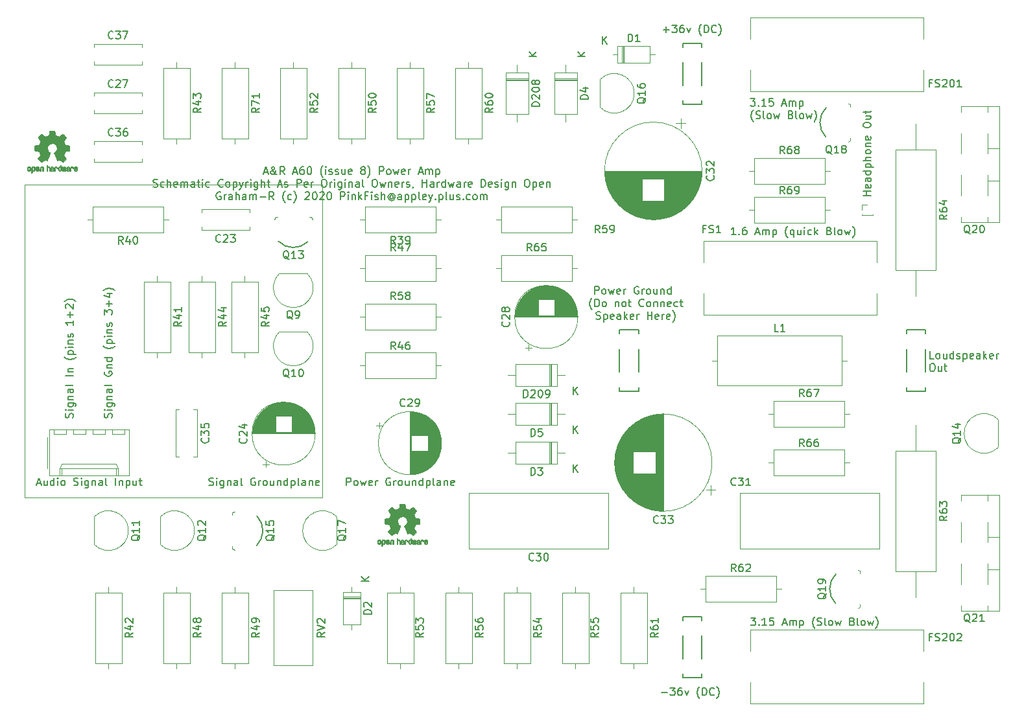
<source format=gbr>
G04 #@! TF.GenerationSoftware,KiCad,Pcbnew,5.1.5-1.fc31*
G04 #@! TF.CreationDate,2020-04-14T16:18:05+01:00*
G04 #@! TF.ProjectId,AR_A60_PA_25502_Issue8_v8.0,41525f41-3630-45f5-9041-5f3235353032,rev?*
G04 #@! TF.SameCoordinates,Original*
G04 #@! TF.FileFunction,Legend,Top*
G04 #@! TF.FilePolarity,Positive*
%FSLAX46Y46*%
G04 Gerber Fmt 4.6, Leading zero omitted, Abs format (unit mm)*
G04 Created by KiCad (PCBNEW 5.1.5-1.fc31) date 2020-04-14 16:18:05*
%MOMM*%
%LPD*%
G04 APERTURE LIST*
%ADD10C,0.150000*%
%ADD11C,0.120000*%
%ADD12C,0.010000*%
%ADD13C,0.100000*%
G04 APERTURE END LIST*
D10*
X199842380Y-74340404D02*
X198842380Y-74340404D01*
X199318571Y-74340404D02*
X199318571Y-73768976D01*
X199842380Y-73768976D02*
X198842380Y-73768976D01*
X199794761Y-72911833D02*
X199842380Y-73007071D01*
X199842380Y-73197547D01*
X199794761Y-73292785D01*
X199699523Y-73340404D01*
X199318571Y-73340404D01*
X199223333Y-73292785D01*
X199175714Y-73197547D01*
X199175714Y-73007071D01*
X199223333Y-72911833D01*
X199318571Y-72864214D01*
X199413809Y-72864214D01*
X199509047Y-73340404D01*
X199842380Y-72007071D02*
X199318571Y-72007071D01*
X199223333Y-72054690D01*
X199175714Y-72149928D01*
X199175714Y-72340404D01*
X199223333Y-72435642D01*
X199794761Y-72007071D02*
X199842380Y-72102309D01*
X199842380Y-72340404D01*
X199794761Y-72435642D01*
X199699523Y-72483261D01*
X199604285Y-72483261D01*
X199509047Y-72435642D01*
X199461428Y-72340404D01*
X199461428Y-72102309D01*
X199413809Y-72007071D01*
X199842380Y-71102309D02*
X198842380Y-71102309D01*
X199794761Y-71102309D02*
X199842380Y-71197547D01*
X199842380Y-71388023D01*
X199794761Y-71483261D01*
X199747142Y-71530880D01*
X199651904Y-71578500D01*
X199366190Y-71578500D01*
X199270952Y-71530880D01*
X199223333Y-71483261D01*
X199175714Y-71388023D01*
X199175714Y-71197547D01*
X199223333Y-71102309D01*
X199175714Y-70626119D02*
X200175714Y-70626119D01*
X199223333Y-70626119D02*
X199175714Y-70530880D01*
X199175714Y-70340404D01*
X199223333Y-70245166D01*
X199270952Y-70197547D01*
X199366190Y-70149928D01*
X199651904Y-70149928D01*
X199747142Y-70197547D01*
X199794761Y-70245166D01*
X199842380Y-70340404D01*
X199842380Y-70530880D01*
X199794761Y-70626119D01*
X199842380Y-69721357D02*
X198842380Y-69721357D01*
X199842380Y-69292785D02*
X199318571Y-69292785D01*
X199223333Y-69340404D01*
X199175714Y-69435642D01*
X199175714Y-69578500D01*
X199223333Y-69673738D01*
X199270952Y-69721357D01*
X199842380Y-68673738D02*
X199794761Y-68768976D01*
X199747142Y-68816595D01*
X199651904Y-68864214D01*
X199366190Y-68864214D01*
X199270952Y-68816595D01*
X199223333Y-68768976D01*
X199175714Y-68673738D01*
X199175714Y-68530880D01*
X199223333Y-68435642D01*
X199270952Y-68388023D01*
X199366190Y-68340404D01*
X199651904Y-68340404D01*
X199747142Y-68388023D01*
X199794761Y-68435642D01*
X199842380Y-68530880D01*
X199842380Y-68673738D01*
X199175714Y-67911833D02*
X199842380Y-67911833D01*
X199270952Y-67911833D02*
X199223333Y-67864214D01*
X199175714Y-67768976D01*
X199175714Y-67626119D01*
X199223333Y-67530880D01*
X199318571Y-67483261D01*
X199842380Y-67483261D01*
X199794761Y-66626119D02*
X199842380Y-66721357D01*
X199842380Y-66911833D01*
X199794761Y-67007071D01*
X199699523Y-67054690D01*
X199318571Y-67054690D01*
X199223333Y-67007071D01*
X199175714Y-66911833D01*
X199175714Y-66721357D01*
X199223333Y-66626119D01*
X199318571Y-66578500D01*
X199413809Y-66578500D01*
X199509047Y-67054690D01*
X198842380Y-65197547D02*
X198842380Y-65007071D01*
X198890000Y-64911833D01*
X198985238Y-64816595D01*
X199175714Y-64768976D01*
X199509047Y-64768976D01*
X199699523Y-64816595D01*
X199794761Y-64911833D01*
X199842380Y-65007071D01*
X199842380Y-65197547D01*
X199794761Y-65292785D01*
X199699523Y-65388023D01*
X199509047Y-65435642D01*
X199175714Y-65435642D01*
X198985238Y-65388023D01*
X198890000Y-65292785D01*
X198842380Y-65197547D01*
X199175714Y-63911833D02*
X199842380Y-63911833D01*
X199175714Y-64340404D02*
X199699523Y-64340404D01*
X199794761Y-64292785D01*
X199842380Y-64197547D01*
X199842380Y-64054690D01*
X199794761Y-63959452D01*
X199747142Y-63911833D01*
X199175714Y-63578500D02*
X199175714Y-63197547D01*
X198842380Y-63435642D02*
X199699523Y-63435642D01*
X199794761Y-63388023D01*
X199842380Y-63292785D01*
X199842380Y-63197547D01*
X208075785Y-95639380D02*
X207599595Y-95639380D01*
X207599595Y-94639380D01*
X208551976Y-95639380D02*
X208456738Y-95591761D01*
X208409119Y-95544142D01*
X208361500Y-95448904D01*
X208361500Y-95163190D01*
X208409119Y-95067952D01*
X208456738Y-95020333D01*
X208551976Y-94972714D01*
X208694833Y-94972714D01*
X208790071Y-95020333D01*
X208837690Y-95067952D01*
X208885309Y-95163190D01*
X208885309Y-95448904D01*
X208837690Y-95544142D01*
X208790071Y-95591761D01*
X208694833Y-95639380D01*
X208551976Y-95639380D01*
X209742452Y-94972714D02*
X209742452Y-95639380D01*
X209313880Y-94972714D02*
X209313880Y-95496523D01*
X209361500Y-95591761D01*
X209456738Y-95639380D01*
X209599595Y-95639380D01*
X209694833Y-95591761D01*
X209742452Y-95544142D01*
X210647214Y-95639380D02*
X210647214Y-94639380D01*
X210647214Y-95591761D02*
X210551976Y-95639380D01*
X210361500Y-95639380D01*
X210266261Y-95591761D01*
X210218642Y-95544142D01*
X210171023Y-95448904D01*
X210171023Y-95163190D01*
X210218642Y-95067952D01*
X210266261Y-95020333D01*
X210361500Y-94972714D01*
X210551976Y-94972714D01*
X210647214Y-95020333D01*
X211075785Y-95591761D02*
X211171023Y-95639380D01*
X211361500Y-95639380D01*
X211456738Y-95591761D01*
X211504357Y-95496523D01*
X211504357Y-95448904D01*
X211456738Y-95353666D01*
X211361500Y-95306047D01*
X211218642Y-95306047D01*
X211123404Y-95258428D01*
X211075785Y-95163190D01*
X211075785Y-95115571D01*
X211123404Y-95020333D01*
X211218642Y-94972714D01*
X211361500Y-94972714D01*
X211456738Y-95020333D01*
X211932928Y-94972714D02*
X211932928Y-95972714D01*
X211932928Y-95020333D02*
X212028166Y-94972714D01*
X212218642Y-94972714D01*
X212313880Y-95020333D01*
X212361500Y-95067952D01*
X212409119Y-95163190D01*
X212409119Y-95448904D01*
X212361500Y-95544142D01*
X212313880Y-95591761D01*
X212218642Y-95639380D01*
X212028166Y-95639380D01*
X211932928Y-95591761D01*
X213218642Y-95591761D02*
X213123404Y-95639380D01*
X212932928Y-95639380D01*
X212837690Y-95591761D01*
X212790071Y-95496523D01*
X212790071Y-95115571D01*
X212837690Y-95020333D01*
X212932928Y-94972714D01*
X213123404Y-94972714D01*
X213218642Y-95020333D01*
X213266261Y-95115571D01*
X213266261Y-95210809D01*
X212790071Y-95306047D01*
X214123404Y-95639380D02*
X214123404Y-95115571D01*
X214075785Y-95020333D01*
X213980547Y-94972714D01*
X213790071Y-94972714D01*
X213694833Y-95020333D01*
X214123404Y-95591761D02*
X214028166Y-95639380D01*
X213790071Y-95639380D01*
X213694833Y-95591761D01*
X213647214Y-95496523D01*
X213647214Y-95401285D01*
X213694833Y-95306047D01*
X213790071Y-95258428D01*
X214028166Y-95258428D01*
X214123404Y-95210809D01*
X214599595Y-95639380D02*
X214599595Y-94639380D01*
X214694833Y-95258428D02*
X214980547Y-95639380D01*
X214980547Y-94972714D02*
X214599595Y-95353666D01*
X215790071Y-95591761D02*
X215694833Y-95639380D01*
X215504357Y-95639380D01*
X215409119Y-95591761D01*
X215361500Y-95496523D01*
X215361500Y-95115571D01*
X215409119Y-95020333D01*
X215504357Y-94972714D01*
X215694833Y-94972714D01*
X215790071Y-95020333D01*
X215837690Y-95115571D01*
X215837690Y-95210809D01*
X215361500Y-95306047D01*
X216266261Y-95639380D02*
X216266261Y-94972714D01*
X216266261Y-95163190D02*
X216313880Y-95067952D01*
X216361500Y-95020333D01*
X216456738Y-94972714D01*
X216551976Y-94972714D01*
X207790071Y-96289380D02*
X207980547Y-96289380D01*
X208075785Y-96337000D01*
X208171023Y-96432238D01*
X208218642Y-96622714D01*
X208218642Y-96956047D01*
X208171023Y-97146523D01*
X208075785Y-97241761D01*
X207980547Y-97289380D01*
X207790071Y-97289380D01*
X207694833Y-97241761D01*
X207599595Y-97146523D01*
X207551976Y-96956047D01*
X207551976Y-96622714D01*
X207599595Y-96432238D01*
X207694833Y-96337000D01*
X207790071Y-96289380D01*
X209075785Y-96622714D02*
X209075785Y-97289380D01*
X208647214Y-96622714D02*
X208647214Y-97146523D01*
X208694833Y-97241761D01*
X208790071Y-97289380D01*
X208932928Y-97289380D01*
X209028166Y-97241761D01*
X209075785Y-97194142D01*
X209409119Y-96622714D02*
X209790071Y-96622714D01*
X209551976Y-96289380D02*
X209551976Y-97146523D01*
X209599595Y-97241761D01*
X209694833Y-97289380D01*
X209790071Y-97289380D01*
X182238000Y-79446380D02*
X181666571Y-79446380D01*
X181952285Y-79446380D02*
X181952285Y-78446380D01*
X181857047Y-78589238D01*
X181761809Y-78684476D01*
X181666571Y-78732095D01*
X182666571Y-79351142D02*
X182714190Y-79398761D01*
X182666571Y-79446380D01*
X182618952Y-79398761D01*
X182666571Y-79351142D01*
X182666571Y-79446380D01*
X183571333Y-78446380D02*
X183380857Y-78446380D01*
X183285619Y-78494000D01*
X183238000Y-78541619D01*
X183142761Y-78684476D01*
X183095142Y-78874952D01*
X183095142Y-79255904D01*
X183142761Y-79351142D01*
X183190380Y-79398761D01*
X183285619Y-79446380D01*
X183476095Y-79446380D01*
X183571333Y-79398761D01*
X183618952Y-79351142D01*
X183666571Y-79255904D01*
X183666571Y-79017809D01*
X183618952Y-78922571D01*
X183571333Y-78874952D01*
X183476095Y-78827333D01*
X183285619Y-78827333D01*
X183190380Y-78874952D01*
X183142761Y-78922571D01*
X183095142Y-79017809D01*
X184809428Y-79160666D02*
X185285619Y-79160666D01*
X184714190Y-79446380D02*
X185047523Y-78446380D01*
X185380857Y-79446380D01*
X185714190Y-79446380D02*
X185714190Y-78779714D01*
X185714190Y-78874952D02*
X185761809Y-78827333D01*
X185857047Y-78779714D01*
X185999904Y-78779714D01*
X186095142Y-78827333D01*
X186142761Y-78922571D01*
X186142761Y-79446380D01*
X186142761Y-78922571D02*
X186190380Y-78827333D01*
X186285619Y-78779714D01*
X186428476Y-78779714D01*
X186523714Y-78827333D01*
X186571333Y-78922571D01*
X186571333Y-79446380D01*
X187047523Y-78779714D02*
X187047523Y-79779714D01*
X187047523Y-78827333D02*
X187142761Y-78779714D01*
X187333238Y-78779714D01*
X187428476Y-78827333D01*
X187476095Y-78874952D01*
X187523714Y-78970190D01*
X187523714Y-79255904D01*
X187476095Y-79351142D01*
X187428476Y-79398761D01*
X187333238Y-79446380D01*
X187142761Y-79446380D01*
X187047523Y-79398761D01*
X188999904Y-79827333D02*
X188952285Y-79779714D01*
X188857047Y-79636857D01*
X188809428Y-79541619D01*
X188761809Y-79398761D01*
X188714190Y-79160666D01*
X188714190Y-78970190D01*
X188761809Y-78732095D01*
X188809428Y-78589238D01*
X188857047Y-78494000D01*
X188952285Y-78351142D01*
X188999904Y-78303523D01*
X189809428Y-78779714D02*
X189809428Y-79779714D01*
X189809428Y-79398761D02*
X189714190Y-79446380D01*
X189523714Y-79446380D01*
X189428476Y-79398761D01*
X189380857Y-79351142D01*
X189333238Y-79255904D01*
X189333238Y-78970190D01*
X189380857Y-78874952D01*
X189428476Y-78827333D01*
X189523714Y-78779714D01*
X189714190Y-78779714D01*
X189809428Y-78827333D01*
X190714190Y-78779714D02*
X190714190Y-79446380D01*
X190285619Y-78779714D02*
X190285619Y-79303523D01*
X190333238Y-79398761D01*
X190428476Y-79446380D01*
X190571333Y-79446380D01*
X190666571Y-79398761D01*
X190714190Y-79351142D01*
X191190380Y-79446380D02*
X191190380Y-78779714D01*
X191190380Y-78446380D02*
X191142761Y-78494000D01*
X191190380Y-78541619D01*
X191238000Y-78494000D01*
X191190380Y-78446380D01*
X191190380Y-78541619D01*
X192095142Y-79398761D02*
X191999904Y-79446380D01*
X191809428Y-79446380D01*
X191714190Y-79398761D01*
X191666571Y-79351142D01*
X191618952Y-79255904D01*
X191618952Y-78970190D01*
X191666571Y-78874952D01*
X191714190Y-78827333D01*
X191809428Y-78779714D01*
X191999904Y-78779714D01*
X192095142Y-78827333D01*
X192523714Y-79446380D02*
X192523714Y-78446380D01*
X192618952Y-79065428D02*
X192904666Y-79446380D01*
X192904666Y-78779714D02*
X192523714Y-79160666D01*
X194428476Y-78922571D02*
X194571333Y-78970190D01*
X194618952Y-79017809D01*
X194666571Y-79113047D01*
X194666571Y-79255904D01*
X194618952Y-79351142D01*
X194571333Y-79398761D01*
X194476095Y-79446380D01*
X194095142Y-79446380D01*
X194095142Y-78446380D01*
X194428476Y-78446380D01*
X194523714Y-78494000D01*
X194571333Y-78541619D01*
X194618952Y-78636857D01*
X194618952Y-78732095D01*
X194571333Y-78827333D01*
X194523714Y-78874952D01*
X194428476Y-78922571D01*
X194095142Y-78922571D01*
X195237999Y-79446380D02*
X195142761Y-79398761D01*
X195095142Y-79303523D01*
X195095142Y-78446380D01*
X195761809Y-79446380D02*
X195666571Y-79398761D01*
X195618952Y-79351142D01*
X195571333Y-79255904D01*
X195571333Y-78970190D01*
X195618952Y-78874952D01*
X195666571Y-78827333D01*
X195761809Y-78779714D01*
X195904666Y-78779714D01*
X195999904Y-78827333D01*
X196047523Y-78874952D01*
X196095142Y-78970190D01*
X196095142Y-79255904D01*
X196047523Y-79351142D01*
X195999904Y-79398761D01*
X195904666Y-79446380D01*
X195761809Y-79446380D01*
X196428476Y-78779714D02*
X196618952Y-79446380D01*
X196809428Y-78970190D01*
X196999904Y-79446380D01*
X197190380Y-78779714D01*
X197476095Y-79827333D02*
X197523714Y-79779714D01*
X197618952Y-79636857D01*
X197666571Y-79541619D01*
X197714190Y-79398761D01*
X197761809Y-79160666D01*
X197761809Y-78970190D01*
X197714190Y-78732095D01*
X197666571Y-78589238D01*
X197618952Y-78494000D01*
X197523714Y-78351142D01*
X197476095Y-78303523D01*
X184136357Y-61619380D02*
X184755404Y-61619380D01*
X184422071Y-62000333D01*
X184564928Y-62000333D01*
X184660166Y-62047952D01*
X184707785Y-62095571D01*
X184755404Y-62190809D01*
X184755404Y-62428904D01*
X184707785Y-62524142D01*
X184660166Y-62571761D01*
X184564928Y-62619380D01*
X184279214Y-62619380D01*
X184183976Y-62571761D01*
X184136357Y-62524142D01*
X185183976Y-62524142D02*
X185231595Y-62571761D01*
X185183976Y-62619380D01*
X185136357Y-62571761D01*
X185183976Y-62524142D01*
X185183976Y-62619380D01*
X186183976Y-62619380D02*
X185612547Y-62619380D01*
X185898261Y-62619380D02*
X185898261Y-61619380D01*
X185803023Y-61762238D01*
X185707785Y-61857476D01*
X185612547Y-61905095D01*
X187088738Y-61619380D02*
X186612547Y-61619380D01*
X186564928Y-62095571D01*
X186612547Y-62047952D01*
X186707785Y-62000333D01*
X186945880Y-62000333D01*
X187041119Y-62047952D01*
X187088738Y-62095571D01*
X187136357Y-62190809D01*
X187136357Y-62428904D01*
X187088738Y-62524142D01*
X187041119Y-62571761D01*
X186945880Y-62619380D01*
X186707785Y-62619380D01*
X186612547Y-62571761D01*
X186564928Y-62524142D01*
X188279214Y-62333666D02*
X188755404Y-62333666D01*
X188183976Y-62619380D02*
X188517309Y-61619380D01*
X188850642Y-62619380D01*
X189183976Y-62619380D02*
X189183976Y-61952714D01*
X189183976Y-62047952D02*
X189231595Y-62000333D01*
X189326833Y-61952714D01*
X189469690Y-61952714D01*
X189564928Y-62000333D01*
X189612547Y-62095571D01*
X189612547Y-62619380D01*
X189612547Y-62095571D02*
X189660166Y-62000333D01*
X189755404Y-61952714D01*
X189898261Y-61952714D01*
X189993500Y-62000333D01*
X190041119Y-62095571D01*
X190041119Y-62619380D01*
X190517309Y-61952714D02*
X190517309Y-62952714D01*
X190517309Y-62000333D02*
X190612547Y-61952714D01*
X190803023Y-61952714D01*
X190898261Y-62000333D01*
X190945880Y-62047952D01*
X190993500Y-62143190D01*
X190993500Y-62428904D01*
X190945880Y-62524142D01*
X190898261Y-62571761D01*
X190803023Y-62619380D01*
X190612547Y-62619380D01*
X190517309Y-62571761D01*
X184517309Y-64650333D02*
X184469690Y-64602714D01*
X184374452Y-64459857D01*
X184326833Y-64364619D01*
X184279214Y-64221761D01*
X184231595Y-63983666D01*
X184231595Y-63793190D01*
X184279214Y-63555095D01*
X184326833Y-63412238D01*
X184374452Y-63317000D01*
X184469690Y-63174142D01*
X184517309Y-63126523D01*
X184850642Y-64221761D02*
X184993500Y-64269380D01*
X185231595Y-64269380D01*
X185326833Y-64221761D01*
X185374452Y-64174142D01*
X185422071Y-64078904D01*
X185422071Y-63983666D01*
X185374452Y-63888428D01*
X185326833Y-63840809D01*
X185231595Y-63793190D01*
X185041119Y-63745571D01*
X184945880Y-63697952D01*
X184898261Y-63650333D01*
X184850642Y-63555095D01*
X184850642Y-63459857D01*
X184898261Y-63364619D01*
X184945880Y-63317000D01*
X185041119Y-63269380D01*
X185279214Y-63269380D01*
X185422071Y-63317000D01*
X185993500Y-64269380D02*
X185898261Y-64221761D01*
X185850642Y-64126523D01*
X185850642Y-63269380D01*
X186517309Y-64269380D02*
X186422071Y-64221761D01*
X186374452Y-64174142D01*
X186326833Y-64078904D01*
X186326833Y-63793190D01*
X186374452Y-63697952D01*
X186422071Y-63650333D01*
X186517309Y-63602714D01*
X186660166Y-63602714D01*
X186755404Y-63650333D01*
X186803023Y-63697952D01*
X186850642Y-63793190D01*
X186850642Y-64078904D01*
X186803023Y-64174142D01*
X186755404Y-64221761D01*
X186660166Y-64269380D01*
X186517309Y-64269380D01*
X187183976Y-63602714D02*
X187374452Y-64269380D01*
X187564928Y-63793190D01*
X187755404Y-64269380D01*
X187945880Y-63602714D01*
X189422071Y-63745571D02*
X189564928Y-63793190D01*
X189612547Y-63840809D01*
X189660166Y-63936047D01*
X189660166Y-64078904D01*
X189612547Y-64174142D01*
X189564928Y-64221761D01*
X189469690Y-64269380D01*
X189088738Y-64269380D01*
X189088738Y-63269380D01*
X189422071Y-63269380D01*
X189517309Y-63317000D01*
X189564928Y-63364619D01*
X189612547Y-63459857D01*
X189612547Y-63555095D01*
X189564928Y-63650333D01*
X189517309Y-63697952D01*
X189422071Y-63745571D01*
X189088738Y-63745571D01*
X190231595Y-64269380D02*
X190136357Y-64221761D01*
X190088738Y-64126523D01*
X190088738Y-63269380D01*
X190755404Y-64269380D02*
X190660166Y-64221761D01*
X190612547Y-64174142D01*
X190564928Y-64078904D01*
X190564928Y-63793190D01*
X190612547Y-63697952D01*
X190660166Y-63650333D01*
X190755404Y-63602714D01*
X190898261Y-63602714D01*
X190993500Y-63650333D01*
X191041119Y-63697952D01*
X191088738Y-63793190D01*
X191088738Y-64078904D01*
X191041119Y-64174142D01*
X190993500Y-64221761D01*
X190898261Y-64269380D01*
X190755404Y-64269380D01*
X191422071Y-63602714D02*
X191612547Y-64269380D01*
X191803023Y-63793190D01*
X191993500Y-64269380D01*
X192183976Y-63602714D01*
X192469690Y-64650333D02*
X192517309Y-64602714D01*
X192612547Y-64459857D01*
X192660166Y-64364619D01*
X192707785Y-64221761D01*
X192755404Y-63983666D01*
X192755404Y-63793190D01*
X192707785Y-63555095D01*
X192660166Y-63412238D01*
X192612547Y-63317000D01*
X192517309Y-63174142D01*
X192469690Y-63126523D01*
X172768095Y-52649428D02*
X173530000Y-52649428D01*
X173149047Y-53030380D02*
X173149047Y-52268476D01*
X173910952Y-52030380D02*
X174530000Y-52030380D01*
X174196666Y-52411333D01*
X174339523Y-52411333D01*
X174434761Y-52458952D01*
X174482380Y-52506571D01*
X174530000Y-52601809D01*
X174530000Y-52839904D01*
X174482380Y-52935142D01*
X174434761Y-52982761D01*
X174339523Y-53030380D01*
X174053809Y-53030380D01*
X173958571Y-52982761D01*
X173910952Y-52935142D01*
X175387142Y-52030380D02*
X175196666Y-52030380D01*
X175101428Y-52078000D01*
X175053809Y-52125619D01*
X174958571Y-52268476D01*
X174910952Y-52458952D01*
X174910952Y-52839904D01*
X174958571Y-52935142D01*
X175006190Y-52982761D01*
X175101428Y-53030380D01*
X175291904Y-53030380D01*
X175387142Y-52982761D01*
X175434761Y-52935142D01*
X175482380Y-52839904D01*
X175482380Y-52601809D01*
X175434761Y-52506571D01*
X175387142Y-52458952D01*
X175291904Y-52411333D01*
X175101428Y-52411333D01*
X175006190Y-52458952D01*
X174958571Y-52506571D01*
X174910952Y-52601809D01*
X175815714Y-52363714D02*
X176053809Y-53030380D01*
X176291904Y-52363714D01*
X177720476Y-53411333D02*
X177672857Y-53363714D01*
X177577619Y-53220857D01*
X177530000Y-53125619D01*
X177482380Y-52982761D01*
X177434761Y-52744666D01*
X177434761Y-52554190D01*
X177482380Y-52316095D01*
X177530000Y-52173238D01*
X177577619Y-52078000D01*
X177672857Y-51935142D01*
X177720476Y-51887523D01*
X178101428Y-53030380D02*
X178101428Y-52030380D01*
X178339523Y-52030380D01*
X178482380Y-52078000D01*
X178577619Y-52173238D01*
X178625238Y-52268476D01*
X178672857Y-52458952D01*
X178672857Y-52601809D01*
X178625238Y-52792285D01*
X178577619Y-52887523D01*
X178482380Y-52982761D01*
X178339523Y-53030380D01*
X178101428Y-53030380D01*
X179672857Y-52935142D02*
X179625238Y-52982761D01*
X179482380Y-53030380D01*
X179387142Y-53030380D01*
X179244285Y-52982761D01*
X179149047Y-52887523D01*
X179101428Y-52792285D01*
X179053809Y-52601809D01*
X179053809Y-52458952D01*
X179101428Y-52268476D01*
X179149047Y-52173238D01*
X179244285Y-52078000D01*
X179387142Y-52030380D01*
X179482380Y-52030380D01*
X179625238Y-52078000D01*
X179672857Y-52125619D01*
X180006190Y-53411333D02*
X180053809Y-53363714D01*
X180149047Y-53220857D01*
X180196666Y-53125619D01*
X180244285Y-52982761D01*
X180291904Y-52744666D01*
X180291904Y-52554190D01*
X180244285Y-52316095D01*
X180196666Y-52173238D01*
X180149047Y-52078000D01*
X180053809Y-51935142D01*
X180006190Y-51887523D01*
X163806857Y-87194380D02*
X163806857Y-86194380D01*
X164187809Y-86194380D01*
X164283047Y-86242000D01*
X164330666Y-86289619D01*
X164378285Y-86384857D01*
X164378285Y-86527714D01*
X164330666Y-86622952D01*
X164283047Y-86670571D01*
X164187809Y-86718190D01*
X163806857Y-86718190D01*
X164949714Y-87194380D02*
X164854476Y-87146761D01*
X164806857Y-87099142D01*
X164759238Y-87003904D01*
X164759238Y-86718190D01*
X164806857Y-86622952D01*
X164854476Y-86575333D01*
X164949714Y-86527714D01*
X165092571Y-86527714D01*
X165187809Y-86575333D01*
X165235428Y-86622952D01*
X165283047Y-86718190D01*
X165283047Y-87003904D01*
X165235428Y-87099142D01*
X165187809Y-87146761D01*
X165092571Y-87194380D01*
X164949714Y-87194380D01*
X165616380Y-86527714D02*
X165806857Y-87194380D01*
X165997333Y-86718190D01*
X166187809Y-87194380D01*
X166378285Y-86527714D01*
X167140190Y-87146761D02*
X167044952Y-87194380D01*
X166854476Y-87194380D01*
X166759238Y-87146761D01*
X166711619Y-87051523D01*
X166711619Y-86670571D01*
X166759238Y-86575333D01*
X166854476Y-86527714D01*
X167044952Y-86527714D01*
X167140190Y-86575333D01*
X167187809Y-86670571D01*
X167187809Y-86765809D01*
X166711619Y-86861047D01*
X167616380Y-87194380D02*
X167616380Y-86527714D01*
X167616380Y-86718190D02*
X167664000Y-86622952D01*
X167711619Y-86575333D01*
X167806857Y-86527714D01*
X167902095Y-86527714D01*
X169521142Y-86242000D02*
X169425904Y-86194380D01*
X169283047Y-86194380D01*
X169140190Y-86242000D01*
X169044952Y-86337238D01*
X168997333Y-86432476D01*
X168949714Y-86622952D01*
X168949714Y-86765809D01*
X168997333Y-86956285D01*
X169044952Y-87051523D01*
X169140190Y-87146761D01*
X169283047Y-87194380D01*
X169378285Y-87194380D01*
X169521142Y-87146761D01*
X169568761Y-87099142D01*
X169568761Y-86765809D01*
X169378285Y-86765809D01*
X169997333Y-87194380D02*
X169997333Y-86527714D01*
X169997333Y-86718190D02*
X170044952Y-86622952D01*
X170092571Y-86575333D01*
X170187809Y-86527714D01*
X170283047Y-86527714D01*
X170759238Y-87194380D02*
X170664000Y-87146761D01*
X170616380Y-87099142D01*
X170568761Y-87003904D01*
X170568761Y-86718190D01*
X170616380Y-86622952D01*
X170664000Y-86575333D01*
X170759238Y-86527714D01*
X170902095Y-86527714D01*
X170997333Y-86575333D01*
X171044952Y-86622952D01*
X171092571Y-86718190D01*
X171092571Y-87003904D01*
X171044952Y-87099142D01*
X170997333Y-87146761D01*
X170902095Y-87194380D01*
X170759238Y-87194380D01*
X171949714Y-86527714D02*
X171949714Y-87194380D01*
X171521142Y-86527714D02*
X171521142Y-87051523D01*
X171568761Y-87146761D01*
X171664000Y-87194380D01*
X171806857Y-87194380D01*
X171902095Y-87146761D01*
X171949714Y-87099142D01*
X172425904Y-86527714D02*
X172425904Y-87194380D01*
X172425904Y-86622952D02*
X172473523Y-86575333D01*
X172568761Y-86527714D01*
X172711619Y-86527714D01*
X172806857Y-86575333D01*
X172854476Y-86670571D01*
X172854476Y-87194380D01*
X173759238Y-87194380D02*
X173759238Y-86194380D01*
X173759238Y-87146761D02*
X173664000Y-87194380D01*
X173473523Y-87194380D01*
X173378285Y-87146761D01*
X173330666Y-87099142D01*
X173283047Y-87003904D01*
X173283047Y-86718190D01*
X173330666Y-86622952D01*
X173378285Y-86575333D01*
X173473523Y-86527714D01*
X173664000Y-86527714D01*
X173759238Y-86575333D01*
X163449714Y-89225333D02*
X163402095Y-89177714D01*
X163306857Y-89034857D01*
X163259238Y-88939619D01*
X163211619Y-88796761D01*
X163164000Y-88558666D01*
X163164000Y-88368190D01*
X163211619Y-88130095D01*
X163259238Y-87987238D01*
X163306857Y-87892000D01*
X163402095Y-87749142D01*
X163449714Y-87701523D01*
X163830666Y-88844380D02*
X163830666Y-87844380D01*
X164068761Y-87844380D01*
X164211619Y-87892000D01*
X164306857Y-87987238D01*
X164354476Y-88082476D01*
X164402095Y-88272952D01*
X164402095Y-88415809D01*
X164354476Y-88606285D01*
X164306857Y-88701523D01*
X164211619Y-88796761D01*
X164068761Y-88844380D01*
X163830666Y-88844380D01*
X164973523Y-88844380D02*
X164878285Y-88796761D01*
X164830666Y-88749142D01*
X164783047Y-88653904D01*
X164783047Y-88368190D01*
X164830666Y-88272952D01*
X164878285Y-88225333D01*
X164973523Y-88177714D01*
X165116380Y-88177714D01*
X165211619Y-88225333D01*
X165259238Y-88272952D01*
X165306857Y-88368190D01*
X165306857Y-88653904D01*
X165259238Y-88749142D01*
X165211619Y-88796761D01*
X165116380Y-88844380D01*
X164973523Y-88844380D01*
X166497333Y-88177714D02*
X166497333Y-88844380D01*
X166497333Y-88272952D02*
X166544952Y-88225333D01*
X166640190Y-88177714D01*
X166783047Y-88177714D01*
X166878285Y-88225333D01*
X166925904Y-88320571D01*
X166925904Y-88844380D01*
X167544952Y-88844380D02*
X167449714Y-88796761D01*
X167402095Y-88749142D01*
X167354476Y-88653904D01*
X167354476Y-88368190D01*
X167402095Y-88272952D01*
X167449714Y-88225333D01*
X167544952Y-88177714D01*
X167687809Y-88177714D01*
X167783047Y-88225333D01*
X167830666Y-88272952D01*
X167878285Y-88368190D01*
X167878285Y-88653904D01*
X167830666Y-88749142D01*
X167783047Y-88796761D01*
X167687809Y-88844380D01*
X167544952Y-88844380D01*
X168164000Y-88177714D02*
X168544952Y-88177714D01*
X168306857Y-87844380D02*
X168306857Y-88701523D01*
X168354476Y-88796761D01*
X168449714Y-88844380D01*
X168544952Y-88844380D01*
X170211619Y-88749142D02*
X170164000Y-88796761D01*
X170021142Y-88844380D01*
X169925904Y-88844380D01*
X169783047Y-88796761D01*
X169687809Y-88701523D01*
X169640190Y-88606285D01*
X169592571Y-88415809D01*
X169592571Y-88272952D01*
X169640190Y-88082476D01*
X169687809Y-87987238D01*
X169783047Y-87892000D01*
X169925904Y-87844380D01*
X170021142Y-87844380D01*
X170164000Y-87892000D01*
X170211619Y-87939619D01*
X170783047Y-88844380D02*
X170687809Y-88796761D01*
X170640190Y-88749142D01*
X170592571Y-88653904D01*
X170592571Y-88368190D01*
X170640190Y-88272952D01*
X170687809Y-88225333D01*
X170783047Y-88177714D01*
X170925904Y-88177714D01*
X171021142Y-88225333D01*
X171068761Y-88272952D01*
X171116380Y-88368190D01*
X171116380Y-88653904D01*
X171068761Y-88749142D01*
X171021142Y-88796761D01*
X170925904Y-88844380D01*
X170783047Y-88844380D01*
X171544952Y-88177714D02*
X171544952Y-88844380D01*
X171544952Y-88272952D02*
X171592571Y-88225333D01*
X171687809Y-88177714D01*
X171830666Y-88177714D01*
X171925904Y-88225333D01*
X171973523Y-88320571D01*
X171973523Y-88844380D01*
X172449714Y-88177714D02*
X172449714Y-88844380D01*
X172449714Y-88272952D02*
X172497333Y-88225333D01*
X172592571Y-88177714D01*
X172735428Y-88177714D01*
X172830666Y-88225333D01*
X172878285Y-88320571D01*
X172878285Y-88844380D01*
X173735428Y-88796761D02*
X173640190Y-88844380D01*
X173449714Y-88844380D01*
X173354476Y-88796761D01*
X173306857Y-88701523D01*
X173306857Y-88320571D01*
X173354476Y-88225333D01*
X173449714Y-88177714D01*
X173640190Y-88177714D01*
X173735428Y-88225333D01*
X173783047Y-88320571D01*
X173783047Y-88415809D01*
X173306857Y-88511047D01*
X174640190Y-88796761D02*
X174544952Y-88844380D01*
X174354476Y-88844380D01*
X174259238Y-88796761D01*
X174211619Y-88749142D01*
X174164000Y-88653904D01*
X174164000Y-88368190D01*
X174211619Y-88272952D01*
X174259238Y-88225333D01*
X174354476Y-88177714D01*
X174544952Y-88177714D01*
X174640190Y-88225333D01*
X174925904Y-88177714D02*
X175306857Y-88177714D01*
X175068761Y-87844380D02*
X175068761Y-88701523D01*
X175116380Y-88796761D01*
X175211619Y-88844380D01*
X175306857Y-88844380D01*
X163997333Y-90446761D02*
X164140190Y-90494380D01*
X164378285Y-90494380D01*
X164473523Y-90446761D01*
X164521142Y-90399142D01*
X164568761Y-90303904D01*
X164568761Y-90208666D01*
X164521142Y-90113428D01*
X164473523Y-90065809D01*
X164378285Y-90018190D01*
X164187809Y-89970571D01*
X164092571Y-89922952D01*
X164044952Y-89875333D01*
X163997333Y-89780095D01*
X163997333Y-89684857D01*
X164044952Y-89589619D01*
X164092571Y-89542000D01*
X164187809Y-89494380D01*
X164425904Y-89494380D01*
X164568761Y-89542000D01*
X164997333Y-89827714D02*
X164997333Y-90827714D01*
X164997333Y-89875333D02*
X165092571Y-89827714D01*
X165283047Y-89827714D01*
X165378285Y-89875333D01*
X165425904Y-89922952D01*
X165473523Y-90018190D01*
X165473523Y-90303904D01*
X165425904Y-90399142D01*
X165378285Y-90446761D01*
X165283047Y-90494380D01*
X165092571Y-90494380D01*
X164997333Y-90446761D01*
X166283047Y-90446761D02*
X166187809Y-90494380D01*
X165997333Y-90494380D01*
X165902095Y-90446761D01*
X165854476Y-90351523D01*
X165854476Y-89970571D01*
X165902095Y-89875333D01*
X165997333Y-89827714D01*
X166187809Y-89827714D01*
X166283047Y-89875333D01*
X166330666Y-89970571D01*
X166330666Y-90065809D01*
X165854476Y-90161047D01*
X167187809Y-90494380D02*
X167187809Y-89970571D01*
X167140190Y-89875333D01*
X167044952Y-89827714D01*
X166854476Y-89827714D01*
X166759238Y-89875333D01*
X167187809Y-90446761D02*
X167092571Y-90494380D01*
X166854476Y-90494380D01*
X166759238Y-90446761D01*
X166711619Y-90351523D01*
X166711619Y-90256285D01*
X166759238Y-90161047D01*
X166854476Y-90113428D01*
X167092571Y-90113428D01*
X167187809Y-90065809D01*
X167664000Y-90494380D02*
X167664000Y-89494380D01*
X167759238Y-90113428D02*
X168044952Y-90494380D01*
X168044952Y-89827714D02*
X167664000Y-90208666D01*
X168854476Y-90446761D02*
X168759238Y-90494380D01*
X168568761Y-90494380D01*
X168473523Y-90446761D01*
X168425904Y-90351523D01*
X168425904Y-89970571D01*
X168473523Y-89875333D01*
X168568761Y-89827714D01*
X168759238Y-89827714D01*
X168854476Y-89875333D01*
X168902095Y-89970571D01*
X168902095Y-90065809D01*
X168425904Y-90161047D01*
X169330666Y-90494380D02*
X169330666Y-89827714D01*
X169330666Y-90018190D02*
X169378285Y-89922952D01*
X169425904Y-89875333D01*
X169521142Y-89827714D01*
X169616380Y-89827714D01*
X170711619Y-90494380D02*
X170711619Y-89494380D01*
X170711619Y-89970571D02*
X171283047Y-89970571D01*
X171283047Y-90494380D02*
X171283047Y-89494380D01*
X172140190Y-90446761D02*
X172044952Y-90494380D01*
X171854476Y-90494380D01*
X171759238Y-90446761D01*
X171711619Y-90351523D01*
X171711619Y-89970571D01*
X171759238Y-89875333D01*
X171854476Y-89827714D01*
X172044952Y-89827714D01*
X172140190Y-89875333D01*
X172187809Y-89970571D01*
X172187809Y-90065809D01*
X171711619Y-90161047D01*
X172616380Y-90494380D02*
X172616380Y-89827714D01*
X172616380Y-90018190D02*
X172664000Y-89922952D01*
X172711619Y-89875333D01*
X172806857Y-89827714D01*
X172902095Y-89827714D01*
X173616380Y-90446761D02*
X173521142Y-90494380D01*
X173330666Y-90494380D01*
X173235428Y-90446761D01*
X173187809Y-90351523D01*
X173187809Y-89970571D01*
X173235428Y-89875333D01*
X173330666Y-89827714D01*
X173521142Y-89827714D01*
X173616380Y-89875333D01*
X173664000Y-89970571D01*
X173664000Y-90065809D01*
X173187809Y-90161047D01*
X173997333Y-90875333D02*
X174044952Y-90827714D01*
X174140190Y-90684857D01*
X174187809Y-90589619D01*
X174235428Y-90446761D01*
X174283047Y-90208666D01*
X174283047Y-90018190D01*
X174235428Y-89780095D01*
X174187809Y-89637238D01*
X174140190Y-89542000D01*
X174044952Y-89399142D01*
X173997333Y-89351523D01*
X184198666Y-129500380D02*
X184817714Y-129500380D01*
X184484380Y-129881333D01*
X184627238Y-129881333D01*
X184722476Y-129928952D01*
X184770095Y-129976571D01*
X184817714Y-130071809D01*
X184817714Y-130309904D01*
X184770095Y-130405142D01*
X184722476Y-130452761D01*
X184627238Y-130500380D01*
X184341523Y-130500380D01*
X184246285Y-130452761D01*
X184198666Y-130405142D01*
X185246285Y-130405142D02*
X185293904Y-130452761D01*
X185246285Y-130500380D01*
X185198666Y-130452761D01*
X185246285Y-130405142D01*
X185246285Y-130500380D01*
X186246285Y-130500380D02*
X185674857Y-130500380D01*
X185960571Y-130500380D02*
X185960571Y-129500380D01*
X185865333Y-129643238D01*
X185770095Y-129738476D01*
X185674857Y-129786095D01*
X187151047Y-129500380D02*
X186674857Y-129500380D01*
X186627238Y-129976571D01*
X186674857Y-129928952D01*
X186770095Y-129881333D01*
X187008190Y-129881333D01*
X187103428Y-129928952D01*
X187151047Y-129976571D01*
X187198666Y-130071809D01*
X187198666Y-130309904D01*
X187151047Y-130405142D01*
X187103428Y-130452761D01*
X187008190Y-130500380D01*
X186770095Y-130500380D01*
X186674857Y-130452761D01*
X186627238Y-130405142D01*
X188341523Y-130214666D02*
X188817714Y-130214666D01*
X188246285Y-130500380D02*
X188579619Y-129500380D01*
X188912952Y-130500380D01*
X189246285Y-130500380D02*
X189246285Y-129833714D01*
X189246285Y-129928952D02*
X189293904Y-129881333D01*
X189389142Y-129833714D01*
X189532000Y-129833714D01*
X189627238Y-129881333D01*
X189674857Y-129976571D01*
X189674857Y-130500380D01*
X189674857Y-129976571D02*
X189722476Y-129881333D01*
X189817714Y-129833714D01*
X189960571Y-129833714D01*
X190055809Y-129881333D01*
X190103428Y-129976571D01*
X190103428Y-130500380D01*
X190579619Y-129833714D02*
X190579619Y-130833714D01*
X190579619Y-129881333D02*
X190674857Y-129833714D01*
X190865333Y-129833714D01*
X190960571Y-129881333D01*
X191008190Y-129928952D01*
X191055809Y-130024190D01*
X191055809Y-130309904D01*
X191008190Y-130405142D01*
X190960571Y-130452761D01*
X190865333Y-130500380D01*
X190674857Y-130500380D01*
X190579619Y-130452761D01*
X192532000Y-130881333D02*
X192484380Y-130833714D01*
X192389142Y-130690857D01*
X192341523Y-130595619D01*
X192293904Y-130452761D01*
X192246285Y-130214666D01*
X192246285Y-130024190D01*
X192293904Y-129786095D01*
X192341523Y-129643238D01*
X192389142Y-129548000D01*
X192484380Y-129405142D01*
X192532000Y-129357523D01*
X192865333Y-130452761D02*
X193008190Y-130500380D01*
X193246285Y-130500380D01*
X193341523Y-130452761D01*
X193389142Y-130405142D01*
X193436761Y-130309904D01*
X193436761Y-130214666D01*
X193389142Y-130119428D01*
X193341523Y-130071809D01*
X193246285Y-130024190D01*
X193055809Y-129976571D01*
X192960571Y-129928952D01*
X192912952Y-129881333D01*
X192865333Y-129786095D01*
X192865333Y-129690857D01*
X192912952Y-129595619D01*
X192960571Y-129548000D01*
X193055809Y-129500380D01*
X193293904Y-129500380D01*
X193436761Y-129548000D01*
X194008190Y-130500380D02*
X193912952Y-130452761D01*
X193865333Y-130357523D01*
X193865333Y-129500380D01*
X194532000Y-130500380D02*
X194436761Y-130452761D01*
X194389142Y-130405142D01*
X194341523Y-130309904D01*
X194341523Y-130024190D01*
X194389142Y-129928952D01*
X194436761Y-129881333D01*
X194532000Y-129833714D01*
X194674857Y-129833714D01*
X194770095Y-129881333D01*
X194817714Y-129928952D01*
X194865333Y-130024190D01*
X194865333Y-130309904D01*
X194817714Y-130405142D01*
X194770095Y-130452761D01*
X194674857Y-130500380D01*
X194532000Y-130500380D01*
X195198666Y-129833714D02*
X195389142Y-130500380D01*
X195579619Y-130024190D01*
X195770095Y-130500380D01*
X195960571Y-129833714D01*
X197436761Y-129976571D02*
X197579619Y-130024190D01*
X197627238Y-130071809D01*
X197674857Y-130167047D01*
X197674857Y-130309904D01*
X197627238Y-130405142D01*
X197579619Y-130452761D01*
X197484380Y-130500380D01*
X197103428Y-130500380D01*
X197103428Y-129500380D01*
X197436761Y-129500380D01*
X197532000Y-129548000D01*
X197579619Y-129595619D01*
X197627238Y-129690857D01*
X197627238Y-129786095D01*
X197579619Y-129881333D01*
X197532000Y-129928952D01*
X197436761Y-129976571D01*
X197103428Y-129976571D01*
X198246285Y-130500380D02*
X198151047Y-130452761D01*
X198103428Y-130357523D01*
X198103428Y-129500380D01*
X198770095Y-130500380D02*
X198674857Y-130452761D01*
X198627238Y-130405142D01*
X198579619Y-130309904D01*
X198579619Y-130024190D01*
X198627238Y-129928952D01*
X198674857Y-129881333D01*
X198770095Y-129833714D01*
X198912952Y-129833714D01*
X199008190Y-129881333D01*
X199055809Y-129928952D01*
X199103428Y-130024190D01*
X199103428Y-130309904D01*
X199055809Y-130405142D01*
X199008190Y-130452761D01*
X198912952Y-130500380D01*
X198770095Y-130500380D01*
X199436761Y-129833714D02*
X199627238Y-130500380D01*
X199817714Y-130024190D01*
X200008190Y-130500380D01*
X200198666Y-129833714D01*
X200484380Y-130881333D02*
X200532000Y-130833714D01*
X200627238Y-130690857D01*
X200674857Y-130595619D01*
X200722476Y-130452761D01*
X200770095Y-130214666D01*
X200770095Y-130024190D01*
X200722476Y-129786095D01*
X200674857Y-129643238D01*
X200627238Y-129548000D01*
X200532000Y-129405142D01*
X200484380Y-129357523D01*
X172514095Y-139263428D02*
X173276000Y-139263428D01*
X173656952Y-138644380D02*
X174276000Y-138644380D01*
X173942666Y-139025333D01*
X174085523Y-139025333D01*
X174180761Y-139072952D01*
X174228380Y-139120571D01*
X174276000Y-139215809D01*
X174276000Y-139453904D01*
X174228380Y-139549142D01*
X174180761Y-139596761D01*
X174085523Y-139644380D01*
X173799809Y-139644380D01*
X173704571Y-139596761D01*
X173656952Y-139549142D01*
X175133142Y-138644380D02*
X174942666Y-138644380D01*
X174847428Y-138692000D01*
X174799809Y-138739619D01*
X174704571Y-138882476D01*
X174656952Y-139072952D01*
X174656952Y-139453904D01*
X174704571Y-139549142D01*
X174752190Y-139596761D01*
X174847428Y-139644380D01*
X175037904Y-139644380D01*
X175133142Y-139596761D01*
X175180761Y-139549142D01*
X175228380Y-139453904D01*
X175228380Y-139215809D01*
X175180761Y-139120571D01*
X175133142Y-139072952D01*
X175037904Y-139025333D01*
X174847428Y-139025333D01*
X174752190Y-139072952D01*
X174704571Y-139120571D01*
X174656952Y-139215809D01*
X175561714Y-138977714D02*
X175799809Y-139644380D01*
X176037904Y-138977714D01*
X177466476Y-140025333D02*
X177418857Y-139977714D01*
X177323619Y-139834857D01*
X177276000Y-139739619D01*
X177228380Y-139596761D01*
X177180761Y-139358666D01*
X177180761Y-139168190D01*
X177228380Y-138930095D01*
X177276000Y-138787238D01*
X177323619Y-138692000D01*
X177418857Y-138549142D01*
X177466476Y-138501523D01*
X177847428Y-139644380D02*
X177847428Y-138644380D01*
X178085523Y-138644380D01*
X178228380Y-138692000D01*
X178323619Y-138787238D01*
X178371238Y-138882476D01*
X178418857Y-139072952D01*
X178418857Y-139215809D01*
X178371238Y-139406285D01*
X178323619Y-139501523D01*
X178228380Y-139596761D01*
X178085523Y-139644380D01*
X177847428Y-139644380D01*
X179418857Y-139549142D02*
X179371238Y-139596761D01*
X179228380Y-139644380D01*
X179133142Y-139644380D01*
X178990285Y-139596761D01*
X178895047Y-139501523D01*
X178847428Y-139406285D01*
X178799809Y-139215809D01*
X178799809Y-139072952D01*
X178847428Y-138882476D01*
X178895047Y-138787238D01*
X178990285Y-138692000D01*
X179133142Y-138644380D01*
X179228380Y-138644380D01*
X179371238Y-138692000D01*
X179418857Y-138739619D01*
X179752190Y-140025333D02*
X179799809Y-139977714D01*
X179895047Y-139834857D01*
X179942666Y-139739619D01*
X179990285Y-139596761D01*
X180037904Y-139358666D01*
X180037904Y-139168190D01*
X179990285Y-138930095D01*
X179942666Y-138787238D01*
X179895047Y-138692000D01*
X179799809Y-138549142D01*
X179752190Y-138501523D01*
X100734761Y-103344023D02*
X100782380Y-103201166D01*
X100782380Y-102963071D01*
X100734761Y-102867833D01*
X100687142Y-102820214D01*
X100591904Y-102772595D01*
X100496666Y-102772595D01*
X100401428Y-102820214D01*
X100353809Y-102867833D01*
X100306190Y-102963071D01*
X100258571Y-103153547D01*
X100210952Y-103248785D01*
X100163333Y-103296404D01*
X100068095Y-103344023D01*
X99972857Y-103344023D01*
X99877619Y-103296404D01*
X99830000Y-103248785D01*
X99782380Y-103153547D01*
X99782380Y-102915452D01*
X99830000Y-102772595D01*
X100782380Y-102344023D02*
X100115714Y-102344023D01*
X99782380Y-102344023D02*
X99830000Y-102391642D01*
X99877619Y-102344023D01*
X99830000Y-102296404D01*
X99782380Y-102344023D01*
X99877619Y-102344023D01*
X100115714Y-101439261D02*
X100925238Y-101439261D01*
X101020476Y-101486880D01*
X101068095Y-101534500D01*
X101115714Y-101629738D01*
X101115714Y-101772595D01*
X101068095Y-101867833D01*
X100734761Y-101439261D02*
X100782380Y-101534500D01*
X100782380Y-101724976D01*
X100734761Y-101820214D01*
X100687142Y-101867833D01*
X100591904Y-101915452D01*
X100306190Y-101915452D01*
X100210952Y-101867833D01*
X100163333Y-101820214D01*
X100115714Y-101724976D01*
X100115714Y-101534500D01*
X100163333Y-101439261D01*
X100115714Y-100963071D02*
X100782380Y-100963071D01*
X100210952Y-100963071D02*
X100163333Y-100915452D01*
X100115714Y-100820214D01*
X100115714Y-100677357D01*
X100163333Y-100582119D01*
X100258571Y-100534500D01*
X100782380Y-100534500D01*
X100782380Y-99629738D02*
X100258571Y-99629738D01*
X100163333Y-99677357D01*
X100115714Y-99772595D01*
X100115714Y-99963071D01*
X100163333Y-100058309D01*
X100734761Y-99629738D02*
X100782380Y-99724976D01*
X100782380Y-99963071D01*
X100734761Y-100058309D01*
X100639523Y-100105928D01*
X100544285Y-100105928D01*
X100449047Y-100058309D01*
X100401428Y-99963071D01*
X100401428Y-99724976D01*
X100353809Y-99629738D01*
X100782380Y-99010690D02*
X100734761Y-99105928D01*
X100639523Y-99153547D01*
X99782380Y-99153547D01*
X99830000Y-97344023D02*
X99782380Y-97439261D01*
X99782380Y-97582119D01*
X99830000Y-97724976D01*
X99925238Y-97820214D01*
X100020476Y-97867833D01*
X100210952Y-97915452D01*
X100353809Y-97915452D01*
X100544285Y-97867833D01*
X100639523Y-97820214D01*
X100734761Y-97724976D01*
X100782380Y-97582119D01*
X100782380Y-97486880D01*
X100734761Y-97344023D01*
X100687142Y-97296404D01*
X100353809Y-97296404D01*
X100353809Y-97486880D01*
X100115714Y-96867833D02*
X100782380Y-96867833D01*
X100210952Y-96867833D02*
X100163333Y-96820214D01*
X100115714Y-96724976D01*
X100115714Y-96582119D01*
X100163333Y-96486880D01*
X100258571Y-96439261D01*
X100782380Y-96439261D01*
X100782380Y-95534500D02*
X99782380Y-95534500D01*
X100734761Y-95534500D02*
X100782380Y-95629738D01*
X100782380Y-95820214D01*
X100734761Y-95915452D01*
X100687142Y-95963071D01*
X100591904Y-96010690D01*
X100306190Y-96010690D01*
X100210952Y-95963071D01*
X100163333Y-95915452D01*
X100115714Y-95820214D01*
X100115714Y-95629738D01*
X100163333Y-95534500D01*
X101163333Y-94010690D02*
X101115714Y-94058309D01*
X100972857Y-94153547D01*
X100877619Y-94201166D01*
X100734761Y-94248785D01*
X100496666Y-94296404D01*
X100306190Y-94296404D01*
X100068095Y-94248785D01*
X99925238Y-94201166D01*
X99830000Y-94153547D01*
X99687142Y-94058309D01*
X99639523Y-94010690D01*
X100115714Y-93629738D02*
X101115714Y-93629738D01*
X100163333Y-93629738D02*
X100115714Y-93534500D01*
X100115714Y-93344023D01*
X100163333Y-93248785D01*
X100210952Y-93201166D01*
X100306190Y-93153547D01*
X100591904Y-93153547D01*
X100687142Y-93201166D01*
X100734761Y-93248785D01*
X100782380Y-93344023D01*
X100782380Y-93534500D01*
X100734761Y-93629738D01*
X100782380Y-92724976D02*
X100115714Y-92724976D01*
X99782380Y-92724976D02*
X99830000Y-92772595D01*
X99877619Y-92724976D01*
X99830000Y-92677357D01*
X99782380Y-92724976D01*
X99877619Y-92724976D01*
X100115714Y-92248785D02*
X100782380Y-92248785D01*
X100210952Y-92248785D02*
X100163333Y-92201166D01*
X100115714Y-92105928D01*
X100115714Y-91963071D01*
X100163333Y-91867833D01*
X100258571Y-91820214D01*
X100782380Y-91820214D01*
X100734761Y-91391642D02*
X100782380Y-91296404D01*
X100782380Y-91105928D01*
X100734761Y-91010690D01*
X100639523Y-90963071D01*
X100591904Y-90963071D01*
X100496666Y-91010690D01*
X100449047Y-91105928D01*
X100449047Y-91248785D01*
X100401428Y-91344023D01*
X100306190Y-91391642D01*
X100258571Y-91391642D01*
X100163333Y-91344023D01*
X100115714Y-91248785D01*
X100115714Y-91105928D01*
X100163333Y-91010690D01*
X99782380Y-89867833D02*
X99782380Y-89248785D01*
X100163333Y-89582119D01*
X100163333Y-89439261D01*
X100210952Y-89344023D01*
X100258571Y-89296404D01*
X100353809Y-89248785D01*
X100591904Y-89248785D01*
X100687142Y-89296404D01*
X100734761Y-89344023D01*
X100782380Y-89439261D01*
X100782380Y-89724976D01*
X100734761Y-89820214D01*
X100687142Y-89867833D01*
X100401428Y-88820214D02*
X100401428Y-88058309D01*
X100782380Y-88439261D02*
X100020476Y-88439261D01*
X100115714Y-87153547D02*
X100782380Y-87153547D01*
X99734761Y-87391642D02*
X100449047Y-87629738D01*
X100449047Y-87010690D01*
X101163333Y-86724976D02*
X101115714Y-86677357D01*
X100972857Y-86582119D01*
X100877619Y-86534500D01*
X100734761Y-86486880D01*
X100496666Y-86439261D01*
X100306190Y-86439261D01*
X100068095Y-86486880D01*
X99925238Y-86534500D01*
X99830000Y-86582119D01*
X99687142Y-86677357D01*
X99639523Y-86724976D01*
X95654761Y-103344023D02*
X95702380Y-103201166D01*
X95702380Y-102963071D01*
X95654761Y-102867833D01*
X95607142Y-102820214D01*
X95511904Y-102772595D01*
X95416666Y-102772595D01*
X95321428Y-102820214D01*
X95273809Y-102867833D01*
X95226190Y-102963071D01*
X95178571Y-103153547D01*
X95130952Y-103248785D01*
X95083333Y-103296404D01*
X94988095Y-103344023D01*
X94892857Y-103344023D01*
X94797619Y-103296404D01*
X94750000Y-103248785D01*
X94702380Y-103153547D01*
X94702380Y-102915452D01*
X94750000Y-102772595D01*
X95702380Y-102344023D02*
X95035714Y-102344023D01*
X94702380Y-102344023D02*
X94750000Y-102391642D01*
X94797619Y-102344023D01*
X94750000Y-102296404D01*
X94702380Y-102344023D01*
X94797619Y-102344023D01*
X95035714Y-101439261D02*
X95845238Y-101439261D01*
X95940476Y-101486880D01*
X95988095Y-101534500D01*
X96035714Y-101629738D01*
X96035714Y-101772595D01*
X95988095Y-101867833D01*
X95654761Y-101439261D02*
X95702380Y-101534500D01*
X95702380Y-101724976D01*
X95654761Y-101820214D01*
X95607142Y-101867833D01*
X95511904Y-101915452D01*
X95226190Y-101915452D01*
X95130952Y-101867833D01*
X95083333Y-101820214D01*
X95035714Y-101724976D01*
X95035714Y-101534500D01*
X95083333Y-101439261D01*
X95035714Y-100963071D02*
X95702380Y-100963071D01*
X95130952Y-100963071D02*
X95083333Y-100915452D01*
X95035714Y-100820214D01*
X95035714Y-100677357D01*
X95083333Y-100582119D01*
X95178571Y-100534500D01*
X95702380Y-100534500D01*
X95702380Y-99629738D02*
X95178571Y-99629738D01*
X95083333Y-99677357D01*
X95035714Y-99772595D01*
X95035714Y-99963071D01*
X95083333Y-100058309D01*
X95654761Y-99629738D02*
X95702380Y-99724976D01*
X95702380Y-99963071D01*
X95654761Y-100058309D01*
X95559523Y-100105928D01*
X95464285Y-100105928D01*
X95369047Y-100058309D01*
X95321428Y-99963071D01*
X95321428Y-99724976D01*
X95273809Y-99629738D01*
X95702380Y-99010690D02*
X95654761Y-99105928D01*
X95559523Y-99153547D01*
X94702380Y-99153547D01*
X95702380Y-97867833D02*
X94702380Y-97867833D01*
X95035714Y-97391642D02*
X95702380Y-97391642D01*
X95130952Y-97391642D02*
X95083333Y-97344023D01*
X95035714Y-97248785D01*
X95035714Y-97105928D01*
X95083333Y-97010690D01*
X95178571Y-96963071D01*
X95702380Y-96963071D01*
X96083333Y-95439261D02*
X96035714Y-95486880D01*
X95892857Y-95582119D01*
X95797619Y-95629738D01*
X95654761Y-95677357D01*
X95416666Y-95724976D01*
X95226190Y-95724976D01*
X94988095Y-95677357D01*
X94845238Y-95629738D01*
X94750000Y-95582119D01*
X94607142Y-95486880D01*
X94559523Y-95439261D01*
X95035714Y-95058309D02*
X96035714Y-95058309D01*
X95083333Y-95058309D02*
X95035714Y-94963071D01*
X95035714Y-94772595D01*
X95083333Y-94677357D01*
X95130952Y-94629738D01*
X95226190Y-94582119D01*
X95511904Y-94582119D01*
X95607142Y-94629738D01*
X95654761Y-94677357D01*
X95702380Y-94772595D01*
X95702380Y-94963071D01*
X95654761Y-95058309D01*
X95702380Y-94153547D02*
X95035714Y-94153547D01*
X94702380Y-94153547D02*
X94750000Y-94201166D01*
X94797619Y-94153547D01*
X94750000Y-94105928D01*
X94702380Y-94153547D01*
X94797619Y-94153547D01*
X95035714Y-93677357D02*
X95702380Y-93677357D01*
X95130952Y-93677357D02*
X95083333Y-93629738D01*
X95035714Y-93534500D01*
X95035714Y-93391642D01*
X95083333Y-93296404D01*
X95178571Y-93248785D01*
X95702380Y-93248785D01*
X95654761Y-92820214D02*
X95702380Y-92724976D01*
X95702380Y-92534500D01*
X95654761Y-92439261D01*
X95559523Y-92391642D01*
X95511904Y-92391642D01*
X95416666Y-92439261D01*
X95369047Y-92534500D01*
X95369047Y-92677357D01*
X95321428Y-92772595D01*
X95226190Y-92820214D01*
X95178571Y-92820214D01*
X95083333Y-92772595D01*
X95035714Y-92677357D01*
X95035714Y-92534500D01*
X95083333Y-92439261D01*
X95702380Y-90677357D02*
X95702380Y-91248785D01*
X95702380Y-90963071D02*
X94702380Y-90963071D01*
X94845238Y-91058309D01*
X94940476Y-91153547D01*
X94988095Y-91248785D01*
X95321428Y-90248785D02*
X95321428Y-89486880D01*
X95702380Y-89867833D02*
X94940476Y-89867833D01*
X94797619Y-89058309D02*
X94750000Y-89010690D01*
X94702380Y-88915452D01*
X94702380Y-88677357D01*
X94750000Y-88582119D01*
X94797619Y-88534500D01*
X94892857Y-88486880D01*
X94988095Y-88486880D01*
X95130952Y-88534500D01*
X95702380Y-89105928D01*
X95702380Y-88486880D01*
X96083333Y-88153547D02*
X96035714Y-88105928D01*
X95892857Y-88010690D01*
X95797619Y-87963071D01*
X95654761Y-87915452D01*
X95416666Y-87867833D01*
X95226190Y-87867833D01*
X94988095Y-87915452D01*
X94845238Y-87963071D01*
X94750000Y-88010690D01*
X94607142Y-88105928D01*
X94559523Y-88153547D01*
X90980476Y-111926666D02*
X91456666Y-111926666D01*
X90885238Y-112212380D02*
X91218571Y-111212380D01*
X91551904Y-112212380D01*
X92313809Y-111545714D02*
X92313809Y-112212380D01*
X91885238Y-111545714D02*
X91885238Y-112069523D01*
X91932857Y-112164761D01*
X92028095Y-112212380D01*
X92170952Y-112212380D01*
X92266190Y-112164761D01*
X92313809Y-112117142D01*
X93218571Y-112212380D02*
X93218571Y-111212380D01*
X93218571Y-112164761D02*
X93123333Y-112212380D01*
X92932857Y-112212380D01*
X92837619Y-112164761D01*
X92790000Y-112117142D01*
X92742380Y-112021904D01*
X92742380Y-111736190D01*
X92790000Y-111640952D01*
X92837619Y-111593333D01*
X92932857Y-111545714D01*
X93123333Y-111545714D01*
X93218571Y-111593333D01*
X93694761Y-112212380D02*
X93694761Y-111545714D01*
X93694761Y-111212380D02*
X93647142Y-111260000D01*
X93694761Y-111307619D01*
X93742380Y-111260000D01*
X93694761Y-111212380D01*
X93694761Y-111307619D01*
X94313809Y-112212380D02*
X94218571Y-112164761D01*
X94170952Y-112117142D01*
X94123333Y-112021904D01*
X94123333Y-111736190D01*
X94170952Y-111640952D01*
X94218571Y-111593333D01*
X94313809Y-111545714D01*
X94456666Y-111545714D01*
X94551904Y-111593333D01*
X94599523Y-111640952D01*
X94647142Y-111736190D01*
X94647142Y-112021904D01*
X94599523Y-112117142D01*
X94551904Y-112164761D01*
X94456666Y-112212380D01*
X94313809Y-112212380D01*
X95790000Y-112164761D02*
X95932857Y-112212380D01*
X96170952Y-112212380D01*
X96266190Y-112164761D01*
X96313809Y-112117142D01*
X96361428Y-112021904D01*
X96361428Y-111926666D01*
X96313809Y-111831428D01*
X96266190Y-111783809D01*
X96170952Y-111736190D01*
X95980476Y-111688571D01*
X95885238Y-111640952D01*
X95837619Y-111593333D01*
X95790000Y-111498095D01*
X95790000Y-111402857D01*
X95837619Y-111307619D01*
X95885238Y-111260000D01*
X95980476Y-111212380D01*
X96218571Y-111212380D01*
X96361428Y-111260000D01*
X96790000Y-112212380D02*
X96790000Y-111545714D01*
X96790000Y-111212380D02*
X96742380Y-111260000D01*
X96790000Y-111307619D01*
X96837619Y-111260000D01*
X96790000Y-111212380D01*
X96790000Y-111307619D01*
X97694761Y-111545714D02*
X97694761Y-112355238D01*
X97647142Y-112450476D01*
X97599523Y-112498095D01*
X97504285Y-112545714D01*
X97361428Y-112545714D01*
X97266190Y-112498095D01*
X97694761Y-112164761D02*
X97599523Y-112212380D01*
X97409047Y-112212380D01*
X97313809Y-112164761D01*
X97266190Y-112117142D01*
X97218571Y-112021904D01*
X97218571Y-111736190D01*
X97266190Y-111640952D01*
X97313809Y-111593333D01*
X97409047Y-111545714D01*
X97599523Y-111545714D01*
X97694761Y-111593333D01*
X98170952Y-111545714D02*
X98170952Y-112212380D01*
X98170952Y-111640952D02*
X98218571Y-111593333D01*
X98313809Y-111545714D01*
X98456666Y-111545714D01*
X98551904Y-111593333D01*
X98599523Y-111688571D01*
X98599523Y-112212380D01*
X99504285Y-112212380D02*
X99504285Y-111688571D01*
X99456666Y-111593333D01*
X99361428Y-111545714D01*
X99170952Y-111545714D01*
X99075714Y-111593333D01*
X99504285Y-112164761D02*
X99409047Y-112212380D01*
X99170952Y-112212380D01*
X99075714Y-112164761D01*
X99028095Y-112069523D01*
X99028095Y-111974285D01*
X99075714Y-111879047D01*
X99170952Y-111831428D01*
X99409047Y-111831428D01*
X99504285Y-111783809D01*
X100123333Y-112212380D02*
X100028095Y-112164761D01*
X99980476Y-112069523D01*
X99980476Y-111212380D01*
X101266190Y-112212380D02*
X101266190Y-111212380D01*
X101742380Y-111545714D02*
X101742380Y-112212380D01*
X101742380Y-111640952D02*
X101790000Y-111593333D01*
X101885238Y-111545714D01*
X102028095Y-111545714D01*
X102123333Y-111593333D01*
X102170952Y-111688571D01*
X102170952Y-112212380D01*
X102647142Y-111545714D02*
X102647142Y-112545714D01*
X102647142Y-111593333D02*
X102742380Y-111545714D01*
X102932857Y-111545714D01*
X103028095Y-111593333D01*
X103075714Y-111640952D01*
X103123333Y-111736190D01*
X103123333Y-112021904D01*
X103075714Y-112117142D01*
X103028095Y-112164761D01*
X102932857Y-112212380D01*
X102742380Y-112212380D01*
X102647142Y-112164761D01*
X103980476Y-111545714D02*
X103980476Y-112212380D01*
X103551904Y-111545714D02*
X103551904Y-112069523D01*
X103599523Y-112164761D01*
X103694761Y-112212380D01*
X103837619Y-112212380D01*
X103932857Y-112164761D01*
X103980476Y-112117142D01*
X104313809Y-111545714D02*
X104694761Y-111545714D01*
X104456666Y-111212380D02*
X104456666Y-112069523D01*
X104504285Y-112164761D01*
X104599523Y-112212380D01*
X104694761Y-112212380D01*
X120603809Y-71262266D02*
X121080000Y-71262266D01*
X120508571Y-71547980D02*
X120841904Y-70547980D01*
X121175238Y-71547980D01*
X122318095Y-71547980D02*
X122270476Y-71547980D01*
X122175238Y-71500361D01*
X122032380Y-71357504D01*
X121794285Y-71071790D01*
X121699047Y-70928933D01*
X121651428Y-70786076D01*
X121651428Y-70690838D01*
X121699047Y-70595600D01*
X121794285Y-70547980D01*
X121841904Y-70547980D01*
X121937142Y-70595600D01*
X121984761Y-70690838D01*
X121984761Y-70738457D01*
X121937142Y-70833695D01*
X121889523Y-70881314D01*
X121603809Y-71071790D01*
X121556190Y-71119409D01*
X121508571Y-71214647D01*
X121508571Y-71357504D01*
X121556190Y-71452742D01*
X121603809Y-71500361D01*
X121699047Y-71547980D01*
X121841904Y-71547980D01*
X121937142Y-71500361D01*
X121984761Y-71452742D01*
X122127619Y-71262266D01*
X122175238Y-71119409D01*
X122175238Y-71024171D01*
X123318095Y-71547980D02*
X122984761Y-71071790D01*
X122746666Y-71547980D02*
X122746666Y-70547980D01*
X123127619Y-70547980D01*
X123222857Y-70595600D01*
X123270476Y-70643219D01*
X123318095Y-70738457D01*
X123318095Y-70881314D01*
X123270476Y-70976552D01*
X123222857Y-71024171D01*
X123127619Y-71071790D01*
X122746666Y-71071790D01*
X124460952Y-71262266D02*
X124937142Y-71262266D01*
X124365714Y-71547980D02*
X124699047Y-70547980D01*
X125032380Y-71547980D01*
X125794285Y-70547980D02*
X125603809Y-70547980D01*
X125508571Y-70595600D01*
X125460952Y-70643219D01*
X125365714Y-70786076D01*
X125318095Y-70976552D01*
X125318095Y-71357504D01*
X125365714Y-71452742D01*
X125413333Y-71500361D01*
X125508571Y-71547980D01*
X125699047Y-71547980D01*
X125794285Y-71500361D01*
X125841904Y-71452742D01*
X125889523Y-71357504D01*
X125889523Y-71119409D01*
X125841904Y-71024171D01*
X125794285Y-70976552D01*
X125699047Y-70928933D01*
X125508571Y-70928933D01*
X125413333Y-70976552D01*
X125365714Y-71024171D01*
X125318095Y-71119409D01*
X126508571Y-70547980D02*
X126603809Y-70547980D01*
X126699047Y-70595600D01*
X126746666Y-70643219D01*
X126794285Y-70738457D01*
X126841904Y-70928933D01*
X126841904Y-71167028D01*
X126794285Y-71357504D01*
X126746666Y-71452742D01*
X126699047Y-71500361D01*
X126603809Y-71547980D01*
X126508571Y-71547980D01*
X126413333Y-71500361D01*
X126365714Y-71452742D01*
X126318095Y-71357504D01*
X126270476Y-71167028D01*
X126270476Y-70928933D01*
X126318095Y-70738457D01*
X126365714Y-70643219D01*
X126413333Y-70595600D01*
X126508571Y-70547980D01*
X128318095Y-71928933D02*
X128270476Y-71881314D01*
X128175238Y-71738457D01*
X128127619Y-71643219D01*
X128080000Y-71500361D01*
X128032380Y-71262266D01*
X128032380Y-71071790D01*
X128080000Y-70833695D01*
X128127619Y-70690838D01*
X128175238Y-70595600D01*
X128270476Y-70452742D01*
X128318095Y-70405123D01*
X128699047Y-71547980D02*
X128699047Y-70881314D01*
X128699047Y-70547980D02*
X128651428Y-70595600D01*
X128699047Y-70643219D01*
X128746666Y-70595600D01*
X128699047Y-70547980D01*
X128699047Y-70643219D01*
X129127619Y-71500361D02*
X129222857Y-71547980D01*
X129413333Y-71547980D01*
X129508571Y-71500361D01*
X129556190Y-71405123D01*
X129556190Y-71357504D01*
X129508571Y-71262266D01*
X129413333Y-71214647D01*
X129270476Y-71214647D01*
X129175238Y-71167028D01*
X129127619Y-71071790D01*
X129127619Y-71024171D01*
X129175238Y-70928933D01*
X129270476Y-70881314D01*
X129413333Y-70881314D01*
X129508571Y-70928933D01*
X129937142Y-71500361D02*
X130032380Y-71547980D01*
X130222857Y-71547980D01*
X130318095Y-71500361D01*
X130365714Y-71405123D01*
X130365714Y-71357504D01*
X130318095Y-71262266D01*
X130222857Y-71214647D01*
X130080000Y-71214647D01*
X129984761Y-71167028D01*
X129937142Y-71071790D01*
X129937142Y-71024171D01*
X129984761Y-70928933D01*
X130080000Y-70881314D01*
X130222857Y-70881314D01*
X130318095Y-70928933D01*
X131222857Y-70881314D02*
X131222857Y-71547980D01*
X130794285Y-70881314D02*
X130794285Y-71405123D01*
X130841904Y-71500361D01*
X130937142Y-71547980D01*
X131080000Y-71547980D01*
X131175238Y-71500361D01*
X131222857Y-71452742D01*
X132080000Y-71500361D02*
X131984761Y-71547980D01*
X131794285Y-71547980D01*
X131699047Y-71500361D01*
X131651428Y-71405123D01*
X131651428Y-71024171D01*
X131699047Y-70928933D01*
X131794285Y-70881314D01*
X131984761Y-70881314D01*
X132080000Y-70928933D01*
X132127619Y-71024171D01*
X132127619Y-71119409D01*
X131651428Y-71214647D01*
X133460952Y-70976552D02*
X133365714Y-70928933D01*
X133318095Y-70881314D01*
X133270476Y-70786076D01*
X133270476Y-70738457D01*
X133318095Y-70643219D01*
X133365714Y-70595600D01*
X133460952Y-70547980D01*
X133651428Y-70547980D01*
X133746666Y-70595600D01*
X133794285Y-70643219D01*
X133841904Y-70738457D01*
X133841904Y-70786076D01*
X133794285Y-70881314D01*
X133746666Y-70928933D01*
X133651428Y-70976552D01*
X133460952Y-70976552D01*
X133365714Y-71024171D01*
X133318095Y-71071790D01*
X133270476Y-71167028D01*
X133270476Y-71357504D01*
X133318095Y-71452742D01*
X133365714Y-71500361D01*
X133460952Y-71547980D01*
X133651428Y-71547980D01*
X133746666Y-71500361D01*
X133794285Y-71452742D01*
X133841904Y-71357504D01*
X133841904Y-71167028D01*
X133794285Y-71071790D01*
X133746666Y-71024171D01*
X133651428Y-70976552D01*
X134175238Y-71928933D02*
X134222857Y-71881314D01*
X134318095Y-71738457D01*
X134365714Y-71643219D01*
X134413333Y-71500361D01*
X134460952Y-71262266D01*
X134460952Y-71071790D01*
X134413333Y-70833695D01*
X134365714Y-70690838D01*
X134318095Y-70595600D01*
X134222857Y-70452742D01*
X134175238Y-70405123D01*
X135699047Y-71547980D02*
X135699047Y-70547980D01*
X136080000Y-70547980D01*
X136175238Y-70595600D01*
X136222857Y-70643219D01*
X136270476Y-70738457D01*
X136270476Y-70881314D01*
X136222857Y-70976552D01*
X136175238Y-71024171D01*
X136080000Y-71071790D01*
X135699047Y-71071790D01*
X136841904Y-71547980D02*
X136746666Y-71500361D01*
X136699047Y-71452742D01*
X136651428Y-71357504D01*
X136651428Y-71071790D01*
X136699047Y-70976552D01*
X136746666Y-70928933D01*
X136841904Y-70881314D01*
X136984761Y-70881314D01*
X137080000Y-70928933D01*
X137127619Y-70976552D01*
X137175238Y-71071790D01*
X137175238Y-71357504D01*
X137127619Y-71452742D01*
X137080000Y-71500361D01*
X136984761Y-71547980D01*
X136841904Y-71547980D01*
X137508571Y-70881314D02*
X137699047Y-71547980D01*
X137889523Y-71071790D01*
X138080000Y-71547980D01*
X138270476Y-70881314D01*
X139032380Y-71500361D02*
X138937142Y-71547980D01*
X138746666Y-71547980D01*
X138651428Y-71500361D01*
X138603809Y-71405123D01*
X138603809Y-71024171D01*
X138651428Y-70928933D01*
X138746666Y-70881314D01*
X138937142Y-70881314D01*
X139032380Y-70928933D01*
X139080000Y-71024171D01*
X139080000Y-71119409D01*
X138603809Y-71214647D01*
X139508571Y-71547980D02*
X139508571Y-70881314D01*
X139508571Y-71071790D02*
X139556190Y-70976552D01*
X139603809Y-70928933D01*
X139699047Y-70881314D01*
X139794285Y-70881314D01*
X140841904Y-71262266D02*
X141318095Y-71262266D01*
X140746666Y-71547980D02*
X141080000Y-70547980D01*
X141413333Y-71547980D01*
X141746666Y-71547980D02*
X141746666Y-70881314D01*
X141746666Y-70976552D02*
X141794285Y-70928933D01*
X141889523Y-70881314D01*
X142032380Y-70881314D01*
X142127619Y-70928933D01*
X142175238Y-71024171D01*
X142175238Y-71547980D01*
X142175238Y-71024171D02*
X142222857Y-70928933D01*
X142318095Y-70881314D01*
X142460952Y-70881314D01*
X142556190Y-70928933D01*
X142603809Y-71024171D01*
X142603809Y-71547980D01*
X143080000Y-70881314D02*
X143080000Y-71881314D01*
X143080000Y-70928933D02*
X143175238Y-70881314D01*
X143365714Y-70881314D01*
X143460952Y-70928933D01*
X143508571Y-70976552D01*
X143556190Y-71071790D01*
X143556190Y-71357504D01*
X143508571Y-71452742D01*
X143460952Y-71500361D01*
X143365714Y-71547980D01*
X143175238Y-71547980D01*
X143080000Y-71500361D01*
X106175238Y-73150361D02*
X106318095Y-73197980D01*
X106556190Y-73197980D01*
X106651428Y-73150361D01*
X106699047Y-73102742D01*
X106746666Y-73007504D01*
X106746666Y-72912266D01*
X106699047Y-72817028D01*
X106651428Y-72769409D01*
X106556190Y-72721790D01*
X106365714Y-72674171D01*
X106270476Y-72626552D01*
X106222857Y-72578933D01*
X106175238Y-72483695D01*
X106175238Y-72388457D01*
X106222857Y-72293219D01*
X106270476Y-72245600D01*
X106365714Y-72197980D01*
X106603809Y-72197980D01*
X106746666Y-72245600D01*
X107603809Y-73150361D02*
X107508571Y-73197980D01*
X107318095Y-73197980D01*
X107222857Y-73150361D01*
X107175238Y-73102742D01*
X107127619Y-73007504D01*
X107127619Y-72721790D01*
X107175238Y-72626552D01*
X107222857Y-72578933D01*
X107318095Y-72531314D01*
X107508571Y-72531314D01*
X107603809Y-72578933D01*
X108032380Y-73197980D02*
X108032380Y-72197980D01*
X108460952Y-73197980D02*
X108460952Y-72674171D01*
X108413333Y-72578933D01*
X108318095Y-72531314D01*
X108175238Y-72531314D01*
X108080000Y-72578933D01*
X108032380Y-72626552D01*
X109318095Y-73150361D02*
X109222857Y-73197980D01*
X109032380Y-73197980D01*
X108937142Y-73150361D01*
X108889523Y-73055123D01*
X108889523Y-72674171D01*
X108937142Y-72578933D01*
X109032380Y-72531314D01*
X109222857Y-72531314D01*
X109318095Y-72578933D01*
X109365714Y-72674171D01*
X109365714Y-72769409D01*
X108889523Y-72864647D01*
X109794285Y-73197980D02*
X109794285Y-72531314D01*
X109794285Y-72626552D02*
X109841904Y-72578933D01*
X109937142Y-72531314D01*
X110080000Y-72531314D01*
X110175238Y-72578933D01*
X110222857Y-72674171D01*
X110222857Y-73197980D01*
X110222857Y-72674171D02*
X110270476Y-72578933D01*
X110365714Y-72531314D01*
X110508571Y-72531314D01*
X110603809Y-72578933D01*
X110651428Y-72674171D01*
X110651428Y-73197980D01*
X111556190Y-73197980D02*
X111556190Y-72674171D01*
X111508571Y-72578933D01*
X111413333Y-72531314D01*
X111222857Y-72531314D01*
X111127619Y-72578933D01*
X111556190Y-73150361D02*
X111460952Y-73197980D01*
X111222857Y-73197980D01*
X111127619Y-73150361D01*
X111080000Y-73055123D01*
X111080000Y-72959885D01*
X111127619Y-72864647D01*
X111222857Y-72817028D01*
X111460952Y-72817028D01*
X111556190Y-72769409D01*
X111889523Y-72531314D02*
X112270476Y-72531314D01*
X112032380Y-72197980D02*
X112032380Y-73055123D01*
X112080000Y-73150361D01*
X112175238Y-73197980D01*
X112270476Y-73197980D01*
X112603809Y-73197980D02*
X112603809Y-72531314D01*
X112603809Y-72197980D02*
X112556190Y-72245600D01*
X112603809Y-72293219D01*
X112651428Y-72245600D01*
X112603809Y-72197980D01*
X112603809Y-72293219D01*
X113508571Y-73150361D02*
X113413333Y-73197980D01*
X113222857Y-73197980D01*
X113127619Y-73150361D01*
X113080000Y-73102742D01*
X113032380Y-73007504D01*
X113032380Y-72721790D01*
X113080000Y-72626552D01*
X113127619Y-72578933D01*
X113222857Y-72531314D01*
X113413333Y-72531314D01*
X113508571Y-72578933D01*
X115270476Y-73102742D02*
X115222857Y-73150361D01*
X115080000Y-73197980D01*
X114984761Y-73197980D01*
X114841904Y-73150361D01*
X114746666Y-73055123D01*
X114699047Y-72959885D01*
X114651428Y-72769409D01*
X114651428Y-72626552D01*
X114699047Y-72436076D01*
X114746666Y-72340838D01*
X114841904Y-72245600D01*
X114984761Y-72197980D01*
X115080000Y-72197980D01*
X115222857Y-72245600D01*
X115270476Y-72293219D01*
X115841904Y-73197980D02*
X115746666Y-73150361D01*
X115699047Y-73102742D01*
X115651428Y-73007504D01*
X115651428Y-72721790D01*
X115699047Y-72626552D01*
X115746666Y-72578933D01*
X115841904Y-72531314D01*
X115984761Y-72531314D01*
X116080000Y-72578933D01*
X116127619Y-72626552D01*
X116175238Y-72721790D01*
X116175238Y-73007504D01*
X116127619Y-73102742D01*
X116080000Y-73150361D01*
X115984761Y-73197980D01*
X115841904Y-73197980D01*
X116603809Y-72531314D02*
X116603809Y-73531314D01*
X116603809Y-72578933D02*
X116699047Y-72531314D01*
X116889523Y-72531314D01*
X116984761Y-72578933D01*
X117032380Y-72626552D01*
X117080000Y-72721790D01*
X117080000Y-73007504D01*
X117032380Y-73102742D01*
X116984761Y-73150361D01*
X116889523Y-73197980D01*
X116699047Y-73197980D01*
X116603809Y-73150361D01*
X117413333Y-72531314D02*
X117651428Y-73197980D01*
X117889523Y-72531314D02*
X117651428Y-73197980D01*
X117556190Y-73436076D01*
X117508571Y-73483695D01*
X117413333Y-73531314D01*
X118270476Y-73197980D02*
X118270476Y-72531314D01*
X118270476Y-72721790D02*
X118318095Y-72626552D01*
X118365714Y-72578933D01*
X118460952Y-72531314D01*
X118556190Y-72531314D01*
X118889523Y-73197980D02*
X118889523Y-72531314D01*
X118889523Y-72197980D02*
X118841904Y-72245600D01*
X118889523Y-72293219D01*
X118937142Y-72245600D01*
X118889523Y-72197980D01*
X118889523Y-72293219D01*
X119794285Y-72531314D02*
X119794285Y-73340838D01*
X119746666Y-73436076D01*
X119699047Y-73483695D01*
X119603809Y-73531314D01*
X119460952Y-73531314D01*
X119365714Y-73483695D01*
X119794285Y-73150361D02*
X119699047Y-73197980D01*
X119508571Y-73197980D01*
X119413333Y-73150361D01*
X119365714Y-73102742D01*
X119318095Y-73007504D01*
X119318095Y-72721790D01*
X119365714Y-72626552D01*
X119413333Y-72578933D01*
X119508571Y-72531314D01*
X119699047Y-72531314D01*
X119794285Y-72578933D01*
X120270476Y-73197980D02*
X120270476Y-72197980D01*
X120699047Y-73197980D02*
X120699047Y-72674171D01*
X120651428Y-72578933D01*
X120556190Y-72531314D01*
X120413333Y-72531314D01*
X120318095Y-72578933D01*
X120270476Y-72626552D01*
X121032380Y-72531314D02*
X121413333Y-72531314D01*
X121175238Y-72197980D02*
X121175238Y-73055123D01*
X121222857Y-73150361D01*
X121318095Y-73197980D01*
X121413333Y-73197980D01*
X122460952Y-72912266D02*
X122937142Y-72912266D01*
X122365714Y-73197980D02*
X122699047Y-72197980D01*
X123032380Y-73197980D01*
X123318095Y-73150361D02*
X123413333Y-73197980D01*
X123603809Y-73197980D01*
X123699047Y-73150361D01*
X123746666Y-73055123D01*
X123746666Y-73007504D01*
X123699047Y-72912266D01*
X123603809Y-72864647D01*
X123460952Y-72864647D01*
X123365714Y-72817028D01*
X123318095Y-72721790D01*
X123318095Y-72674171D01*
X123365714Y-72578933D01*
X123460952Y-72531314D01*
X123603809Y-72531314D01*
X123699047Y-72578933D01*
X124937142Y-73197980D02*
X124937142Y-72197980D01*
X125318095Y-72197980D01*
X125413333Y-72245600D01*
X125460952Y-72293219D01*
X125508571Y-72388457D01*
X125508571Y-72531314D01*
X125460952Y-72626552D01*
X125413333Y-72674171D01*
X125318095Y-72721790D01*
X124937142Y-72721790D01*
X126318095Y-73150361D02*
X126222857Y-73197980D01*
X126032380Y-73197980D01*
X125937142Y-73150361D01*
X125889523Y-73055123D01*
X125889523Y-72674171D01*
X125937142Y-72578933D01*
X126032380Y-72531314D01*
X126222857Y-72531314D01*
X126318095Y-72578933D01*
X126365714Y-72674171D01*
X126365714Y-72769409D01*
X125889523Y-72864647D01*
X126794285Y-73197980D02*
X126794285Y-72531314D01*
X126794285Y-72721790D02*
X126841904Y-72626552D01*
X126889523Y-72578933D01*
X126984761Y-72531314D01*
X127080000Y-72531314D01*
X128365714Y-72197980D02*
X128556190Y-72197980D01*
X128651428Y-72245600D01*
X128746666Y-72340838D01*
X128794285Y-72531314D01*
X128794285Y-72864647D01*
X128746666Y-73055123D01*
X128651428Y-73150361D01*
X128556190Y-73197980D01*
X128365714Y-73197980D01*
X128270476Y-73150361D01*
X128175238Y-73055123D01*
X128127619Y-72864647D01*
X128127619Y-72531314D01*
X128175238Y-72340838D01*
X128270476Y-72245600D01*
X128365714Y-72197980D01*
X129222857Y-73197980D02*
X129222857Y-72531314D01*
X129222857Y-72721790D02*
X129270476Y-72626552D01*
X129318095Y-72578933D01*
X129413333Y-72531314D01*
X129508571Y-72531314D01*
X129841904Y-73197980D02*
X129841904Y-72531314D01*
X129841904Y-72197980D02*
X129794285Y-72245600D01*
X129841904Y-72293219D01*
X129889523Y-72245600D01*
X129841904Y-72197980D01*
X129841904Y-72293219D01*
X130746666Y-72531314D02*
X130746666Y-73340838D01*
X130699047Y-73436076D01*
X130651428Y-73483695D01*
X130556190Y-73531314D01*
X130413333Y-73531314D01*
X130318095Y-73483695D01*
X130746666Y-73150361D02*
X130651428Y-73197980D01*
X130460952Y-73197980D01*
X130365714Y-73150361D01*
X130318095Y-73102742D01*
X130270476Y-73007504D01*
X130270476Y-72721790D01*
X130318095Y-72626552D01*
X130365714Y-72578933D01*
X130460952Y-72531314D01*
X130651428Y-72531314D01*
X130746666Y-72578933D01*
X131222857Y-73197980D02*
X131222857Y-72531314D01*
X131222857Y-72197980D02*
X131175238Y-72245600D01*
X131222857Y-72293219D01*
X131270476Y-72245600D01*
X131222857Y-72197980D01*
X131222857Y-72293219D01*
X131699047Y-72531314D02*
X131699047Y-73197980D01*
X131699047Y-72626552D02*
X131746666Y-72578933D01*
X131841904Y-72531314D01*
X131984761Y-72531314D01*
X132080000Y-72578933D01*
X132127619Y-72674171D01*
X132127619Y-73197980D01*
X133032380Y-73197980D02*
X133032380Y-72674171D01*
X132984761Y-72578933D01*
X132889523Y-72531314D01*
X132699047Y-72531314D01*
X132603809Y-72578933D01*
X133032380Y-73150361D02*
X132937142Y-73197980D01*
X132699047Y-73197980D01*
X132603809Y-73150361D01*
X132556190Y-73055123D01*
X132556190Y-72959885D01*
X132603809Y-72864647D01*
X132699047Y-72817028D01*
X132937142Y-72817028D01*
X133032380Y-72769409D01*
X133651428Y-73197980D02*
X133556190Y-73150361D01*
X133508571Y-73055123D01*
X133508571Y-72197980D01*
X134984761Y-72197980D02*
X135175238Y-72197980D01*
X135270476Y-72245600D01*
X135365714Y-72340838D01*
X135413333Y-72531314D01*
X135413333Y-72864647D01*
X135365714Y-73055123D01*
X135270476Y-73150361D01*
X135175238Y-73197980D01*
X134984761Y-73197980D01*
X134889523Y-73150361D01*
X134794285Y-73055123D01*
X134746666Y-72864647D01*
X134746666Y-72531314D01*
X134794285Y-72340838D01*
X134889523Y-72245600D01*
X134984761Y-72197980D01*
X135746666Y-72531314D02*
X135937142Y-73197980D01*
X136127619Y-72721790D01*
X136318095Y-73197980D01*
X136508571Y-72531314D01*
X136889523Y-72531314D02*
X136889523Y-73197980D01*
X136889523Y-72626552D02*
X136937142Y-72578933D01*
X137032380Y-72531314D01*
X137175238Y-72531314D01*
X137270476Y-72578933D01*
X137318095Y-72674171D01*
X137318095Y-73197980D01*
X138175238Y-73150361D02*
X138080000Y-73197980D01*
X137889523Y-73197980D01*
X137794285Y-73150361D01*
X137746666Y-73055123D01*
X137746666Y-72674171D01*
X137794285Y-72578933D01*
X137889523Y-72531314D01*
X138080000Y-72531314D01*
X138175238Y-72578933D01*
X138222857Y-72674171D01*
X138222857Y-72769409D01*
X137746666Y-72864647D01*
X138651428Y-73197980D02*
X138651428Y-72531314D01*
X138651428Y-72721790D02*
X138699047Y-72626552D01*
X138746666Y-72578933D01*
X138841904Y-72531314D01*
X138937142Y-72531314D01*
X139222857Y-73150361D02*
X139318095Y-73197980D01*
X139508571Y-73197980D01*
X139603809Y-73150361D01*
X139651428Y-73055123D01*
X139651428Y-73007504D01*
X139603809Y-72912266D01*
X139508571Y-72864647D01*
X139365714Y-72864647D01*
X139270476Y-72817028D01*
X139222857Y-72721790D01*
X139222857Y-72674171D01*
X139270476Y-72578933D01*
X139365714Y-72531314D01*
X139508571Y-72531314D01*
X139603809Y-72578933D01*
X140127619Y-73150361D02*
X140127619Y-73197980D01*
X140080000Y-73293219D01*
X140032380Y-73340838D01*
X141318095Y-73197980D02*
X141318095Y-72197980D01*
X141318095Y-72674171D02*
X141889523Y-72674171D01*
X141889523Y-73197980D02*
X141889523Y-72197980D01*
X142794285Y-73197980D02*
X142794285Y-72674171D01*
X142746666Y-72578933D01*
X142651428Y-72531314D01*
X142460952Y-72531314D01*
X142365714Y-72578933D01*
X142794285Y-73150361D02*
X142699047Y-73197980D01*
X142460952Y-73197980D01*
X142365714Y-73150361D01*
X142318095Y-73055123D01*
X142318095Y-72959885D01*
X142365714Y-72864647D01*
X142460952Y-72817028D01*
X142699047Y-72817028D01*
X142794285Y-72769409D01*
X143270476Y-73197980D02*
X143270476Y-72531314D01*
X143270476Y-72721790D02*
X143318095Y-72626552D01*
X143365714Y-72578933D01*
X143460952Y-72531314D01*
X143556190Y-72531314D01*
X144318095Y-73197980D02*
X144318095Y-72197980D01*
X144318095Y-73150361D02*
X144222857Y-73197980D01*
X144032380Y-73197980D01*
X143937142Y-73150361D01*
X143889523Y-73102742D01*
X143841904Y-73007504D01*
X143841904Y-72721790D01*
X143889523Y-72626552D01*
X143937142Y-72578933D01*
X144032380Y-72531314D01*
X144222857Y-72531314D01*
X144318095Y-72578933D01*
X144699047Y-72531314D02*
X144889523Y-73197980D01*
X145080000Y-72721790D01*
X145270476Y-73197980D01*
X145460952Y-72531314D01*
X146270476Y-73197980D02*
X146270476Y-72674171D01*
X146222857Y-72578933D01*
X146127619Y-72531314D01*
X145937142Y-72531314D01*
X145841904Y-72578933D01*
X146270476Y-73150361D02*
X146175238Y-73197980D01*
X145937142Y-73197980D01*
X145841904Y-73150361D01*
X145794285Y-73055123D01*
X145794285Y-72959885D01*
X145841904Y-72864647D01*
X145937142Y-72817028D01*
X146175238Y-72817028D01*
X146270476Y-72769409D01*
X146746666Y-73197980D02*
X146746666Y-72531314D01*
X146746666Y-72721790D02*
X146794285Y-72626552D01*
X146841904Y-72578933D01*
X146937142Y-72531314D01*
X147032380Y-72531314D01*
X147746666Y-73150361D02*
X147651428Y-73197980D01*
X147460952Y-73197980D01*
X147365714Y-73150361D01*
X147318095Y-73055123D01*
X147318095Y-72674171D01*
X147365714Y-72578933D01*
X147460952Y-72531314D01*
X147651428Y-72531314D01*
X147746666Y-72578933D01*
X147794285Y-72674171D01*
X147794285Y-72769409D01*
X147318095Y-72864647D01*
X148984761Y-73197980D02*
X148984761Y-72197980D01*
X149222857Y-72197980D01*
X149365714Y-72245600D01*
X149460952Y-72340838D01*
X149508571Y-72436076D01*
X149556190Y-72626552D01*
X149556190Y-72769409D01*
X149508571Y-72959885D01*
X149460952Y-73055123D01*
X149365714Y-73150361D01*
X149222857Y-73197980D01*
X148984761Y-73197980D01*
X150365714Y-73150361D02*
X150270476Y-73197980D01*
X150080000Y-73197980D01*
X149984761Y-73150361D01*
X149937142Y-73055123D01*
X149937142Y-72674171D01*
X149984761Y-72578933D01*
X150080000Y-72531314D01*
X150270476Y-72531314D01*
X150365714Y-72578933D01*
X150413333Y-72674171D01*
X150413333Y-72769409D01*
X149937142Y-72864647D01*
X150794285Y-73150361D02*
X150889523Y-73197980D01*
X151080000Y-73197980D01*
X151175238Y-73150361D01*
X151222857Y-73055123D01*
X151222857Y-73007504D01*
X151175238Y-72912266D01*
X151080000Y-72864647D01*
X150937142Y-72864647D01*
X150841904Y-72817028D01*
X150794285Y-72721790D01*
X150794285Y-72674171D01*
X150841904Y-72578933D01*
X150937142Y-72531314D01*
X151080000Y-72531314D01*
X151175238Y-72578933D01*
X151651428Y-73197980D02*
X151651428Y-72531314D01*
X151651428Y-72197980D02*
X151603809Y-72245600D01*
X151651428Y-72293219D01*
X151699047Y-72245600D01*
X151651428Y-72197980D01*
X151651428Y-72293219D01*
X152556190Y-72531314D02*
X152556190Y-73340838D01*
X152508571Y-73436076D01*
X152460952Y-73483695D01*
X152365714Y-73531314D01*
X152222857Y-73531314D01*
X152127619Y-73483695D01*
X152556190Y-73150361D02*
X152460952Y-73197980D01*
X152270476Y-73197980D01*
X152175238Y-73150361D01*
X152127619Y-73102742D01*
X152080000Y-73007504D01*
X152080000Y-72721790D01*
X152127619Y-72626552D01*
X152175238Y-72578933D01*
X152270476Y-72531314D01*
X152460952Y-72531314D01*
X152556190Y-72578933D01*
X153032380Y-72531314D02*
X153032380Y-73197980D01*
X153032380Y-72626552D02*
X153080000Y-72578933D01*
X153175238Y-72531314D01*
X153318095Y-72531314D01*
X153413333Y-72578933D01*
X153460952Y-72674171D01*
X153460952Y-73197980D01*
X154889523Y-72197980D02*
X155080000Y-72197980D01*
X155175238Y-72245600D01*
X155270476Y-72340838D01*
X155318095Y-72531314D01*
X155318095Y-72864647D01*
X155270476Y-73055123D01*
X155175238Y-73150361D01*
X155080000Y-73197980D01*
X154889523Y-73197980D01*
X154794285Y-73150361D01*
X154699047Y-73055123D01*
X154651428Y-72864647D01*
X154651428Y-72531314D01*
X154699047Y-72340838D01*
X154794285Y-72245600D01*
X154889523Y-72197980D01*
X155746666Y-72531314D02*
X155746666Y-73531314D01*
X155746666Y-72578933D02*
X155841904Y-72531314D01*
X156032380Y-72531314D01*
X156127619Y-72578933D01*
X156175238Y-72626552D01*
X156222857Y-72721790D01*
X156222857Y-73007504D01*
X156175238Y-73102742D01*
X156127619Y-73150361D01*
X156032380Y-73197980D01*
X155841904Y-73197980D01*
X155746666Y-73150361D01*
X157032380Y-73150361D02*
X156937142Y-73197980D01*
X156746666Y-73197980D01*
X156651428Y-73150361D01*
X156603809Y-73055123D01*
X156603809Y-72674171D01*
X156651428Y-72578933D01*
X156746666Y-72531314D01*
X156937142Y-72531314D01*
X157032380Y-72578933D01*
X157079999Y-72674171D01*
X157079999Y-72769409D01*
X156603809Y-72864647D01*
X157508571Y-72531314D02*
X157508571Y-73197980D01*
X157508571Y-72626552D02*
X157556190Y-72578933D01*
X157651428Y-72531314D01*
X157794285Y-72531314D01*
X157889523Y-72578933D01*
X157937142Y-72674171D01*
X157937142Y-73197980D01*
X114960952Y-73895600D02*
X114865714Y-73847980D01*
X114722857Y-73847980D01*
X114580000Y-73895600D01*
X114484761Y-73990838D01*
X114437142Y-74086076D01*
X114389523Y-74276552D01*
X114389523Y-74419409D01*
X114437142Y-74609885D01*
X114484761Y-74705123D01*
X114580000Y-74800361D01*
X114722857Y-74847980D01*
X114818095Y-74847980D01*
X114960952Y-74800361D01*
X115008571Y-74752742D01*
X115008571Y-74419409D01*
X114818095Y-74419409D01*
X115437142Y-74847980D02*
X115437142Y-74181314D01*
X115437142Y-74371790D02*
X115484761Y-74276552D01*
X115532380Y-74228933D01*
X115627619Y-74181314D01*
X115722857Y-74181314D01*
X116484761Y-74847980D02*
X116484761Y-74324171D01*
X116437142Y-74228933D01*
X116341904Y-74181314D01*
X116151428Y-74181314D01*
X116056190Y-74228933D01*
X116484761Y-74800361D02*
X116389523Y-74847980D01*
X116151428Y-74847980D01*
X116056190Y-74800361D01*
X116008571Y-74705123D01*
X116008571Y-74609885D01*
X116056190Y-74514647D01*
X116151428Y-74467028D01*
X116389523Y-74467028D01*
X116484761Y-74419409D01*
X116960952Y-74847980D02*
X116960952Y-73847980D01*
X117389523Y-74847980D02*
X117389523Y-74324171D01*
X117341904Y-74228933D01*
X117246666Y-74181314D01*
X117103809Y-74181314D01*
X117008571Y-74228933D01*
X116960952Y-74276552D01*
X118294285Y-74847980D02*
X118294285Y-74324171D01*
X118246666Y-74228933D01*
X118151428Y-74181314D01*
X117960952Y-74181314D01*
X117865714Y-74228933D01*
X118294285Y-74800361D02*
X118199047Y-74847980D01*
X117960952Y-74847980D01*
X117865714Y-74800361D01*
X117818095Y-74705123D01*
X117818095Y-74609885D01*
X117865714Y-74514647D01*
X117960952Y-74467028D01*
X118199047Y-74467028D01*
X118294285Y-74419409D01*
X118770476Y-74847980D02*
X118770476Y-74181314D01*
X118770476Y-74276552D02*
X118818095Y-74228933D01*
X118913333Y-74181314D01*
X119056190Y-74181314D01*
X119151428Y-74228933D01*
X119199047Y-74324171D01*
X119199047Y-74847980D01*
X119199047Y-74324171D02*
X119246666Y-74228933D01*
X119341904Y-74181314D01*
X119484761Y-74181314D01*
X119580000Y-74228933D01*
X119627619Y-74324171D01*
X119627619Y-74847980D01*
X120103809Y-74467028D02*
X120865714Y-74467028D01*
X121913333Y-74847980D02*
X121579999Y-74371790D01*
X121341904Y-74847980D02*
X121341904Y-73847980D01*
X121722857Y-73847980D01*
X121818095Y-73895600D01*
X121865714Y-73943219D01*
X121913333Y-74038457D01*
X121913333Y-74181314D01*
X121865714Y-74276552D01*
X121818095Y-74324171D01*
X121722857Y-74371790D01*
X121341904Y-74371790D01*
X123389523Y-75228933D02*
X123341904Y-75181314D01*
X123246666Y-75038457D01*
X123199047Y-74943219D01*
X123151428Y-74800361D01*
X123103809Y-74562266D01*
X123103809Y-74371790D01*
X123151428Y-74133695D01*
X123199047Y-73990838D01*
X123246666Y-73895600D01*
X123341904Y-73752742D01*
X123389523Y-73705123D01*
X124199047Y-74800361D02*
X124103809Y-74847980D01*
X123913333Y-74847980D01*
X123818095Y-74800361D01*
X123770476Y-74752742D01*
X123722857Y-74657504D01*
X123722857Y-74371790D01*
X123770476Y-74276552D01*
X123818095Y-74228933D01*
X123913333Y-74181314D01*
X124103809Y-74181314D01*
X124199047Y-74228933D01*
X124532380Y-75228933D02*
X124579999Y-75181314D01*
X124675238Y-75038457D01*
X124722857Y-74943219D01*
X124770476Y-74800361D01*
X124818095Y-74562266D01*
X124818095Y-74371790D01*
X124770476Y-74133695D01*
X124722857Y-73990838D01*
X124675238Y-73895600D01*
X124579999Y-73752742D01*
X124532380Y-73705123D01*
X126008571Y-73943219D02*
X126056190Y-73895600D01*
X126151428Y-73847980D01*
X126389523Y-73847980D01*
X126484761Y-73895600D01*
X126532380Y-73943219D01*
X126579999Y-74038457D01*
X126579999Y-74133695D01*
X126532380Y-74276552D01*
X125960952Y-74847980D01*
X126579999Y-74847980D01*
X127199047Y-73847980D02*
X127294285Y-73847980D01*
X127389523Y-73895600D01*
X127437142Y-73943219D01*
X127484761Y-74038457D01*
X127532380Y-74228933D01*
X127532380Y-74467028D01*
X127484761Y-74657504D01*
X127437142Y-74752742D01*
X127389523Y-74800361D01*
X127294285Y-74847980D01*
X127199047Y-74847980D01*
X127103809Y-74800361D01*
X127056190Y-74752742D01*
X127008571Y-74657504D01*
X126960952Y-74467028D01*
X126960952Y-74228933D01*
X127008571Y-74038457D01*
X127056190Y-73943219D01*
X127103809Y-73895600D01*
X127199047Y-73847980D01*
X127913333Y-73943219D02*
X127960952Y-73895600D01*
X128056190Y-73847980D01*
X128294285Y-73847980D01*
X128389523Y-73895600D01*
X128437142Y-73943219D01*
X128484761Y-74038457D01*
X128484761Y-74133695D01*
X128437142Y-74276552D01*
X127865714Y-74847980D01*
X128484761Y-74847980D01*
X129103809Y-73847980D02*
X129199047Y-73847980D01*
X129294285Y-73895600D01*
X129341904Y-73943219D01*
X129389523Y-74038457D01*
X129437142Y-74228933D01*
X129437142Y-74467028D01*
X129389523Y-74657504D01*
X129341904Y-74752742D01*
X129294285Y-74800361D01*
X129199047Y-74847980D01*
X129103809Y-74847980D01*
X129008571Y-74800361D01*
X128960952Y-74752742D01*
X128913333Y-74657504D01*
X128865714Y-74467028D01*
X128865714Y-74228933D01*
X128913333Y-74038457D01*
X128960952Y-73943219D01*
X129008571Y-73895600D01*
X129103809Y-73847980D01*
X130627619Y-74847980D02*
X130627619Y-73847980D01*
X131008571Y-73847980D01*
X131103809Y-73895600D01*
X131151428Y-73943219D01*
X131199047Y-74038457D01*
X131199047Y-74181314D01*
X131151428Y-74276552D01*
X131103809Y-74324171D01*
X131008571Y-74371790D01*
X130627619Y-74371790D01*
X131627619Y-74847980D02*
X131627619Y-74181314D01*
X131627619Y-73847980D02*
X131579999Y-73895600D01*
X131627619Y-73943219D01*
X131675238Y-73895600D01*
X131627619Y-73847980D01*
X131627619Y-73943219D01*
X132103809Y-74181314D02*
X132103809Y-74847980D01*
X132103809Y-74276552D02*
X132151428Y-74228933D01*
X132246666Y-74181314D01*
X132389523Y-74181314D01*
X132484761Y-74228933D01*
X132532380Y-74324171D01*
X132532380Y-74847980D01*
X133008571Y-74847980D02*
X133008571Y-73847980D01*
X133103809Y-74467028D02*
X133389523Y-74847980D01*
X133389523Y-74181314D02*
X133008571Y-74562266D01*
X134151428Y-74324171D02*
X133818095Y-74324171D01*
X133818095Y-74847980D02*
X133818095Y-73847980D01*
X134294285Y-73847980D01*
X134675238Y-74847980D02*
X134675238Y-74181314D01*
X134675238Y-73847980D02*
X134627619Y-73895600D01*
X134675238Y-73943219D01*
X134722857Y-73895600D01*
X134675238Y-73847980D01*
X134675238Y-73943219D01*
X135103809Y-74800361D02*
X135199047Y-74847980D01*
X135389523Y-74847980D01*
X135484761Y-74800361D01*
X135532380Y-74705123D01*
X135532380Y-74657504D01*
X135484761Y-74562266D01*
X135389523Y-74514647D01*
X135246666Y-74514647D01*
X135151428Y-74467028D01*
X135103809Y-74371790D01*
X135103809Y-74324171D01*
X135151428Y-74228933D01*
X135246666Y-74181314D01*
X135389523Y-74181314D01*
X135484761Y-74228933D01*
X135960952Y-74847980D02*
X135960952Y-73847980D01*
X136389523Y-74847980D02*
X136389523Y-74324171D01*
X136341904Y-74228933D01*
X136246666Y-74181314D01*
X136103809Y-74181314D01*
X136008571Y-74228933D01*
X135960952Y-74276552D01*
X137484761Y-74371790D02*
X137437142Y-74324171D01*
X137341904Y-74276552D01*
X137246666Y-74276552D01*
X137151428Y-74324171D01*
X137103809Y-74371790D01*
X137056190Y-74467028D01*
X137056190Y-74562266D01*
X137103809Y-74657504D01*
X137151428Y-74705123D01*
X137246666Y-74752742D01*
X137341904Y-74752742D01*
X137437142Y-74705123D01*
X137484761Y-74657504D01*
X137484761Y-74276552D02*
X137484761Y-74657504D01*
X137532380Y-74705123D01*
X137580000Y-74705123D01*
X137675238Y-74657504D01*
X137722857Y-74562266D01*
X137722857Y-74324171D01*
X137627619Y-74181314D01*
X137484761Y-74086076D01*
X137294285Y-74038457D01*
X137103809Y-74086076D01*
X136960952Y-74181314D01*
X136865714Y-74324171D01*
X136818095Y-74514647D01*
X136865714Y-74705123D01*
X136960952Y-74847980D01*
X137103809Y-74943219D01*
X137294285Y-74990838D01*
X137484761Y-74943219D01*
X137627619Y-74847980D01*
X138580000Y-74847980D02*
X138580000Y-74324171D01*
X138532380Y-74228933D01*
X138437142Y-74181314D01*
X138246666Y-74181314D01*
X138151428Y-74228933D01*
X138580000Y-74800361D02*
X138484761Y-74847980D01*
X138246666Y-74847980D01*
X138151428Y-74800361D01*
X138103809Y-74705123D01*
X138103809Y-74609885D01*
X138151428Y-74514647D01*
X138246666Y-74467028D01*
X138484761Y-74467028D01*
X138580000Y-74419409D01*
X139056190Y-74181314D02*
X139056190Y-75181314D01*
X139056190Y-74228933D02*
X139151428Y-74181314D01*
X139341904Y-74181314D01*
X139437142Y-74228933D01*
X139484761Y-74276552D01*
X139532380Y-74371790D01*
X139532380Y-74657504D01*
X139484761Y-74752742D01*
X139437142Y-74800361D01*
X139341904Y-74847980D01*
X139151428Y-74847980D01*
X139056190Y-74800361D01*
X139960952Y-74181314D02*
X139960952Y-75181314D01*
X139960952Y-74228933D02*
X140056190Y-74181314D01*
X140246666Y-74181314D01*
X140341904Y-74228933D01*
X140389523Y-74276552D01*
X140437142Y-74371790D01*
X140437142Y-74657504D01*
X140389523Y-74752742D01*
X140341904Y-74800361D01*
X140246666Y-74847980D01*
X140056190Y-74847980D01*
X139960952Y-74800361D01*
X141008571Y-74847980D02*
X140913333Y-74800361D01*
X140865714Y-74705123D01*
X140865714Y-73847980D01*
X141770476Y-74800361D02*
X141675238Y-74847980D01*
X141484761Y-74847980D01*
X141389523Y-74800361D01*
X141341904Y-74705123D01*
X141341904Y-74324171D01*
X141389523Y-74228933D01*
X141484761Y-74181314D01*
X141675238Y-74181314D01*
X141770476Y-74228933D01*
X141818095Y-74324171D01*
X141818095Y-74419409D01*
X141341904Y-74514647D01*
X142151428Y-74181314D02*
X142389523Y-74847980D01*
X142627619Y-74181314D02*
X142389523Y-74847980D01*
X142294285Y-75086076D01*
X142246666Y-75133695D01*
X142151428Y-75181314D01*
X143008571Y-74752742D02*
X143056190Y-74800361D01*
X143008571Y-74847980D01*
X142960952Y-74800361D01*
X143008571Y-74752742D01*
X143008571Y-74847980D01*
X143484761Y-74181314D02*
X143484761Y-75181314D01*
X143484761Y-74228933D02*
X143579999Y-74181314D01*
X143770476Y-74181314D01*
X143865714Y-74228933D01*
X143913333Y-74276552D01*
X143960952Y-74371790D01*
X143960952Y-74657504D01*
X143913333Y-74752742D01*
X143865714Y-74800361D01*
X143770476Y-74847980D01*
X143579999Y-74847980D01*
X143484761Y-74800361D01*
X144532380Y-74847980D02*
X144437142Y-74800361D01*
X144389523Y-74705123D01*
X144389523Y-73847980D01*
X145341904Y-74181314D02*
X145341904Y-74847980D01*
X144913333Y-74181314D02*
X144913333Y-74705123D01*
X144960952Y-74800361D01*
X145056190Y-74847980D01*
X145199047Y-74847980D01*
X145294285Y-74800361D01*
X145341904Y-74752742D01*
X145770476Y-74800361D02*
X145865714Y-74847980D01*
X146056190Y-74847980D01*
X146151428Y-74800361D01*
X146199047Y-74705123D01*
X146199047Y-74657504D01*
X146151428Y-74562266D01*
X146056190Y-74514647D01*
X145913333Y-74514647D01*
X145818095Y-74467028D01*
X145770476Y-74371790D01*
X145770476Y-74324171D01*
X145818095Y-74228933D01*
X145913333Y-74181314D01*
X146056190Y-74181314D01*
X146151428Y-74228933D01*
X146627619Y-74752742D02*
X146675238Y-74800361D01*
X146627619Y-74847980D01*
X146579999Y-74800361D01*
X146627619Y-74752742D01*
X146627619Y-74847980D01*
X147532380Y-74800361D02*
X147437142Y-74847980D01*
X147246666Y-74847980D01*
X147151428Y-74800361D01*
X147103809Y-74752742D01*
X147056190Y-74657504D01*
X147056190Y-74371790D01*
X147103809Y-74276552D01*
X147151428Y-74228933D01*
X147246666Y-74181314D01*
X147437142Y-74181314D01*
X147532380Y-74228933D01*
X148103809Y-74847980D02*
X148008571Y-74800361D01*
X147960952Y-74752742D01*
X147913333Y-74657504D01*
X147913333Y-74371790D01*
X147960952Y-74276552D01*
X148008571Y-74228933D01*
X148103809Y-74181314D01*
X148246666Y-74181314D01*
X148341904Y-74228933D01*
X148389523Y-74276552D01*
X148437142Y-74371790D01*
X148437142Y-74657504D01*
X148389523Y-74752742D01*
X148341904Y-74800361D01*
X148246666Y-74847980D01*
X148103809Y-74847980D01*
X148865714Y-74847980D02*
X148865714Y-74181314D01*
X148865714Y-74276552D02*
X148913333Y-74228933D01*
X149008571Y-74181314D01*
X149151428Y-74181314D01*
X149246666Y-74228933D01*
X149294285Y-74324171D01*
X149294285Y-74847980D01*
X149294285Y-74324171D02*
X149341904Y-74228933D01*
X149437142Y-74181314D01*
X149580000Y-74181314D01*
X149675238Y-74228933D01*
X149722857Y-74324171D01*
X149722857Y-74847980D01*
X131406190Y-112212380D02*
X131406190Y-111212380D01*
X131787142Y-111212380D01*
X131882380Y-111260000D01*
X131930000Y-111307619D01*
X131977619Y-111402857D01*
X131977619Y-111545714D01*
X131930000Y-111640952D01*
X131882380Y-111688571D01*
X131787142Y-111736190D01*
X131406190Y-111736190D01*
X132549047Y-112212380D02*
X132453809Y-112164761D01*
X132406190Y-112117142D01*
X132358571Y-112021904D01*
X132358571Y-111736190D01*
X132406190Y-111640952D01*
X132453809Y-111593333D01*
X132549047Y-111545714D01*
X132691904Y-111545714D01*
X132787142Y-111593333D01*
X132834761Y-111640952D01*
X132882380Y-111736190D01*
X132882380Y-112021904D01*
X132834761Y-112117142D01*
X132787142Y-112164761D01*
X132691904Y-112212380D01*
X132549047Y-112212380D01*
X133215714Y-111545714D02*
X133406190Y-112212380D01*
X133596666Y-111736190D01*
X133787142Y-112212380D01*
X133977619Y-111545714D01*
X134739523Y-112164761D02*
X134644285Y-112212380D01*
X134453809Y-112212380D01*
X134358571Y-112164761D01*
X134310952Y-112069523D01*
X134310952Y-111688571D01*
X134358571Y-111593333D01*
X134453809Y-111545714D01*
X134644285Y-111545714D01*
X134739523Y-111593333D01*
X134787142Y-111688571D01*
X134787142Y-111783809D01*
X134310952Y-111879047D01*
X135215714Y-112212380D02*
X135215714Y-111545714D01*
X135215714Y-111736190D02*
X135263333Y-111640952D01*
X135310952Y-111593333D01*
X135406190Y-111545714D01*
X135501428Y-111545714D01*
X137120476Y-111260000D02*
X137025238Y-111212380D01*
X136882380Y-111212380D01*
X136739523Y-111260000D01*
X136644285Y-111355238D01*
X136596666Y-111450476D01*
X136549047Y-111640952D01*
X136549047Y-111783809D01*
X136596666Y-111974285D01*
X136644285Y-112069523D01*
X136739523Y-112164761D01*
X136882380Y-112212380D01*
X136977619Y-112212380D01*
X137120476Y-112164761D01*
X137168095Y-112117142D01*
X137168095Y-111783809D01*
X136977619Y-111783809D01*
X137596666Y-112212380D02*
X137596666Y-111545714D01*
X137596666Y-111736190D02*
X137644285Y-111640952D01*
X137691904Y-111593333D01*
X137787142Y-111545714D01*
X137882380Y-111545714D01*
X138358571Y-112212380D02*
X138263333Y-112164761D01*
X138215714Y-112117142D01*
X138168095Y-112021904D01*
X138168095Y-111736190D01*
X138215714Y-111640952D01*
X138263333Y-111593333D01*
X138358571Y-111545714D01*
X138501428Y-111545714D01*
X138596666Y-111593333D01*
X138644285Y-111640952D01*
X138691904Y-111736190D01*
X138691904Y-112021904D01*
X138644285Y-112117142D01*
X138596666Y-112164761D01*
X138501428Y-112212380D01*
X138358571Y-112212380D01*
X139549047Y-111545714D02*
X139549047Y-112212380D01*
X139120476Y-111545714D02*
X139120476Y-112069523D01*
X139168095Y-112164761D01*
X139263333Y-112212380D01*
X139406190Y-112212380D01*
X139501428Y-112164761D01*
X139549047Y-112117142D01*
X140025238Y-111545714D02*
X140025238Y-112212380D01*
X140025238Y-111640952D02*
X140072857Y-111593333D01*
X140168095Y-111545714D01*
X140310952Y-111545714D01*
X140406190Y-111593333D01*
X140453809Y-111688571D01*
X140453809Y-112212380D01*
X141358571Y-112212380D02*
X141358571Y-111212380D01*
X141358571Y-112164761D02*
X141263333Y-112212380D01*
X141072857Y-112212380D01*
X140977619Y-112164761D01*
X140930000Y-112117142D01*
X140882380Y-112021904D01*
X140882380Y-111736190D01*
X140930000Y-111640952D01*
X140977619Y-111593333D01*
X141072857Y-111545714D01*
X141263333Y-111545714D01*
X141358571Y-111593333D01*
X141834761Y-111545714D02*
X141834761Y-112545714D01*
X141834761Y-111593333D02*
X141930000Y-111545714D01*
X142120476Y-111545714D01*
X142215714Y-111593333D01*
X142263333Y-111640952D01*
X142310952Y-111736190D01*
X142310952Y-112021904D01*
X142263333Y-112117142D01*
X142215714Y-112164761D01*
X142120476Y-112212380D01*
X141930000Y-112212380D01*
X141834761Y-112164761D01*
X142882380Y-112212380D02*
X142787142Y-112164761D01*
X142739523Y-112069523D01*
X142739523Y-111212380D01*
X143691904Y-112212380D02*
X143691904Y-111688571D01*
X143644285Y-111593333D01*
X143549047Y-111545714D01*
X143358571Y-111545714D01*
X143263333Y-111593333D01*
X143691904Y-112164761D02*
X143596666Y-112212380D01*
X143358571Y-112212380D01*
X143263333Y-112164761D01*
X143215714Y-112069523D01*
X143215714Y-111974285D01*
X143263333Y-111879047D01*
X143358571Y-111831428D01*
X143596666Y-111831428D01*
X143691904Y-111783809D01*
X144168095Y-111545714D02*
X144168095Y-112212380D01*
X144168095Y-111640952D02*
X144215714Y-111593333D01*
X144310952Y-111545714D01*
X144453809Y-111545714D01*
X144549047Y-111593333D01*
X144596666Y-111688571D01*
X144596666Y-112212380D01*
X145453809Y-112164761D02*
X145358571Y-112212380D01*
X145168095Y-112212380D01*
X145072857Y-112164761D01*
X145025238Y-112069523D01*
X145025238Y-111688571D01*
X145072857Y-111593333D01*
X145168095Y-111545714D01*
X145358571Y-111545714D01*
X145453809Y-111593333D01*
X145501428Y-111688571D01*
X145501428Y-111783809D01*
X145025238Y-111879047D01*
X113459523Y-112164761D02*
X113602380Y-112212380D01*
X113840476Y-112212380D01*
X113935714Y-112164761D01*
X113983333Y-112117142D01*
X114030952Y-112021904D01*
X114030952Y-111926666D01*
X113983333Y-111831428D01*
X113935714Y-111783809D01*
X113840476Y-111736190D01*
X113650000Y-111688571D01*
X113554761Y-111640952D01*
X113507142Y-111593333D01*
X113459523Y-111498095D01*
X113459523Y-111402857D01*
X113507142Y-111307619D01*
X113554761Y-111260000D01*
X113650000Y-111212380D01*
X113888095Y-111212380D01*
X114030952Y-111260000D01*
X114459523Y-112212380D02*
X114459523Y-111545714D01*
X114459523Y-111212380D02*
X114411904Y-111260000D01*
X114459523Y-111307619D01*
X114507142Y-111260000D01*
X114459523Y-111212380D01*
X114459523Y-111307619D01*
X115364285Y-111545714D02*
X115364285Y-112355238D01*
X115316666Y-112450476D01*
X115269047Y-112498095D01*
X115173809Y-112545714D01*
X115030952Y-112545714D01*
X114935714Y-112498095D01*
X115364285Y-112164761D02*
X115269047Y-112212380D01*
X115078571Y-112212380D01*
X114983333Y-112164761D01*
X114935714Y-112117142D01*
X114888095Y-112021904D01*
X114888095Y-111736190D01*
X114935714Y-111640952D01*
X114983333Y-111593333D01*
X115078571Y-111545714D01*
X115269047Y-111545714D01*
X115364285Y-111593333D01*
X115840476Y-111545714D02*
X115840476Y-112212380D01*
X115840476Y-111640952D02*
X115888095Y-111593333D01*
X115983333Y-111545714D01*
X116126190Y-111545714D01*
X116221428Y-111593333D01*
X116269047Y-111688571D01*
X116269047Y-112212380D01*
X117173809Y-112212380D02*
X117173809Y-111688571D01*
X117126190Y-111593333D01*
X117030952Y-111545714D01*
X116840476Y-111545714D01*
X116745238Y-111593333D01*
X117173809Y-112164761D02*
X117078571Y-112212380D01*
X116840476Y-112212380D01*
X116745238Y-112164761D01*
X116697619Y-112069523D01*
X116697619Y-111974285D01*
X116745238Y-111879047D01*
X116840476Y-111831428D01*
X117078571Y-111831428D01*
X117173809Y-111783809D01*
X117792857Y-112212380D02*
X117697619Y-112164761D01*
X117650000Y-112069523D01*
X117650000Y-111212380D01*
X119459523Y-111260000D02*
X119364285Y-111212380D01*
X119221428Y-111212380D01*
X119078571Y-111260000D01*
X118983333Y-111355238D01*
X118935714Y-111450476D01*
X118888095Y-111640952D01*
X118888095Y-111783809D01*
X118935714Y-111974285D01*
X118983333Y-112069523D01*
X119078571Y-112164761D01*
X119221428Y-112212380D01*
X119316666Y-112212380D01*
X119459523Y-112164761D01*
X119507142Y-112117142D01*
X119507142Y-111783809D01*
X119316666Y-111783809D01*
X119935714Y-112212380D02*
X119935714Y-111545714D01*
X119935714Y-111736190D02*
X119983333Y-111640952D01*
X120030952Y-111593333D01*
X120126190Y-111545714D01*
X120221428Y-111545714D01*
X120697619Y-112212380D02*
X120602380Y-112164761D01*
X120554761Y-112117142D01*
X120507142Y-112021904D01*
X120507142Y-111736190D01*
X120554761Y-111640952D01*
X120602380Y-111593333D01*
X120697619Y-111545714D01*
X120840476Y-111545714D01*
X120935714Y-111593333D01*
X120983333Y-111640952D01*
X121030952Y-111736190D01*
X121030952Y-112021904D01*
X120983333Y-112117142D01*
X120935714Y-112164761D01*
X120840476Y-112212380D01*
X120697619Y-112212380D01*
X121888095Y-111545714D02*
X121888095Y-112212380D01*
X121459523Y-111545714D02*
X121459523Y-112069523D01*
X121507142Y-112164761D01*
X121602380Y-112212380D01*
X121745238Y-112212380D01*
X121840476Y-112164761D01*
X121888095Y-112117142D01*
X122364285Y-111545714D02*
X122364285Y-112212380D01*
X122364285Y-111640952D02*
X122411904Y-111593333D01*
X122507142Y-111545714D01*
X122650000Y-111545714D01*
X122745238Y-111593333D01*
X122792857Y-111688571D01*
X122792857Y-112212380D01*
X123697619Y-112212380D02*
X123697619Y-111212380D01*
X123697619Y-112164761D02*
X123602380Y-112212380D01*
X123411904Y-112212380D01*
X123316666Y-112164761D01*
X123269047Y-112117142D01*
X123221428Y-112021904D01*
X123221428Y-111736190D01*
X123269047Y-111640952D01*
X123316666Y-111593333D01*
X123411904Y-111545714D01*
X123602380Y-111545714D01*
X123697619Y-111593333D01*
X124173809Y-111545714D02*
X124173809Y-112545714D01*
X124173809Y-111593333D02*
X124269047Y-111545714D01*
X124459523Y-111545714D01*
X124554761Y-111593333D01*
X124602380Y-111640952D01*
X124650000Y-111736190D01*
X124650000Y-112021904D01*
X124602380Y-112117142D01*
X124554761Y-112164761D01*
X124459523Y-112212380D01*
X124269047Y-112212380D01*
X124173809Y-112164761D01*
X125221428Y-112212380D02*
X125126190Y-112164761D01*
X125078571Y-112069523D01*
X125078571Y-111212380D01*
X126030952Y-112212380D02*
X126030952Y-111688571D01*
X125983333Y-111593333D01*
X125888095Y-111545714D01*
X125697619Y-111545714D01*
X125602380Y-111593333D01*
X126030952Y-112164761D02*
X125935714Y-112212380D01*
X125697619Y-112212380D01*
X125602380Y-112164761D01*
X125554761Y-112069523D01*
X125554761Y-111974285D01*
X125602380Y-111879047D01*
X125697619Y-111831428D01*
X125935714Y-111831428D01*
X126030952Y-111783809D01*
X126507142Y-111545714D02*
X126507142Y-112212380D01*
X126507142Y-111640952D02*
X126554761Y-111593333D01*
X126650000Y-111545714D01*
X126792857Y-111545714D01*
X126888095Y-111593333D01*
X126935714Y-111688571D01*
X126935714Y-112212380D01*
X127792857Y-112164761D02*
X127697619Y-112212380D01*
X127507142Y-112212380D01*
X127411904Y-112164761D01*
X127364285Y-112069523D01*
X127364285Y-111688571D01*
X127411904Y-111593333D01*
X127507142Y-111545714D01*
X127697619Y-111545714D01*
X127792857Y-111593333D01*
X127840476Y-111688571D01*
X127840476Y-111783809D01*
X127364285Y-111879047D01*
D11*
X89408000Y-113792000D02*
X89408000Y-72898000D01*
X128270000Y-113792000D02*
X89408000Y-113792000D01*
X128270000Y-72898000D02*
X128270000Y-113792000D01*
X89408000Y-72898000D02*
X128270000Y-72898000D01*
X200660000Y-80290000D02*
X200660000Y-83090000D01*
X200660000Y-80290000D02*
X178060000Y-80290000D01*
X200660000Y-89890000D02*
X178060000Y-89890000D01*
X200660000Y-87090000D02*
X200660000Y-89890000D01*
X178060000Y-87090000D02*
X178060000Y-89890000D01*
X178060000Y-80290000D02*
X178060000Y-83090000D01*
D12*
G36*
X93067910Y-65822348D02*
G01*
X93146454Y-65822778D01*
X93203298Y-65823942D01*
X93242105Y-65826207D01*
X93266538Y-65829940D01*
X93280262Y-65835506D01*
X93286940Y-65843273D01*
X93290236Y-65853605D01*
X93290556Y-65854943D01*
X93295562Y-65879079D01*
X93304829Y-65926701D01*
X93317392Y-65992741D01*
X93332287Y-66072128D01*
X93348551Y-66159796D01*
X93349119Y-66162875D01*
X93365410Y-66248789D01*
X93380652Y-66324696D01*
X93393861Y-66386045D01*
X93404054Y-66428282D01*
X93410248Y-66446855D01*
X93410543Y-66447184D01*
X93428788Y-66456253D01*
X93466405Y-66471367D01*
X93515271Y-66489262D01*
X93515543Y-66489358D01*
X93577093Y-66512493D01*
X93649657Y-66541965D01*
X93718057Y-66571597D01*
X93721294Y-66573062D01*
X93832702Y-66623626D01*
X94079399Y-66455160D01*
X94155077Y-66403803D01*
X94223631Y-66357889D01*
X94281088Y-66320030D01*
X94323476Y-66292837D01*
X94346825Y-66278921D01*
X94349042Y-66277889D01*
X94366010Y-66282484D01*
X94397701Y-66304655D01*
X94445352Y-66345447D01*
X94510198Y-66405905D01*
X94576397Y-66470227D01*
X94640214Y-66533612D01*
X94697329Y-66591451D01*
X94744305Y-66640175D01*
X94777703Y-66676210D01*
X94794085Y-66695984D01*
X94794694Y-66697002D01*
X94796505Y-66710572D01*
X94789683Y-66732733D01*
X94772540Y-66766478D01*
X94743393Y-66814800D01*
X94700555Y-66880692D01*
X94643448Y-66965517D01*
X94592766Y-67040177D01*
X94547461Y-67107140D01*
X94510150Y-67162516D01*
X94483452Y-67202420D01*
X94469985Y-67222962D01*
X94469137Y-67224356D01*
X94470781Y-67244038D01*
X94483245Y-67282293D01*
X94504048Y-67331889D01*
X94511462Y-67347728D01*
X94543814Y-67418290D01*
X94578328Y-67498353D01*
X94606365Y-67567629D01*
X94626568Y-67619045D01*
X94642615Y-67658119D01*
X94651888Y-67678541D01*
X94653041Y-67680114D01*
X94670096Y-67682721D01*
X94710298Y-67689863D01*
X94768302Y-67700523D01*
X94838763Y-67713685D01*
X94916335Y-67728333D01*
X94995672Y-67743449D01*
X95071431Y-67758018D01*
X95138264Y-67771022D01*
X95190828Y-67781445D01*
X95223776Y-67788270D01*
X95231857Y-67790199D01*
X95240205Y-67794962D01*
X95246506Y-67805718D01*
X95251045Y-67826098D01*
X95254104Y-67859734D01*
X95255967Y-67910255D01*
X95256918Y-67981292D01*
X95257240Y-68076476D01*
X95257257Y-68115492D01*
X95257257Y-68432799D01*
X95181057Y-68447839D01*
X95138663Y-68455995D01*
X95075400Y-68467899D01*
X94998962Y-68482116D01*
X94917043Y-68497210D01*
X94894400Y-68501355D01*
X94818806Y-68516053D01*
X94752953Y-68530505D01*
X94702366Y-68543375D01*
X94672574Y-68553322D01*
X94667612Y-68556287D01*
X94655426Y-68577283D01*
X94637953Y-68617967D01*
X94618577Y-68670322D01*
X94614734Y-68681600D01*
X94589339Y-68751523D01*
X94557817Y-68830418D01*
X94526969Y-68901266D01*
X94526817Y-68901595D01*
X94475447Y-69012733D01*
X94644399Y-69261253D01*
X94813352Y-69509772D01*
X94596429Y-69727058D01*
X94530819Y-69791726D01*
X94470979Y-69848733D01*
X94420267Y-69895033D01*
X94382046Y-69927584D01*
X94359675Y-69943343D01*
X94356466Y-69944343D01*
X94337626Y-69936469D01*
X94299180Y-69914578D01*
X94245330Y-69881267D01*
X94180276Y-69839131D01*
X94109940Y-69791943D01*
X94038555Y-69743810D01*
X93974908Y-69701928D01*
X93923041Y-69668871D01*
X93886995Y-69647218D01*
X93870867Y-69639543D01*
X93851189Y-69646037D01*
X93813875Y-69663150D01*
X93766621Y-69687326D01*
X93761612Y-69690013D01*
X93697977Y-69721927D01*
X93654341Y-69737579D01*
X93627202Y-69737745D01*
X93613057Y-69723204D01*
X93612975Y-69723000D01*
X93605905Y-69705779D01*
X93589042Y-69664899D01*
X93563695Y-69603525D01*
X93531171Y-69524819D01*
X93492778Y-69431947D01*
X93449822Y-69328072D01*
X93408222Y-69227502D01*
X93362504Y-69116516D01*
X93320526Y-69013703D01*
X93283548Y-68922215D01*
X93252827Y-68845201D01*
X93229622Y-68785815D01*
X93215190Y-68747209D01*
X93210743Y-68732800D01*
X93221896Y-68716272D01*
X93251069Y-68689930D01*
X93289971Y-68660887D01*
X93400757Y-68569039D01*
X93487351Y-68463759D01*
X93548716Y-68347266D01*
X93583815Y-68221776D01*
X93591608Y-68089507D01*
X93585943Y-68028457D01*
X93555078Y-67901795D01*
X93501920Y-67789941D01*
X93429767Y-67694001D01*
X93341917Y-67615076D01*
X93241665Y-67554270D01*
X93132310Y-67512687D01*
X93017147Y-67491428D01*
X92899475Y-67491599D01*
X92782590Y-67514301D01*
X92669789Y-67560638D01*
X92564369Y-67631713D01*
X92520368Y-67671911D01*
X92435979Y-67775129D01*
X92377222Y-67887925D01*
X92343704Y-68007010D01*
X92335035Y-68129095D01*
X92350823Y-68250893D01*
X92390678Y-68369116D01*
X92454207Y-68480475D01*
X92541021Y-68581684D01*
X92638029Y-68660887D01*
X92678437Y-68691162D01*
X92706982Y-68717219D01*
X92717257Y-68732825D01*
X92711877Y-68749843D01*
X92696575Y-68790500D01*
X92672612Y-68851642D01*
X92641244Y-68930119D01*
X92603732Y-69022780D01*
X92561333Y-69126472D01*
X92519663Y-69227526D01*
X92473690Y-69338607D01*
X92431107Y-69441541D01*
X92393221Y-69533165D01*
X92361340Y-69610316D01*
X92336771Y-69669831D01*
X92320820Y-69708544D01*
X92314910Y-69723000D01*
X92300948Y-69737685D01*
X92273940Y-69737642D01*
X92230413Y-69722099D01*
X92166890Y-69690284D01*
X92166388Y-69690013D01*
X92118560Y-69665323D01*
X92079897Y-69647338D01*
X92058095Y-69639614D01*
X92057133Y-69639543D01*
X92040721Y-69647378D01*
X92004487Y-69669165D01*
X91952474Y-69702328D01*
X91888725Y-69744291D01*
X91818060Y-69791943D01*
X91746116Y-69840191D01*
X91681274Y-69882151D01*
X91627735Y-69915227D01*
X91589697Y-69936821D01*
X91571533Y-69944343D01*
X91554808Y-69934457D01*
X91521180Y-69906826D01*
X91474010Y-69864495D01*
X91416658Y-69810505D01*
X91352484Y-69747899D01*
X91331497Y-69726983D01*
X91114499Y-69509623D01*
X91279668Y-69267220D01*
X91329864Y-69192781D01*
X91373919Y-69125972D01*
X91409362Y-69070665D01*
X91433719Y-69030729D01*
X91444522Y-69010036D01*
X91444838Y-69008563D01*
X91439143Y-68989058D01*
X91423826Y-68949822D01*
X91401537Y-68897430D01*
X91385893Y-68862355D01*
X91356641Y-68795201D01*
X91329094Y-68727358D01*
X91307737Y-68670034D01*
X91301935Y-68652572D01*
X91285452Y-68605938D01*
X91269340Y-68569905D01*
X91260490Y-68556287D01*
X91240960Y-68547952D01*
X91198334Y-68536137D01*
X91138145Y-68522181D01*
X91065922Y-68507422D01*
X91033600Y-68501355D01*
X90951522Y-68486273D01*
X90872795Y-68471669D01*
X90805109Y-68458980D01*
X90756160Y-68449642D01*
X90746943Y-68447839D01*
X90670743Y-68432799D01*
X90670743Y-68115492D01*
X90670914Y-68011154D01*
X90671616Y-67932213D01*
X90673134Y-67875038D01*
X90675749Y-67835999D01*
X90679746Y-67811465D01*
X90685409Y-67797805D01*
X90693020Y-67791389D01*
X90696143Y-67790199D01*
X90714978Y-67785980D01*
X90756588Y-67777562D01*
X90815630Y-67765961D01*
X90886757Y-67752195D01*
X90964625Y-67737280D01*
X91043887Y-67722232D01*
X91119198Y-67708069D01*
X91185213Y-67695806D01*
X91236587Y-67686461D01*
X91267975Y-67681050D01*
X91274959Y-67680114D01*
X91281285Y-67667596D01*
X91295290Y-67634246D01*
X91314355Y-67586377D01*
X91321634Y-67567629D01*
X91350996Y-67495195D01*
X91385571Y-67415170D01*
X91416537Y-67347728D01*
X91439323Y-67296159D01*
X91454482Y-67253785D01*
X91459542Y-67227834D01*
X91458736Y-67224356D01*
X91448041Y-67207936D01*
X91423620Y-67171417D01*
X91388095Y-67118687D01*
X91344087Y-67053635D01*
X91294217Y-66980151D01*
X91284356Y-66965645D01*
X91226492Y-66879704D01*
X91183956Y-66814261D01*
X91155054Y-66766304D01*
X91138090Y-66732820D01*
X91131367Y-66710795D01*
X91133190Y-66697217D01*
X91133236Y-66697131D01*
X91147586Y-66679297D01*
X91179323Y-66644817D01*
X91225010Y-66597268D01*
X91281204Y-66540222D01*
X91344468Y-66477255D01*
X91351602Y-66470227D01*
X91431330Y-66393020D01*
X91492857Y-66336330D01*
X91537421Y-66299110D01*
X91566257Y-66280315D01*
X91578958Y-66277889D01*
X91597494Y-66288471D01*
X91635961Y-66312916D01*
X91690386Y-66348612D01*
X91756798Y-66392947D01*
X91831225Y-66443311D01*
X91848601Y-66455160D01*
X92095297Y-66623626D01*
X92206706Y-66573062D01*
X92274457Y-66543595D01*
X92347183Y-66513959D01*
X92409703Y-66490330D01*
X92412457Y-66489358D01*
X92461360Y-66471457D01*
X92499057Y-66456320D01*
X92517425Y-66447210D01*
X92517456Y-66447184D01*
X92523285Y-66430717D01*
X92533192Y-66390219D01*
X92546195Y-66330242D01*
X92561309Y-66255340D01*
X92577552Y-66170064D01*
X92578881Y-66162875D01*
X92595175Y-66075014D01*
X92610133Y-65995260D01*
X92622791Y-65928681D01*
X92632186Y-65880347D01*
X92637354Y-65855325D01*
X92637444Y-65854943D01*
X92640589Y-65844299D01*
X92646704Y-65836262D01*
X92659453Y-65830467D01*
X92682500Y-65826547D01*
X92719509Y-65824135D01*
X92774144Y-65822865D01*
X92850067Y-65822371D01*
X92950944Y-65822286D01*
X92964000Y-65822286D01*
X93067910Y-65822348D01*
G37*
X93067910Y-65822348D02*
X93146454Y-65822778D01*
X93203298Y-65823942D01*
X93242105Y-65826207D01*
X93266538Y-65829940D01*
X93280262Y-65835506D01*
X93286940Y-65843273D01*
X93290236Y-65853605D01*
X93290556Y-65854943D01*
X93295562Y-65879079D01*
X93304829Y-65926701D01*
X93317392Y-65992741D01*
X93332287Y-66072128D01*
X93348551Y-66159796D01*
X93349119Y-66162875D01*
X93365410Y-66248789D01*
X93380652Y-66324696D01*
X93393861Y-66386045D01*
X93404054Y-66428282D01*
X93410248Y-66446855D01*
X93410543Y-66447184D01*
X93428788Y-66456253D01*
X93466405Y-66471367D01*
X93515271Y-66489262D01*
X93515543Y-66489358D01*
X93577093Y-66512493D01*
X93649657Y-66541965D01*
X93718057Y-66571597D01*
X93721294Y-66573062D01*
X93832702Y-66623626D01*
X94079399Y-66455160D01*
X94155077Y-66403803D01*
X94223631Y-66357889D01*
X94281088Y-66320030D01*
X94323476Y-66292837D01*
X94346825Y-66278921D01*
X94349042Y-66277889D01*
X94366010Y-66282484D01*
X94397701Y-66304655D01*
X94445352Y-66345447D01*
X94510198Y-66405905D01*
X94576397Y-66470227D01*
X94640214Y-66533612D01*
X94697329Y-66591451D01*
X94744305Y-66640175D01*
X94777703Y-66676210D01*
X94794085Y-66695984D01*
X94794694Y-66697002D01*
X94796505Y-66710572D01*
X94789683Y-66732733D01*
X94772540Y-66766478D01*
X94743393Y-66814800D01*
X94700555Y-66880692D01*
X94643448Y-66965517D01*
X94592766Y-67040177D01*
X94547461Y-67107140D01*
X94510150Y-67162516D01*
X94483452Y-67202420D01*
X94469985Y-67222962D01*
X94469137Y-67224356D01*
X94470781Y-67244038D01*
X94483245Y-67282293D01*
X94504048Y-67331889D01*
X94511462Y-67347728D01*
X94543814Y-67418290D01*
X94578328Y-67498353D01*
X94606365Y-67567629D01*
X94626568Y-67619045D01*
X94642615Y-67658119D01*
X94651888Y-67678541D01*
X94653041Y-67680114D01*
X94670096Y-67682721D01*
X94710298Y-67689863D01*
X94768302Y-67700523D01*
X94838763Y-67713685D01*
X94916335Y-67728333D01*
X94995672Y-67743449D01*
X95071431Y-67758018D01*
X95138264Y-67771022D01*
X95190828Y-67781445D01*
X95223776Y-67788270D01*
X95231857Y-67790199D01*
X95240205Y-67794962D01*
X95246506Y-67805718D01*
X95251045Y-67826098D01*
X95254104Y-67859734D01*
X95255967Y-67910255D01*
X95256918Y-67981292D01*
X95257240Y-68076476D01*
X95257257Y-68115492D01*
X95257257Y-68432799D01*
X95181057Y-68447839D01*
X95138663Y-68455995D01*
X95075400Y-68467899D01*
X94998962Y-68482116D01*
X94917043Y-68497210D01*
X94894400Y-68501355D01*
X94818806Y-68516053D01*
X94752953Y-68530505D01*
X94702366Y-68543375D01*
X94672574Y-68553322D01*
X94667612Y-68556287D01*
X94655426Y-68577283D01*
X94637953Y-68617967D01*
X94618577Y-68670322D01*
X94614734Y-68681600D01*
X94589339Y-68751523D01*
X94557817Y-68830418D01*
X94526969Y-68901266D01*
X94526817Y-68901595D01*
X94475447Y-69012733D01*
X94644399Y-69261253D01*
X94813352Y-69509772D01*
X94596429Y-69727058D01*
X94530819Y-69791726D01*
X94470979Y-69848733D01*
X94420267Y-69895033D01*
X94382046Y-69927584D01*
X94359675Y-69943343D01*
X94356466Y-69944343D01*
X94337626Y-69936469D01*
X94299180Y-69914578D01*
X94245330Y-69881267D01*
X94180276Y-69839131D01*
X94109940Y-69791943D01*
X94038555Y-69743810D01*
X93974908Y-69701928D01*
X93923041Y-69668871D01*
X93886995Y-69647218D01*
X93870867Y-69639543D01*
X93851189Y-69646037D01*
X93813875Y-69663150D01*
X93766621Y-69687326D01*
X93761612Y-69690013D01*
X93697977Y-69721927D01*
X93654341Y-69737579D01*
X93627202Y-69737745D01*
X93613057Y-69723204D01*
X93612975Y-69723000D01*
X93605905Y-69705779D01*
X93589042Y-69664899D01*
X93563695Y-69603525D01*
X93531171Y-69524819D01*
X93492778Y-69431947D01*
X93449822Y-69328072D01*
X93408222Y-69227502D01*
X93362504Y-69116516D01*
X93320526Y-69013703D01*
X93283548Y-68922215D01*
X93252827Y-68845201D01*
X93229622Y-68785815D01*
X93215190Y-68747209D01*
X93210743Y-68732800D01*
X93221896Y-68716272D01*
X93251069Y-68689930D01*
X93289971Y-68660887D01*
X93400757Y-68569039D01*
X93487351Y-68463759D01*
X93548716Y-68347266D01*
X93583815Y-68221776D01*
X93591608Y-68089507D01*
X93585943Y-68028457D01*
X93555078Y-67901795D01*
X93501920Y-67789941D01*
X93429767Y-67694001D01*
X93341917Y-67615076D01*
X93241665Y-67554270D01*
X93132310Y-67512687D01*
X93017147Y-67491428D01*
X92899475Y-67491599D01*
X92782590Y-67514301D01*
X92669789Y-67560638D01*
X92564369Y-67631713D01*
X92520368Y-67671911D01*
X92435979Y-67775129D01*
X92377222Y-67887925D01*
X92343704Y-68007010D01*
X92335035Y-68129095D01*
X92350823Y-68250893D01*
X92390678Y-68369116D01*
X92454207Y-68480475D01*
X92541021Y-68581684D01*
X92638029Y-68660887D01*
X92678437Y-68691162D01*
X92706982Y-68717219D01*
X92717257Y-68732825D01*
X92711877Y-68749843D01*
X92696575Y-68790500D01*
X92672612Y-68851642D01*
X92641244Y-68930119D01*
X92603732Y-69022780D01*
X92561333Y-69126472D01*
X92519663Y-69227526D01*
X92473690Y-69338607D01*
X92431107Y-69441541D01*
X92393221Y-69533165D01*
X92361340Y-69610316D01*
X92336771Y-69669831D01*
X92320820Y-69708544D01*
X92314910Y-69723000D01*
X92300948Y-69737685D01*
X92273940Y-69737642D01*
X92230413Y-69722099D01*
X92166890Y-69690284D01*
X92166388Y-69690013D01*
X92118560Y-69665323D01*
X92079897Y-69647338D01*
X92058095Y-69639614D01*
X92057133Y-69639543D01*
X92040721Y-69647378D01*
X92004487Y-69669165D01*
X91952474Y-69702328D01*
X91888725Y-69744291D01*
X91818060Y-69791943D01*
X91746116Y-69840191D01*
X91681274Y-69882151D01*
X91627735Y-69915227D01*
X91589697Y-69936821D01*
X91571533Y-69944343D01*
X91554808Y-69934457D01*
X91521180Y-69906826D01*
X91474010Y-69864495D01*
X91416658Y-69810505D01*
X91352484Y-69747899D01*
X91331497Y-69726983D01*
X91114499Y-69509623D01*
X91279668Y-69267220D01*
X91329864Y-69192781D01*
X91373919Y-69125972D01*
X91409362Y-69070665D01*
X91433719Y-69030729D01*
X91444522Y-69010036D01*
X91444838Y-69008563D01*
X91439143Y-68989058D01*
X91423826Y-68949822D01*
X91401537Y-68897430D01*
X91385893Y-68862355D01*
X91356641Y-68795201D01*
X91329094Y-68727358D01*
X91307737Y-68670034D01*
X91301935Y-68652572D01*
X91285452Y-68605938D01*
X91269340Y-68569905D01*
X91260490Y-68556287D01*
X91240960Y-68547952D01*
X91198334Y-68536137D01*
X91138145Y-68522181D01*
X91065922Y-68507422D01*
X91033600Y-68501355D01*
X90951522Y-68486273D01*
X90872795Y-68471669D01*
X90805109Y-68458980D01*
X90756160Y-68449642D01*
X90746943Y-68447839D01*
X90670743Y-68432799D01*
X90670743Y-68115492D01*
X90670914Y-68011154D01*
X90671616Y-67932213D01*
X90673134Y-67875038D01*
X90675749Y-67835999D01*
X90679746Y-67811465D01*
X90685409Y-67797805D01*
X90693020Y-67791389D01*
X90696143Y-67790199D01*
X90714978Y-67785980D01*
X90756588Y-67777562D01*
X90815630Y-67765961D01*
X90886757Y-67752195D01*
X90964625Y-67737280D01*
X91043887Y-67722232D01*
X91119198Y-67708069D01*
X91185213Y-67695806D01*
X91236587Y-67686461D01*
X91267975Y-67681050D01*
X91274959Y-67680114D01*
X91281285Y-67667596D01*
X91295290Y-67634246D01*
X91314355Y-67586377D01*
X91321634Y-67567629D01*
X91350996Y-67495195D01*
X91385571Y-67415170D01*
X91416537Y-67347728D01*
X91439323Y-67296159D01*
X91454482Y-67253785D01*
X91459542Y-67227834D01*
X91458736Y-67224356D01*
X91448041Y-67207936D01*
X91423620Y-67171417D01*
X91388095Y-67118687D01*
X91344087Y-67053635D01*
X91294217Y-66980151D01*
X91284356Y-66965645D01*
X91226492Y-66879704D01*
X91183956Y-66814261D01*
X91155054Y-66766304D01*
X91138090Y-66732820D01*
X91131367Y-66710795D01*
X91133190Y-66697217D01*
X91133236Y-66697131D01*
X91147586Y-66679297D01*
X91179323Y-66644817D01*
X91225010Y-66597268D01*
X91281204Y-66540222D01*
X91344468Y-66477255D01*
X91351602Y-66470227D01*
X91431330Y-66393020D01*
X91492857Y-66336330D01*
X91537421Y-66299110D01*
X91566257Y-66280315D01*
X91578958Y-66277889D01*
X91597494Y-66288471D01*
X91635961Y-66312916D01*
X91690386Y-66348612D01*
X91756798Y-66392947D01*
X91831225Y-66443311D01*
X91848601Y-66455160D01*
X92095297Y-66623626D01*
X92206706Y-66573062D01*
X92274457Y-66543595D01*
X92347183Y-66513959D01*
X92409703Y-66490330D01*
X92412457Y-66489358D01*
X92461360Y-66471457D01*
X92499057Y-66456320D01*
X92517425Y-66447210D01*
X92517456Y-66447184D01*
X92523285Y-66430717D01*
X92533192Y-66390219D01*
X92546195Y-66330242D01*
X92561309Y-66255340D01*
X92577552Y-66170064D01*
X92578881Y-66162875D01*
X92595175Y-66075014D01*
X92610133Y-65995260D01*
X92622791Y-65928681D01*
X92632186Y-65880347D01*
X92637354Y-65855325D01*
X92637444Y-65854943D01*
X92640589Y-65844299D01*
X92646704Y-65836262D01*
X92659453Y-65830467D01*
X92682500Y-65826547D01*
X92719509Y-65824135D01*
X92774144Y-65822865D01*
X92850067Y-65822371D01*
X92950944Y-65822286D01*
X92964000Y-65822286D01*
X93067910Y-65822348D01*
G36*
X96117595Y-70546966D02*
G01*
X96175021Y-70584497D01*
X96202719Y-70618096D01*
X96224662Y-70679064D01*
X96226405Y-70727308D01*
X96222457Y-70791816D01*
X96073686Y-70856934D01*
X96001349Y-70890202D01*
X95954084Y-70916964D01*
X95929507Y-70940144D01*
X95925237Y-70962667D01*
X95938889Y-70987455D01*
X95953943Y-71003886D01*
X95997746Y-71030235D01*
X96045389Y-71032081D01*
X96089145Y-71011546D01*
X96121289Y-70970752D01*
X96127038Y-70956347D01*
X96154576Y-70911356D01*
X96186258Y-70892182D01*
X96229714Y-70875779D01*
X96229714Y-70937966D01*
X96225872Y-70980283D01*
X96210823Y-71015969D01*
X96179280Y-71056943D01*
X96174592Y-71062267D01*
X96139506Y-71098720D01*
X96109347Y-71118283D01*
X96071615Y-71127283D01*
X96040335Y-71130230D01*
X95984385Y-71130965D01*
X95944555Y-71121660D01*
X95919708Y-71107846D01*
X95880656Y-71077467D01*
X95853625Y-71044613D01*
X95836517Y-71003294D01*
X95827238Y-70947521D01*
X95823693Y-70871305D01*
X95823410Y-70832622D01*
X95824372Y-70786247D01*
X95912007Y-70786247D01*
X95913023Y-70811126D01*
X95915556Y-70815200D01*
X95932274Y-70809665D01*
X95968249Y-70795017D01*
X96016331Y-70774190D01*
X96026386Y-70769714D01*
X96087152Y-70738814D01*
X96120632Y-70711657D01*
X96127990Y-70686220D01*
X96110391Y-70660481D01*
X96095856Y-70649109D01*
X96043410Y-70626364D01*
X95994322Y-70630122D01*
X95953227Y-70657884D01*
X95924758Y-70707152D01*
X95915631Y-70746257D01*
X95912007Y-70786247D01*
X95824372Y-70786247D01*
X95825285Y-70742249D01*
X95832196Y-70675384D01*
X95845884Y-70626695D01*
X95868096Y-70590849D01*
X95900574Y-70562513D01*
X95914733Y-70553355D01*
X95979053Y-70529507D01*
X96049473Y-70528006D01*
X96117595Y-70546966D01*
G37*
X96117595Y-70546966D02*
X96175021Y-70584497D01*
X96202719Y-70618096D01*
X96224662Y-70679064D01*
X96226405Y-70727308D01*
X96222457Y-70791816D01*
X96073686Y-70856934D01*
X96001349Y-70890202D01*
X95954084Y-70916964D01*
X95929507Y-70940144D01*
X95925237Y-70962667D01*
X95938889Y-70987455D01*
X95953943Y-71003886D01*
X95997746Y-71030235D01*
X96045389Y-71032081D01*
X96089145Y-71011546D01*
X96121289Y-70970752D01*
X96127038Y-70956347D01*
X96154576Y-70911356D01*
X96186258Y-70892182D01*
X96229714Y-70875779D01*
X96229714Y-70937966D01*
X96225872Y-70980283D01*
X96210823Y-71015969D01*
X96179280Y-71056943D01*
X96174592Y-71062267D01*
X96139506Y-71098720D01*
X96109347Y-71118283D01*
X96071615Y-71127283D01*
X96040335Y-71130230D01*
X95984385Y-71130965D01*
X95944555Y-71121660D01*
X95919708Y-71107846D01*
X95880656Y-71077467D01*
X95853625Y-71044613D01*
X95836517Y-71003294D01*
X95827238Y-70947521D01*
X95823693Y-70871305D01*
X95823410Y-70832622D01*
X95824372Y-70786247D01*
X95912007Y-70786247D01*
X95913023Y-70811126D01*
X95915556Y-70815200D01*
X95932274Y-70809665D01*
X95968249Y-70795017D01*
X96016331Y-70774190D01*
X96026386Y-70769714D01*
X96087152Y-70738814D01*
X96120632Y-70711657D01*
X96127990Y-70686220D01*
X96110391Y-70660481D01*
X96095856Y-70649109D01*
X96043410Y-70626364D01*
X95994322Y-70630122D01*
X95953227Y-70657884D01*
X95924758Y-70707152D01*
X95915631Y-70746257D01*
X95912007Y-70786247D01*
X95824372Y-70786247D01*
X95825285Y-70742249D01*
X95832196Y-70675384D01*
X95845884Y-70626695D01*
X95868096Y-70590849D01*
X95900574Y-70562513D01*
X95914733Y-70553355D01*
X95979053Y-70529507D01*
X96049473Y-70528006D01*
X96117595Y-70546966D01*
G36*
X95616600Y-70538752D02*
G01*
X95633948Y-70546334D01*
X95675356Y-70579128D01*
X95710765Y-70626547D01*
X95732664Y-70677151D01*
X95736229Y-70702098D01*
X95724279Y-70736927D01*
X95698067Y-70755357D01*
X95669964Y-70766516D01*
X95657095Y-70768572D01*
X95650829Y-70753649D01*
X95638456Y-70721175D01*
X95633028Y-70706502D01*
X95602590Y-70655744D01*
X95558520Y-70630427D01*
X95502010Y-70631206D01*
X95497825Y-70632203D01*
X95467655Y-70646507D01*
X95445476Y-70674393D01*
X95430327Y-70719287D01*
X95421250Y-70784615D01*
X95417286Y-70873804D01*
X95416914Y-70921261D01*
X95416730Y-70996071D01*
X95415522Y-71047069D01*
X95412309Y-71079471D01*
X95406109Y-71098495D01*
X95395940Y-71109356D01*
X95380819Y-71117272D01*
X95379946Y-71117670D01*
X95350828Y-71129981D01*
X95336403Y-71134514D01*
X95334186Y-71120809D01*
X95332289Y-71082925D01*
X95330847Y-71025715D01*
X95329998Y-70954027D01*
X95329829Y-70901565D01*
X95330692Y-70800047D01*
X95334070Y-70723032D01*
X95341142Y-70666023D01*
X95353088Y-70624526D01*
X95371090Y-70594043D01*
X95396327Y-70570080D01*
X95421247Y-70553355D01*
X95481171Y-70531097D01*
X95550911Y-70526076D01*
X95616600Y-70538752D01*
G37*
X95616600Y-70538752D02*
X95633948Y-70546334D01*
X95675356Y-70579128D01*
X95710765Y-70626547D01*
X95732664Y-70677151D01*
X95736229Y-70702098D01*
X95724279Y-70736927D01*
X95698067Y-70755357D01*
X95669964Y-70766516D01*
X95657095Y-70768572D01*
X95650829Y-70753649D01*
X95638456Y-70721175D01*
X95633028Y-70706502D01*
X95602590Y-70655744D01*
X95558520Y-70630427D01*
X95502010Y-70631206D01*
X95497825Y-70632203D01*
X95467655Y-70646507D01*
X95445476Y-70674393D01*
X95430327Y-70719287D01*
X95421250Y-70784615D01*
X95417286Y-70873804D01*
X95416914Y-70921261D01*
X95416730Y-70996071D01*
X95415522Y-71047069D01*
X95412309Y-71079471D01*
X95406109Y-71098495D01*
X95395940Y-71109356D01*
X95380819Y-71117272D01*
X95379946Y-71117670D01*
X95350828Y-71129981D01*
X95336403Y-71134514D01*
X95334186Y-71120809D01*
X95332289Y-71082925D01*
X95330847Y-71025715D01*
X95329998Y-70954027D01*
X95329829Y-70901565D01*
X95330692Y-70800047D01*
X95334070Y-70723032D01*
X95341142Y-70666023D01*
X95353088Y-70624526D01*
X95371090Y-70594043D01*
X95396327Y-70570080D01*
X95421247Y-70553355D01*
X95481171Y-70531097D01*
X95550911Y-70526076D01*
X95616600Y-70538752D01*
G36*
X95108876Y-70536335D02*
G01*
X95150667Y-70555344D01*
X95183469Y-70578378D01*
X95207503Y-70604133D01*
X95224097Y-70637358D01*
X95234577Y-70682800D01*
X95240271Y-70745207D01*
X95242507Y-70829327D01*
X95242743Y-70884721D01*
X95242743Y-71100826D01*
X95205774Y-71117670D01*
X95176656Y-71129981D01*
X95162231Y-71134514D01*
X95159472Y-71121025D01*
X95157282Y-71084653D01*
X95155942Y-71031542D01*
X95155657Y-70989372D01*
X95154434Y-70928447D01*
X95151136Y-70880115D01*
X95146321Y-70850518D01*
X95142496Y-70844229D01*
X95116783Y-70850652D01*
X95076418Y-70867125D01*
X95029679Y-70889458D01*
X94984845Y-70913457D01*
X94950193Y-70934930D01*
X94934002Y-70949685D01*
X94933938Y-70949845D01*
X94935330Y-70977152D01*
X94947818Y-71003219D01*
X94969743Y-71024392D01*
X95001743Y-71031474D01*
X95029092Y-71030649D01*
X95067826Y-71030042D01*
X95088158Y-71039116D01*
X95100369Y-71063092D01*
X95101909Y-71067613D01*
X95107203Y-71101806D01*
X95093047Y-71122568D01*
X95056148Y-71132462D01*
X95016289Y-71134292D01*
X94944562Y-71120727D01*
X94907432Y-71101355D01*
X94861576Y-71055845D01*
X94837256Y-70999983D01*
X94835073Y-70940957D01*
X94855629Y-70885953D01*
X94886549Y-70851486D01*
X94917420Y-70832189D01*
X94965942Y-70807759D01*
X95022485Y-70782985D01*
X95031910Y-70779199D01*
X95094019Y-70751791D01*
X95129822Y-70727634D01*
X95141337Y-70703619D01*
X95130580Y-70676635D01*
X95112114Y-70655543D01*
X95068469Y-70629572D01*
X95020446Y-70627624D01*
X94976406Y-70647637D01*
X94944709Y-70687551D01*
X94940549Y-70697848D01*
X94916327Y-70735724D01*
X94880965Y-70763842D01*
X94836343Y-70786917D01*
X94836343Y-70721485D01*
X94838969Y-70681506D01*
X94850230Y-70649997D01*
X94875199Y-70616378D01*
X94899169Y-70590484D01*
X94936441Y-70553817D01*
X94965401Y-70534121D01*
X94996505Y-70526220D01*
X95031713Y-70524914D01*
X95108876Y-70536335D01*
G37*
X95108876Y-70536335D02*
X95150667Y-70555344D01*
X95183469Y-70578378D01*
X95207503Y-70604133D01*
X95224097Y-70637358D01*
X95234577Y-70682800D01*
X95240271Y-70745207D01*
X95242507Y-70829327D01*
X95242743Y-70884721D01*
X95242743Y-71100826D01*
X95205774Y-71117670D01*
X95176656Y-71129981D01*
X95162231Y-71134514D01*
X95159472Y-71121025D01*
X95157282Y-71084653D01*
X95155942Y-71031542D01*
X95155657Y-70989372D01*
X95154434Y-70928447D01*
X95151136Y-70880115D01*
X95146321Y-70850518D01*
X95142496Y-70844229D01*
X95116783Y-70850652D01*
X95076418Y-70867125D01*
X95029679Y-70889458D01*
X94984845Y-70913457D01*
X94950193Y-70934930D01*
X94934002Y-70949685D01*
X94933938Y-70949845D01*
X94935330Y-70977152D01*
X94947818Y-71003219D01*
X94969743Y-71024392D01*
X95001743Y-71031474D01*
X95029092Y-71030649D01*
X95067826Y-71030042D01*
X95088158Y-71039116D01*
X95100369Y-71063092D01*
X95101909Y-71067613D01*
X95107203Y-71101806D01*
X95093047Y-71122568D01*
X95056148Y-71132462D01*
X95016289Y-71134292D01*
X94944562Y-71120727D01*
X94907432Y-71101355D01*
X94861576Y-71055845D01*
X94837256Y-70999983D01*
X94835073Y-70940957D01*
X94855629Y-70885953D01*
X94886549Y-70851486D01*
X94917420Y-70832189D01*
X94965942Y-70807759D01*
X95022485Y-70782985D01*
X95031910Y-70779199D01*
X95094019Y-70751791D01*
X95129822Y-70727634D01*
X95141337Y-70703619D01*
X95130580Y-70676635D01*
X95112114Y-70655543D01*
X95068469Y-70629572D01*
X95020446Y-70627624D01*
X94976406Y-70647637D01*
X94944709Y-70687551D01*
X94940549Y-70697848D01*
X94916327Y-70735724D01*
X94880965Y-70763842D01*
X94836343Y-70786917D01*
X94836343Y-70721485D01*
X94838969Y-70681506D01*
X94850230Y-70649997D01*
X94875199Y-70616378D01*
X94899169Y-70590484D01*
X94936441Y-70553817D01*
X94965401Y-70534121D01*
X94996505Y-70526220D01*
X95031713Y-70524914D01*
X95108876Y-70536335D01*
G36*
X94743833Y-70538663D02*
G01*
X94746048Y-70576850D01*
X94747784Y-70634886D01*
X94748899Y-70708180D01*
X94749257Y-70785055D01*
X94749257Y-71045196D01*
X94703326Y-71091127D01*
X94671675Y-71119429D01*
X94643890Y-71130893D01*
X94605915Y-71130168D01*
X94590840Y-71128321D01*
X94543726Y-71122948D01*
X94504756Y-71119869D01*
X94495257Y-71119585D01*
X94463233Y-71121445D01*
X94417432Y-71126114D01*
X94399674Y-71128321D01*
X94356057Y-71131735D01*
X94326745Y-71124320D01*
X94297680Y-71101427D01*
X94287188Y-71091127D01*
X94241257Y-71045196D01*
X94241257Y-70558602D01*
X94278226Y-70541758D01*
X94310059Y-70529282D01*
X94328683Y-70524914D01*
X94333458Y-70538718D01*
X94337921Y-70577286D01*
X94341775Y-70636356D01*
X94344722Y-70711663D01*
X94346143Y-70775286D01*
X94350114Y-71025657D01*
X94384759Y-71030556D01*
X94416268Y-71027131D01*
X94431708Y-71016041D01*
X94436023Y-70995308D01*
X94439708Y-70951145D01*
X94442469Y-70889146D01*
X94444012Y-70814909D01*
X94444235Y-70776706D01*
X94444457Y-70556783D01*
X94490166Y-70540849D01*
X94522518Y-70530015D01*
X94540115Y-70524962D01*
X94540623Y-70524914D01*
X94542388Y-70538648D01*
X94544329Y-70576730D01*
X94546282Y-70634482D01*
X94548084Y-70707227D01*
X94549343Y-70775286D01*
X94553314Y-71025657D01*
X94640400Y-71025657D01*
X94644396Y-70797240D01*
X94648392Y-70568822D01*
X94690847Y-70546868D01*
X94722192Y-70531793D01*
X94740744Y-70524951D01*
X94741279Y-70524914D01*
X94743833Y-70538663D01*
G37*
X94743833Y-70538663D02*
X94746048Y-70576850D01*
X94747784Y-70634886D01*
X94748899Y-70708180D01*
X94749257Y-70785055D01*
X94749257Y-71045196D01*
X94703326Y-71091127D01*
X94671675Y-71119429D01*
X94643890Y-71130893D01*
X94605915Y-71130168D01*
X94590840Y-71128321D01*
X94543726Y-71122948D01*
X94504756Y-71119869D01*
X94495257Y-71119585D01*
X94463233Y-71121445D01*
X94417432Y-71126114D01*
X94399674Y-71128321D01*
X94356057Y-71131735D01*
X94326745Y-71124320D01*
X94297680Y-71101427D01*
X94287188Y-71091127D01*
X94241257Y-71045196D01*
X94241257Y-70558602D01*
X94278226Y-70541758D01*
X94310059Y-70529282D01*
X94328683Y-70524914D01*
X94333458Y-70538718D01*
X94337921Y-70577286D01*
X94341775Y-70636356D01*
X94344722Y-70711663D01*
X94346143Y-70775286D01*
X94350114Y-71025657D01*
X94384759Y-71030556D01*
X94416268Y-71027131D01*
X94431708Y-71016041D01*
X94436023Y-70995308D01*
X94439708Y-70951145D01*
X94442469Y-70889146D01*
X94444012Y-70814909D01*
X94444235Y-70776706D01*
X94444457Y-70556783D01*
X94490166Y-70540849D01*
X94522518Y-70530015D01*
X94540115Y-70524962D01*
X94540623Y-70524914D01*
X94542388Y-70538648D01*
X94544329Y-70576730D01*
X94546282Y-70634482D01*
X94548084Y-70707227D01*
X94549343Y-70775286D01*
X94553314Y-71025657D01*
X94640400Y-71025657D01*
X94644396Y-70797240D01*
X94648392Y-70568822D01*
X94690847Y-70546868D01*
X94722192Y-70531793D01*
X94740744Y-70524951D01*
X94741279Y-70524914D01*
X94743833Y-70538663D01*
G36*
X94154117Y-70645358D02*
G01*
X94153933Y-70753837D01*
X94153219Y-70837287D01*
X94151675Y-70899704D01*
X94149001Y-70945085D01*
X94144894Y-70977429D01*
X94139055Y-71000733D01*
X94131182Y-71018995D01*
X94125221Y-71029418D01*
X94075855Y-71085945D01*
X94013264Y-71121377D01*
X93944013Y-71134090D01*
X93874668Y-71122463D01*
X93833375Y-71101568D01*
X93790025Y-71065422D01*
X93760481Y-71021276D01*
X93742655Y-70963462D01*
X93734463Y-70886313D01*
X93733302Y-70829714D01*
X93733458Y-70825647D01*
X93834857Y-70825647D01*
X93835476Y-70890550D01*
X93838314Y-70933514D01*
X93844840Y-70961622D01*
X93856523Y-70981953D01*
X93870483Y-70997288D01*
X93917365Y-71026890D01*
X93967701Y-71029419D01*
X94015276Y-71004705D01*
X94018979Y-71001356D01*
X94034783Y-70983935D01*
X94044693Y-70963209D01*
X94050058Y-70932362D01*
X94052228Y-70884577D01*
X94052571Y-70831748D01*
X94051827Y-70765381D01*
X94048748Y-70721106D01*
X94042061Y-70692009D01*
X94030496Y-70671173D01*
X94021013Y-70660107D01*
X93976960Y-70632198D01*
X93926224Y-70628843D01*
X93877796Y-70650159D01*
X93868450Y-70658073D01*
X93852540Y-70675647D01*
X93842610Y-70696587D01*
X93837278Y-70727782D01*
X93835163Y-70776122D01*
X93834857Y-70825647D01*
X93733458Y-70825647D01*
X93736810Y-70738568D01*
X93748726Y-70670086D01*
X93771135Y-70618600D01*
X93806124Y-70578443D01*
X93833375Y-70557861D01*
X93882907Y-70535625D01*
X93940316Y-70525304D01*
X93993682Y-70528067D01*
X94023543Y-70539212D01*
X94035261Y-70542383D01*
X94043037Y-70530557D01*
X94048465Y-70498866D01*
X94052571Y-70450593D01*
X94057067Y-70396829D01*
X94063313Y-70364482D01*
X94074676Y-70345985D01*
X94094528Y-70333770D01*
X94107000Y-70328362D01*
X94154171Y-70308601D01*
X94154117Y-70645358D01*
G37*
X94154117Y-70645358D02*
X94153933Y-70753837D01*
X94153219Y-70837287D01*
X94151675Y-70899704D01*
X94149001Y-70945085D01*
X94144894Y-70977429D01*
X94139055Y-71000733D01*
X94131182Y-71018995D01*
X94125221Y-71029418D01*
X94075855Y-71085945D01*
X94013264Y-71121377D01*
X93944013Y-71134090D01*
X93874668Y-71122463D01*
X93833375Y-71101568D01*
X93790025Y-71065422D01*
X93760481Y-71021276D01*
X93742655Y-70963462D01*
X93734463Y-70886313D01*
X93733302Y-70829714D01*
X93733458Y-70825647D01*
X93834857Y-70825647D01*
X93835476Y-70890550D01*
X93838314Y-70933514D01*
X93844840Y-70961622D01*
X93856523Y-70981953D01*
X93870483Y-70997288D01*
X93917365Y-71026890D01*
X93967701Y-71029419D01*
X94015276Y-71004705D01*
X94018979Y-71001356D01*
X94034783Y-70983935D01*
X94044693Y-70963209D01*
X94050058Y-70932362D01*
X94052228Y-70884577D01*
X94052571Y-70831748D01*
X94051827Y-70765381D01*
X94048748Y-70721106D01*
X94042061Y-70692009D01*
X94030496Y-70671173D01*
X94021013Y-70660107D01*
X93976960Y-70632198D01*
X93926224Y-70628843D01*
X93877796Y-70650159D01*
X93868450Y-70658073D01*
X93852540Y-70675647D01*
X93842610Y-70696587D01*
X93837278Y-70727782D01*
X93835163Y-70776122D01*
X93834857Y-70825647D01*
X93733458Y-70825647D01*
X93736810Y-70738568D01*
X93748726Y-70670086D01*
X93771135Y-70618600D01*
X93806124Y-70578443D01*
X93833375Y-70557861D01*
X93882907Y-70535625D01*
X93940316Y-70525304D01*
X93993682Y-70528067D01*
X94023543Y-70539212D01*
X94035261Y-70542383D01*
X94043037Y-70530557D01*
X94048465Y-70498866D01*
X94052571Y-70450593D01*
X94057067Y-70396829D01*
X94063313Y-70364482D01*
X94074676Y-70345985D01*
X94094528Y-70333770D01*
X94107000Y-70328362D01*
X94154171Y-70308601D01*
X94154117Y-70645358D01*
G36*
X93493926Y-70529755D02*
G01*
X93559858Y-70554084D01*
X93613273Y-70597117D01*
X93634164Y-70627409D01*
X93656939Y-70682994D01*
X93656466Y-70723186D01*
X93632562Y-70750217D01*
X93623717Y-70754813D01*
X93585530Y-70769144D01*
X93566028Y-70765472D01*
X93559422Y-70741407D01*
X93559086Y-70728114D01*
X93546992Y-70679210D01*
X93515471Y-70644999D01*
X93471659Y-70628476D01*
X93422695Y-70632634D01*
X93382894Y-70654227D01*
X93369450Y-70666544D01*
X93359921Y-70681487D01*
X93353485Y-70704075D01*
X93349317Y-70739328D01*
X93346597Y-70792266D01*
X93344502Y-70867907D01*
X93343960Y-70891857D01*
X93341981Y-70973790D01*
X93339731Y-71031455D01*
X93336357Y-71069608D01*
X93331006Y-71093004D01*
X93322824Y-71106398D01*
X93310959Y-71114545D01*
X93303362Y-71118144D01*
X93271102Y-71130452D01*
X93252111Y-71134514D01*
X93245836Y-71120948D01*
X93242006Y-71079934D01*
X93240600Y-71010999D01*
X93241598Y-70913669D01*
X93241908Y-70898657D01*
X93244101Y-70809859D01*
X93246693Y-70745019D01*
X93250382Y-70699067D01*
X93255864Y-70666935D01*
X93263835Y-70643553D01*
X93274993Y-70623852D01*
X93280830Y-70615410D01*
X93314296Y-70578057D01*
X93351727Y-70549003D01*
X93356309Y-70546467D01*
X93423426Y-70526443D01*
X93493926Y-70529755D01*
G37*
X93493926Y-70529755D02*
X93559858Y-70554084D01*
X93613273Y-70597117D01*
X93634164Y-70627409D01*
X93656939Y-70682994D01*
X93656466Y-70723186D01*
X93632562Y-70750217D01*
X93623717Y-70754813D01*
X93585530Y-70769144D01*
X93566028Y-70765472D01*
X93559422Y-70741407D01*
X93559086Y-70728114D01*
X93546992Y-70679210D01*
X93515471Y-70644999D01*
X93471659Y-70628476D01*
X93422695Y-70632634D01*
X93382894Y-70654227D01*
X93369450Y-70666544D01*
X93359921Y-70681487D01*
X93353485Y-70704075D01*
X93349317Y-70739328D01*
X93346597Y-70792266D01*
X93344502Y-70867907D01*
X93343960Y-70891857D01*
X93341981Y-70973790D01*
X93339731Y-71031455D01*
X93336357Y-71069608D01*
X93331006Y-71093004D01*
X93322824Y-71106398D01*
X93310959Y-71114545D01*
X93303362Y-71118144D01*
X93271102Y-71130452D01*
X93252111Y-71134514D01*
X93245836Y-71120948D01*
X93242006Y-71079934D01*
X93240600Y-71010999D01*
X93241598Y-70913669D01*
X93241908Y-70898657D01*
X93244101Y-70809859D01*
X93246693Y-70745019D01*
X93250382Y-70699067D01*
X93255864Y-70666935D01*
X93263835Y-70643553D01*
X93274993Y-70623852D01*
X93280830Y-70615410D01*
X93314296Y-70578057D01*
X93351727Y-70549003D01*
X93356309Y-70546467D01*
X93423426Y-70526443D01*
X93493926Y-70529755D01*
G36*
X93003744Y-70530968D02*
G01*
X93060616Y-70552087D01*
X93061267Y-70552493D01*
X93096440Y-70578380D01*
X93122407Y-70608633D01*
X93140670Y-70648058D01*
X93152732Y-70701462D01*
X93160096Y-70773651D01*
X93164264Y-70869432D01*
X93164629Y-70883078D01*
X93169876Y-71088842D01*
X93125716Y-71111678D01*
X93093763Y-71127110D01*
X93074470Y-71134423D01*
X93073578Y-71134514D01*
X93070239Y-71121022D01*
X93067587Y-71084626D01*
X93065956Y-71031452D01*
X93065600Y-70988393D01*
X93065592Y-70918641D01*
X93062403Y-70874837D01*
X93051288Y-70853944D01*
X93027501Y-70852925D01*
X92986296Y-70868741D01*
X92924086Y-70897815D01*
X92878341Y-70921963D01*
X92854813Y-70942913D01*
X92847896Y-70965747D01*
X92847886Y-70966877D01*
X92859299Y-71006212D01*
X92893092Y-71027462D01*
X92944809Y-71030539D01*
X92982061Y-71030006D01*
X93001703Y-71040735D01*
X93013952Y-71066505D01*
X93021002Y-71099337D01*
X93010842Y-71117966D01*
X93007017Y-71120632D01*
X92971001Y-71131340D01*
X92920566Y-71132856D01*
X92868626Y-71125759D01*
X92831822Y-71112788D01*
X92780938Y-71069585D01*
X92752014Y-71009446D01*
X92746286Y-70962462D01*
X92750657Y-70920082D01*
X92766475Y-70885488D01*
X92797797Y-70854763D01*
X92848678Y-70823990D01*
X92923176Y-70789252D01*
X92927714Y-70787288D01*
X92994821Y-70756287D01*
X93036232Y-70730862D01*
X93053981Y-70708014D01*
X93050107Y-70684745D01*
X93026643Y-70658056D01*
X93019627Y-70651914D01*
X92972630Y-70628100D01*
X92923933Y-70629103D01*
X92881522Y-70652451D01*
X92853384Y-70695675D01*
X92850769Y-70704160D01*
X92825308Y-70745308D01*
X92793001Y-70765128D01*
X92746286Y-70784770D01*
X92746286Y-70733950D01*
X92760496Y-70660082D01*
X92802675Y-70592327D01*
X92824624Y-70569661D01*
X92874517Y-70540569D01*
X92937967Y-70527400D01*
X93003744Y-70530968D01*
G37*
X93003744Y-70530968D02*
X93060616Y-70552087D01*
X93061267Y-70552493D01*
X93096440Y-70578380D01*
X93122407Y-70608633D01*
X93140670Y-70648058D01*
X93152732Y-70701462D01*
X93160096Y-70773651D01*
X93164264Y-70869432D01*
X93164629Y-70883078D01*
X93169876Y-71088842D01*
X93125716Y-71111678D01*
X93093763Y-71127110D01*
X93074470Y-71134423D01*
X93073578Y-71134514D01*
X93070239Y-71121022D01*
X93067587Y-71084626D01*
X93065956Y-71031452D01*
X93065600Y-70988393D01*
X93065592Y-70918641D01*
X93062403Y-70874837D01*
X93051288Y-70853944D01*
X93027501Y-70852925D01*
X92986296Y-70868741D01*
X92924086Y-70897815D01*
X92878341Y-70921963D01*
X92854813Y-70942913D01*
X92847896Y-70965747D01*
X92847886Y-70966877D01*
X92859299Y-71006212D01*
X92893092Y-71027462D01*
X92944809Y-71030539D01*
X92982061Y-71030006D01*
X93001703Y-71040735D01*
X93013952Y-71066505D01*
X93021002Y-71099337D01*
X93010842Y-71117966D01*
X93007017Y-71120632D01*
X92971001Y-71131340D01*
X92920566Y-71132856D01*
X92868626Y-71125759D01*
X92831822Y-71112788D01*
X92780938Y-71069585D01*
X92752014Y-71009446D01*
X92746286Y-70962462D01*
X92750657Y-70920082D01*
X92766475Y-70885488D01*
X92797797Y-70854763D01*
X92848678Y-70823990D01*
X92923176Y-70789252D01*
X92927714Y-70787288D01*
X92994821Y-70756287D01*
X93036232Y-70730862D01*
X93053981Y-70708014D01*
X93050107Y-70684745D01*
X93026643Y-70658056D01*
X93019627Y-70651914D01*
X92972630Y-70628100D01*
X92923933Y-70629103D01*
X92881522Y-70652451D01*
X92853384Y-70695675D01*
X92850769Y-70704160D01*
X92825308Y-70745308D01*
X92793001Y-70765128D01*
X92746286Y-70784770D01*
X92746286Y-70733950D01*
X92760496Y-70660082D01*
X92802675Y-70592327D01*
X92824624Y-70569661D01*
X92874517Y-70540569D01*
X92937967Y-70527400D01*
X93003744Y-70530968D01*
G36*
X92339886Y-70431289D02*
G01*
X92344139Y-70490613D01*
X92349025Y-70525572D01*
X92355795Y-70540820D01*
X92365702Y-70541015D01*
X92368914Y-70539195D01*
X92411644Y-70526015D01*
X92467227Y-70526785D01*
X92523737Y-70540333D01*
X92559082Y-70557861D01*
X92595321Y-70585861D01*
X92621813Y-70617549D01*
X92639999Y-70657813D01*
X92651322Y-70711543D01*
X92657222Y-70783626D01*
X92659143Y-70878951D01*
X92659177Y-70897237D01*
X92659200Y-71102646D01*
X92613491Y-71118580D01*
X92581027Y-71129420D01*
X92563215Y-71134468D01*
X92562691Y-71134514D01*
X92560937Y-71120828D01*
X92559444Y-71083076D01*
X92558326Y-71026224D01*
X92557697Y-70955234D01*
X92557600Y-70912073D01*
X92557398Y-70826973D01*
X92556358Y-70765981D01*
X92553831Y-70724177D01*
X92549164Y-70696642D01*
X92541707Y-70678456D01*
X92530811Y-70664698D01*
X92524007Y-70658073D01*
X92477272Y-70631375D01*
X92426272Y-70629375D01*
X92380001Y-70651955D01*
X92371444Y-70660107D01*
X92358893Y-70675436D01*
X92350188Y-70693618D01*
X92344631Y-70719909D01*
X92341526Y-70759562D01*
X92340176Y-70817832D01*
X92339886Y-70898173D01*
X92339886Y-71102646D01*
X92294177Y-71118580D01*
X92261713Y-71129420D01*
X92243901Y-71134468D01*
X92243377Y-71134514D01*
X92242037Y-71120623D01*
X92240828Y-71081439D01*
X92239801Y-71020700D01*
X92239002Y-70942141D01*
X92238481Y-70849498D01*
X92238286Y-70746509D01*
X92238286Y-70349342D01*
X92285457Y-70329444D01*
X92332629Y-70309547D01*
X92339886Y-70431289D01*
G37*
X92339886Y-70431289D02*
X92344139Y-70490613D01*
X92349025Y-70525572D01*
X92355795Y-70540820D01*
X92365702Y-70541015D01*
X92368914Y-70539195D01*
X92411644Y-70526015D01*
X92467227Y-70526785D01*
X92523737Y-70540333D01*
X92559082Y-70557861D01*
X92595321Y-70585861D01*
X92621813Y-70617549D01*
X92639999Y-70657813D01*
X92651322Y-70711543D01*
X92657222Y-70783626D01*
X92659143Y-70878951D01*
X92659177Y-70897237D01*
X92659200Y-71102646D01*
X92613491Y-71118580D01*
X92581027Y-71129420D01*
X92563215Y-71134468D01*
X92562691Y-71134514D01*
X92560937Y-71120828D01*
X92559444Y-71083076D01*
X92558326Y-71026224D01*
X92557697Y-70955234D01*
X92557600Y-70912073D01*
X92557398Y-70826973D01*
X92556358Y-70765981D01*
X92553831Y-70724177D01*
X92549164Y-70696642D01*
X92541707Y-70678456D01*
X92530811Y-70664698D01*
X92524007Y-70658073D01*
X92477272Y-70631375D01*
X92426272Y-70629375D01*
X92380001Y-70651955D01*
X92371444Y-70660107D01*
X92358893Y-70675436D01*
X92350188Y-70693618D01*
X92344631Y-70719909D01*
X92341526Y-70759562D01*
X92340176Y-70817832D01*
X92339886Y-70898173D01*
X92339886Y-71102646D01*
X92294177Y-71118580D01*
X92261713Y-71129420D01*
X92243901Y-71134468D01*
X92243377Y-71134514D01*
X92242037Y-71120623D01*
X92240828Y-71081439D01*
X92239801Y-71020700D01*
X92239002Y-70942141D01*
X92238481Y-70849498D01*
X92238286Y-70746509D01*
X92238286Y-70349342D01*
X92285457Y-70329444D01*
X92332629Y-70309547D01*
X92339886Y-70431289D01*
G36*
X91132303Y-70511239D02*
G01*
X91189527Y-70549735D01*
X91233749Y-70605335D01*
X91260167Y-70676086D01*
X91265510Y-70728162D01*
X91264903Y-70749893D01*
X91259822Y-70766531D01*
X91245855Y-70781437D01*
X91218589Y-70797973D01*
X91173612Y-70819498D01*
X91106511Y-70849374D01*
X91106171Y-70849524D01*
X91044407Y-70877813D01*
X90993759Y-70902933D01*
X90959404Y-70922179D01*
X90946518Y-70932848D01*
X90946514Y-70932934D01*
X90957872Y-70956166D01*
X90984431Y-70981774D01*
X91014923Y-71000221D01*
X91030370Y-71003886D01*
X91072515Y-70991212D01*
X91108808Y-70959471D01*
X91126517Y-70924572D01*
X91143552Y-70898845D01*
X91176922Y-70869546D01*
X91216149Y-70844235D01*
X91250756Y-70830471D01*
X91257993Y-70829714D01*
X91266139Y-70842160D01*
X91266630Y-70873972D01*
X91260643Y-70916866D01*
X91249357Y-70962558D01*
X91233950Y-71002761D01*
X91233171Y-71004322D01*
X91186804Y-71069062D01*
X91126711Y-71113097D01*
X91058465Y-71134711D01*
X90987638Y-71132185D01*
X90919804Y-71103804D01*
X90916788Y-71101808D01*
X90863427Y-71053448D01*
X90828340Y-70990352D01*
X90808922Y-70907387D01*
X90806316Y-70884078D01*
X90801701Y-70774055D01*
X90807233Y-70722748D01*
X90946514Y-70722748D01*
X90948324Y-70754753D01*
X90958222Y-70764093D01*
X90982898Y-70757105D01*
X91021795Y-70740587D01*
X91065275Y-70719881D01*
X91066356Y-70719333D01*
X91103209Y-70699949D01*
X91118000Y-70687013D01*
X91114353Y-70673451D01*
X91098995Y-70655632D01*
X91059923Y-70629845D01*
X91017846Y-70627950D01*
X90980103Y-70646717D01*
X90954034Y-70682915D01*
X90946514Y-70722748D01*
X90807233Y-70722748D01*
X90811194Y-70686027D01*
X90835550Y-70616212D01*
X90869456Y-70567302D01*
X90930653Y-70517878D01*
X90998063Y-70493359D01*
X91066880Y-70491797D01*
X91132303Y-70511239D01*
G37*
X91132303Y-70511239D02*
X91189527Y-70549735D01*
X91233749Y-70605335D01*
X91260167Y-70676086D01*
X91265510Y-70728162D01*
X91264903Y-70749893D01*
X91259822Y-70766531D01*
X91245855Y-70781437D01*
X91218589Y-70797973D01*
X91173612Y-70819498D01*
X91106511Y-70849374D01*
X91106171Y-70849524D01*
X91044407Y-70877813D01*
X90993759Y-70902933D01*
X90959404Y-70922179D01*
X90946518Y-70932848D01*
X90946514Y-70932934D01*
X90957872Y-70956166D01*
X90984431Y-70981774D01*
X91014923Y-71000221D01*
X91030370Y-71003886D01*
X91072515Y-70991212D01*
X91108808Y-70959471D01*
X91126517Y-70924572D01*
X91143552Y-70898845D01*
X91176922Y-70869546D01*
X91216149Y-70844235D01*
X91250756Y-70830471D01*
X91257993Y-70829714D01*
X91266139Y-70842160D01*
X91266630Y-70873972D01*
X91260643Y-70916866D01*
X91249357Y-70962558D01*
X91233950Y-71002761D01*
X91233171Y-71004322D01*
X91186804Y-71069062D01*
X91126711Y-71113097D01*
X91058465Y-71134711D01*
X90987638Y-71132185D01*
X90919804Y-71103804D01*
X90916788Y-71101808D01*
X90863427Y-71053448D01*
X90828340Y-70990352D01*
X90808922Y-70907387D01*
X90806316Y-70884078D01*
X90801701Y-70774055D01*
X90807233Y-70722748D01*
X90946514Y-70722748D01*
X90948324Y-70754753D01*
X90958222Y-70764093D01*
X90982898Y-70757105D01*
X91021795Y-70740587D01*
X91065275Y-70719881D01*
X91066356Y-70719333D01*
X91103209Y-70699949D01*
X91118000Y-70687013D01*
X91114353Y-70673451D01*
X91098995Y-70655632D01*
X91059923Y-70629845D01*
X91017846Y-70627950D01*
X90980103Y-70646717D01*
X90954034Y-70682915D01*
X90946514Y-70722748D01*
X90807233Y-70722748D01*
X90811194Y-70686027D01*
X90835550Y-70616212D01*
X90869456Y-70567302D01*
X90930653Y-70517878D01*
X90998063Y-70493359D01*
X91066880Y-70491797D01*
X91132303Y-70511239D01*
G36*
X90005115Y-70501962D02*
G01*
X90073145Y-70537733D01*
X90123351Y-70595301D01*
X90141185Y-70632312D01*
X90155063Y-70687882D01*
X90162167Y-70758096D01*
X90162840Y-70834727D01*
X90157427Y-70909552D01*
X90146270Y-70974342D01*
X90129714Y-71020873D01*
X90124626Y-71028887D01*
X90064355Y-71088707D01*
X89992769Y-71124535D01*
X89915092Y-71135020D01*
X89836548Y-71118810D01*
X89814689Y-71109092D01*
X89772122Y-71079143D01*
X89734763Y-71039433D01*
X89731232Y-71034397D01*
X89716881Y-71010124D01*
X89707394Y-70984178D01*
X89701790Y-70950022D01*
X89699086Y-70901119D01*
X89698299Y-70830935D01*
X89698286Y-70815200D01*
X89698322Y-70810192D01*
X89843429Y-70810192D01*
X89844273Y-70876430D01*
X89847596Y-70920386D01*
X89854583Y-70948779D01*
X89866416Y-70968325D01*
X89872457Y-70974857D01*
X89907186Y-70999680D01*
X89940903Y-70998548D01*
X89974995Y-70977016D01*
X89995329Y-70954029D01*
X90007371Y-70920478D01*
X90014134Y-70867569D01*
X90014598Y-70861399D01*
X90015752Y-70765513D01*
X90003688Y-70694299D01*
X89978570Y-70648194D01*
X89940560Y-70627635D01*
X89926992Y-70626514D01*
X89891364Y-70632152D01*
X89866994Y-70651686D01*
X89852093Y-70689042D01*
X89844875Y-70748150D01*
X89843429Y-70810192D01*
X89698322Y-70810192D01*
X89698826Y-70740413D01*
X89701096Y-70688159D01*
X89706068Y-70651949D01*
X89714713Y-70625299D01*
X89728005Y-70601722D01*
X89730943Y-70597338D01*
X89780313Y-70538249D01*
X89834109Y-70503947D01*
X89899602Y-70490331D01*
X89921842Y-70489665D01*
X90005115Y-70501962D01*
G37*
X90005115Y-70501962D02*
X90073145Y-70537733D01*
X90123351Y-70595301D01*
X90141185Y-70632312D01*
X90155063Y-70687882D01*
X90162167Y-70758096D01*
X90162840Y-70834727D01*
X90157427Y-70909552D01*
X90146270Y-70974342D01*
X90129714Y-71020873D01*
X90124626Y-71028887D01*
X90064355Y-71088707D01*
X89992769Y-71124535D01*
X89915092Y-71135020D01*
X89836548Y-71118810D01*
X89814689Y-71109092D01*
X89772122Y-71079143D01*
X89734763Y-71039433D01*
X89731232Y-71034397D01*
X89716881Y-71010124D01*
X89707394Y-70984178D01*
X89701790Y-70950022D01*
X89699086Y-70901119D01*
X89698299Y-70830935D01*
X89698286Y-70815200D01*
X89698322Y-70810192D01*
X89843429Y-70810192D01*
X89844273Y-70876430D01*
X89847596Y-70920386D01*
X89854583Y-70948779D01*
X89866416Y-70968325D01*
X89872457Y-70974857D01*
X89907186Y-70999680D01*
X89940903Y-70998548D01*
X89974995Y-70977016D01*
X89995329Y-70954029D01*
X90007371Y-70920478D01*
X90014134Y-70867569D01*
X90014598Y-70861399D01*
X90015752Y-70765513D01*
X90003688Y-70694299D01*
X89978570Y-70648194D01*
X89940560Y-70627635D01*
X89926992Y-70626514D01*
X89891364Y-70632152D01*
X89866994Y-70651686D01*
X89852093Y-70689042D01*
X89844875Y-70748150D01*
X89843429Y-70810192D01*
X89698322Y-70810192D01*
X89698826Y-70740413D01*
X89701096Y-70688159D01*
X89706068Y-70651949D01*
X89714713Y-70625299D01*
X89728005Y-70601722D01*
X89730943Y-70597338D01*
X89780313Y-70538249D01*
X89834109Y-70503947D01*
X89899602Y-70490331D01*
X89921842Y-70489665D01*
X90005115Y-70501962D01*
G36*
X91680093Y-70507780D02*
G01*
X91726672Y-70534723D01*
X91759057Y-70561466D01*
X91782742Y-70589484D01*
X91799059Y-70623748D01*
X91809339Y-70669227D01*
X91814914Y-70730892D01*
X91817116Y-70813711D01*
X91817371Y-70873246D01*
X91817371Y-71092391D01*
X91755686Y-71120044D01*
X91694000Y-71147697D01*
X91686743Y-70907670D01*
X91683744Y-70818028D01*
X91680598Y-70752962D01*
X91676701Y-70708026D01*
X91671447Y-70678770D01*
X91664231Y-70660748D01*
X91654450Y-70649511D01*
X91651312Y-70647079D01*
X91603761Y-70628083D01*
X91555697Y-70635600D01*
X91527086Y-70655543D01*
X91515447Y-70669675D01*
X91507391Y-70688220D01*
X91502271Y-70716334D01*
X91499441Y-70759173D01*
X91498256Y-70821895D01*
X91498057Y-70887261D01*
X91498018Y-70969268D01*
X91496614Y-71027316D01*
X91491914Y-71066465D01*
X91481987Y-71091780D01*
X91464903Y-71108323D01*
X91438732Y-71121156D01*
X91403775Y-71134491D01*
X91365596Y-71149007D01*
X91370141Y-70891389D01*
X91371971Y-70798519D01*
X91374112Y-70729889D01*
X91377181Y-70680711D01*
X91381794Y-70646198D01*
X91388568Y-70621562D01*
X91398119Y-70602016D01*
X91409634Y-70584770D01*
X91465190Y-70529680D01*
X91532980Y-70497822D01*
X91606713Y-70490191D01*
X91680093Y-70507780D01*
G37*
X91680093Y-70507780D02*
X91726672Y-70534723D01*
X91759057Y-70561466D01*
X91782742Y-70589484D01*
X91799059Y-70623748D01*
X91809339Y-70669227D01*
X91814914Y-70730892D01*
X91817116Y-70813711D01*
X91817371Y-70873246D01*
X91817371Y-71092391D01*
X91755686Y-71120044D01*
X91694000Y-71147697D01*
X91686743Y-70907670D01*
X91683744Y-70818028D01*
X91680598Y-70752962D01*
X91676701Y-70708026D01*
X91671447Y-70678770D01*
X91664231Y-70660748D01*
X91654450Y-70649511D01*
X91651312Y-70647079D01*
X91603761Y-70628083D01*
X91555697Y-70635600D01*
X91527086Y-70655543D01*
X91515447Y-70669675D01*
X91507391Y-70688220D01*
X91502271Y-70716334D01*
X91499441Y-70759173D01*
X91498256Y-70821895D01*
X91498057Y-70887261D01*
X91498018Y-70969268D01*
X91496614Y-71027316D01*
X91491914Y-71066465D01*
X91481987Y-71091780D01*
X91464903Y-71108323D01*
X91438732Y-71121156D01*
X91403775Y-71134491D01*
X91365596Y-71149007D01*
X91370141Y-70891389D01*
X91371971Y-70798519D01*
X91374112Y-70729889D01*
X91377181Y-70680711D01*
X91381794Y-70646198D01*
X91388568Y-70621562D01*
X91398119Y-70602016D01*
X91409634Y-70584770D01*
X91465190Y-70529680D01*
X91532980Y-70497822D01*
X91606713Y-70490191D01*
X91680093Y-70507780D01*
G36*
X90563744Y-70499918D02*
G01*
X90619201Y-70527568D01*
X90668148Y-70578480D01*
X90681629Y-70597338D01*
X90696314Y-70622015D01*
X90705842Y-70648816D01*
X90711293Y-70684587D01*
X90713747Y-70736169D01*
X90714286Y-70804267D01*
X90711852Y-70897588D01*
X90703394Y-70967657D01*
X90687174Y-71019931D01*
X90661454Y-71059869D01*
X90624497Y-71092929D01*
X90621782Y-71094886D01*
X90585360Y-71114908D01*
X90541502Y-71124815D01*
X90485724Y-71127257D01*
X90395048Y-71127257D01*
X90395010Y-71215283D01*
X90394166Y-71264308D01*
X90389024Y-71293065D01*
X90375587Y-71310311D01*
X90349858Y-71324808D01*
X90343679Y-71327769D01*
X90314764Y-71341648D01*
X90292376Y-71350414D01*
X90275729Y-71351171D01*
X90264036Y-71341023D01*
X90256510Y-71317073D01*
X90252366Y-71276426D01*
X90250815Y-71216186D01*
X90251071Y-71133455D01*
X90252349Y-71025339D01*
X90252748Y-70993000D01*
X90254185Y-70881524D01*
X90255472Y-70808603D01*
X90394971Y-70808603D01*
X90395755Y-70870499D01*
X90399240Y-70910997D01*
X90407124Y-70937708D01*
X90421105Y-70958244D01*
X90430597Y-70968260D01*
X90469404Y-70997567D01*
X90503763Y-70999952D01*
X90539216Y-70975750D01*
X90540114Y-70974857D01*
X90554539Y-70956153D01*
X90563313Y-70930732D01*
X90567739Y-70891584D01*
X90569118Y-70831697D01*
X90569143Y-70818430D01*
X90565812Y-70735901D01*
X90554969Y-70678691D01*
X90535340Y-70643766D01*
X90505650Y-70628094D01*
X90488491Y-70626514D01*
X90447766Y-70633926D01*
X90419832Y-70658330D01*
X90403017Y-70702980D01*
X90395650Y-70771130D01*
X90394971Y-70808603D01*
X90255472Y-70808603D01*
X90255708Y-70795245D01*
X90257677Y-70730333D01*
X90260450Y-70682958D01*
X90264388Y-70649290D01*
X90269849Y-70625498D01*
X90277192Y-70607753D01*
X90286777Y-70592224D01*
X90290887Y-70586381D01*
X90345405Y-70531185D01*
X90414336Y-70499890D01*
X90494072Y-70491165D01*
X90563744Y-70499918D01*
G37*
X90563744Y-70499918D02*
X90619201Y-70527568D01*
X90668148Y-70578480D01*
X90681629Y-70597338D01*
X90696314Y-70622015D01*
X90705842Y-70648816D01*
X90711293Y-70684587D01*
X90713747Y-70736169D01*
X90714286Y-70804267D01*
X90711852Y-70897588D01*
X90703394Y-70967657D01*
X90687174Y-71019931D01*
X90661454Y-71059869D01*
X90624497Y-71092929D01*
X90621782Y-71094886D01*
X90585360Y-71114908D01*
X90541502Y-71124815D01*
X90485724Y-71127257D01*
X90395048Y-71127257D01*
X90395010Y-71215283D01*
X90394166Y-71264308D01*
X90389024Y-71293065D01*
X90375587Y-71310311D01*
X90349858Y-71324808D01*
X90343679Y-71327769D01*
X90314764Y-71341648D01*
X90292376Y-71350414D01*
X90275729Y-71351171D01*
X90264036Y-71341023D01*
X90256510Y-71317073D01*
X90252366Y-71276426D01*
X90250815Y-71216186D01*
X90251071Y-71133455D01*
X90252349Y-71025339D01*
X90252748Y-70993000D01*
X90254185Y-70881524D01*
X90255472Y-70808603D01*
X90394971Y-70808603D01*
X90395755Y-70870499D01*
X90399240Y-70910997D01*
X90407124Y-70937708D01*
X90421105Y-70958244D01*
X90430597Y-70968260D01*
X90469404Y-70997567D01*
X90503763Y-70999952D01*
X90539216Y-70975750D01*
X90540114Y-70974857D01*
X90554539Y-70956153D01*
X90563313Y-70930732D01*
X90567739Y-70891584D01*
X90569118Y-70831697D01*
X90569143Y-70818430D01*
X90565812Y-70735901D01*
X90554969Y-70678691D01*
X90535340Y-70643766D01*
X90505650Y-70628094D01*
X90488491Y-70626514D01*
X90447766Y-70633926D01*
X90419832Y-70658330D01*
X90403017Y-70702980D01*
X90395650Y-70771130D01*
X90394971Y-70808603D01*
X90255472Y-70808603D01*
X90255708Y-70795245D01*
X90257677Y-70730333D01*
X90260450Y-70682958D01*
X90264388Y-70649290D01*
X90269849Y-70625498D01*
X90277192Y-70607753D01*
X90286777Y-70592224D01*
X90290887Y-70586381D01*
X90345405Y-70531185D01*
X90414336Y-70499890D01*
X90494072Y-70491165D01*
X90563744Y-70499918D01*
G36*
X138787910Y-114590348D02*
G01*
X138866454Y-114590778D01*
X138923298Y-114591942D01*
X138962105Y-114594207D01*
X138986538Y-114597940D01*
X139000262Y-114603506D01*
X139006940Y-114611273D01*
X139010236Y-114621605D01*
X139010556Y-114622943D01*
X139015562Y-114647079D01*
X139024829Y-114694701D01*
X139037392Y-114760741D01*
X139052287Y-114840128D01*
X139068551Y-114927796D01*
X139069119Y-114930875D01*
X139085410Y-115016789D01*
X139100652Y-115092696D01*
X139113861Y-115154045D01*
X139124054Y-115196282D01*
X139130248Y-115214855D01*
X139130543Y-115215184D01*
X139148788Y-115224253D01*
X139186405Y-115239367D01*
X139235271Y-115257262D01*
X139235543Y-115257358D01*
X139297093Y-115280493D01*
X139369657Y-115309965D01*
X139438057Y-115339597D01*
X139441294Y-115341062D01*
X139552702Y-115391626D01*
X139799399Y-115223160D01*
X139875077Y-115171803D01*
X139943631Y-115125889D01*
X140001088Y-115088030D01*
X140043476Y-115060837D01*
X140066825Y-115046921D01*
X140069042Y-115045889D01*
X140086010Y-115050484D01*
X140117701Y-115072655D01*
X140165352Y-115113447D01*
X140230198Y-115173905D01*
X140296397Y-115238227D01*
X140360214Y-115301612D01*
X140417329Y-115359451D01*
X140464305Y-115408175D01*
X140497703Y-115444210D01*
X140514085Y-115463984D01*
X140514694Y-115465002D01*
X140516505Y-115478572D01*
X140509683Y-115500733D01*
X140492540Y-115534478D01*
X140463393Y-115582800D01*
X140420555Y-115648692D01*
X140363448Y-115733517D01*
X140312766Y-115808177D01*
X140267461Y-115875140D01*
X140230150Y-115930516D01*
X140203452Y-115970420D01*
X140189985Y-115990962D01*
X140189137Y-115992356D01*
X140190781Y-116012038D01*
X140203245Y-116050293D01*
X140224048Y-116099889D01*
X140231462Y-116115728D01*
X140263814Y-116186290D01*
X140298328Y-116266353D01*
X140326365Y-116335629D01*
X140346568Y-116387045D01*
X140362615Y-116426119D01*
X140371888Y-116446541D01*
X140373041Y-116448114D01*
X140390096Y-116450721D01*
X140430298Y-116457863D01*
X140488302Y-116468523D01*
X140558763Y-116481685D01*
X140636335Y-116496333D01*
X140715672Y-116511449D01*
X140791431Y-116526018D01*
X140858264Y-116539022D01*
X140910828Y-116549445D01*
X140943776Y-116556270D01*
X140951857Y-116558199D01*
X140960205Y-116562962D01*
X140966506Y-116573718D01*
X140971045Y-116594098D01*
X140974104Y-116627734D01*
X140975967Y-116678255D01*
X140976918Y-116749292D01*
X140977240Y-116844476D01*
X140977257Y-116883492D01*
X140977257Y-117200799D01*
X140901057Y-117215839D01*
X140858663Y-117223995D01*
X140795400Y-117235899D01*
X140718962Y-117250116D01*
X140637043Y-117265210D01*
X140614400Y-117269355D01*
X140538806Y-117284053D01*
X140472953Y-117298505D01*
X140422366Y-117311375D01*
X140392574Y-117321322D01*
X140387612Y-117324287D01*
X140375426Y-117345283D01*
X140357953Y-117385967D01*
X140338577Y-117438322D01*
X140334734Y-117449600D01*
X140309339Y-117519523D01*
X140277817Y-117598418D01*
X140246969Y-117669266D01*
X140246817Y-117669595D01*
X140195447Y-117780733D01*
X140364399Y-118029253D01*
X140533352Y-118277772D01*
X140316429Y-118495058D01*
X140250819Y-118559726D01*
X140190979Y-118616733D01*
X140140267Y-118663033D01*
X140102046Y-118695584D01*
X140079675Y-118711343D01*
X140076466Y-118712343D01*
X140057626Y-118704469D01*
X140019180Y-118682578D01*
X139965330Y-118649267D01*
X139900276Y-118607131D01*
X139829940Y-118559943D01*
X139758555Y-118511810D01*
X139694908Y-118469928D01*
X139643041Y-118436871D01*
X139606995Y-118415218D01*
X139590867Y-118407543D01*
X139571189Y-118414037D01*
X139533875Y-118431150D01*
X139486621Y-118455326D01*
X139481612Y-118458013D01*
X139417977Y-118489927D01*
X139374341Y-118505579D01*
X139347202Y-118505745D01*
X139333057Y-118491204D01*
X139332975Y-118491000D01*
X139325905Y-118473779D01*
X139309042Y-118432899D01*
X139283695Y-118371525D01*
X139251171Y-118292819D01*
X139212778Y-118199947D01*
X139169822Y-118096072D01*
X139128222Y-117995502D01*
X139082504Y-117884516D01*
X139040526Y-117781703D01*
X139003548Y-117690215D01*
X138972827Y-117613201D01*
X138949622Y-117553815D01*
X138935190Y-117515209D01*
X138930743Y-117500800D01*
X138941896Y-117484272D01*
X138971069Y-117457930D01*
X139009971Y-117428887D01*
X139120757Y-117337039D01*
X139207351Y-117231759D01*
X139268716Y-117115266D01*
X139303815Y-116989776D01*
X139311608Y-116857507D01*
X139305943Y-116796457D01*
X139275078Y-116669795D01*
X139221920Y-116557941D01*
X139149767Y-116462001D01*
X139061917Y-116383076D01*
X138961665Y-116322270D01*
X138852310Y-116280687D01*
X138737147Y-116259428D01*
X138619475Y-116259599D01*
X138502590Y-116282301D01*
X138389789Y-116328638D01*
X138284369Y-116399713D01*
X138240368Y-116439911D01*
X138155979Y-116543129D01*
X138097222Y-116655925D01*
X138063704Y-116775010D01*
X138055035Y-116897095D01*
X138070823Y-117018893D01*
X138110678Y-117137116D01*
X138174207Y-117248475D01*
X138261021Y-117349684D01*
X138358029Y-117428887D01*
X138398437Y-117459162D01*
X138426982Y-117485219D01*
X138437257Y-117500825D01*
X138431877Y-117517843D01*
X138416575Y-117558500D01*
X138392612Y-117619642D01*
X138361244Y-117698119D01*
X138323732Y-117790780D01*
X138281333Y-117894472D01*
X138239663Y-117995526D01*
X138193690Y-118106607D01*
X138151107Y-118209541D01*
X138113221Y-118301165D01*
X138081340Y-118378316D01*
X138056771Y-118437831D01*
X138040820Y-118476544D01*
X138034910Y-118491000D01*
X138020948Y-118505685D01*
X137993940Y-118505642D01*
X137950413Y-118490099D01*
X137886890Y-118458284D01*
X137886388Y-118458013D01*
X137838560Y-118433323D01*
X137799897Y-118415338D01*
X137778095Y-118407614D01*
X137777133Y-118407543D01*
X137760721Y-118415378D01*
X137724487Y-118437165D01*
X137672474Y-118470328D01*
X137608725Y-118512291D01*
X137538060Y-118559943D01*
X137466116Y-118608191D01*
X137401274Y-118650151D01*
X137347735Y-118683227D01*
X137309697Y-118704821D01*
X137291533Y-118712343D01*
X137274808Y-118702457D01*
X137241180Y-118674826D01*
X137194010Y-118632495D01*
X137136658Y-118578505D01*
X137072484Y-118515899D01*
X137051497Y-118494983D01*
X136834499Y-118277623D01*
X136999668Y-118035220D01*
X137049864Y-117960781D01*
X137093919Y-117893972D01*
X137129362Y-117838665D01*
X137153719Y-117798729D01*
X137164522Y-117778036D01*
X137164838Y-117776563D01*
X137159143Y-117757058D01*
X137143826Y-117717822D01*
X137121537Y-117665430D01*
X137105893Y-117630355D01*
X137076641Y-117563201D01*
X137049094Y-117495358D01*
X137027737Y-117438034D01*
X137021935Y-117420572D01*
X137005452Y-117373938D01*
X136989340Y-117337905D01*
X136980490Y-117324287D01*
X136960960Y-117315952D01*
X136918334Y-117304137D01*
X136858145Y-117290181D01*
X136785922Y-117275422D01*
X136753600Y-117269355D01*
X136671522Y-117254273D01*
X136592795Y-117239669D01*
X136525109Y-117226980D01*
X136476160Y-117217642D01*
X136466943Y-117215839D01*
X136390743Y-117200799D01*
X136390743Y-116883492D01*
X136390914Y-116779154D01*
X136391616Y-116700213D01*
X136393134Y-116643038D01*
X136395749Y-116603999D01*
X136399746Y-116579465D01*
X136405409Y-116565805D01*
X136413020Y-116559389D01*
X136416143Y-116558199D01*
X136434978Y-116553980D01*
X136476588Y-116545562D01*
X136535630Y-116533961D01*
X136606757Y-116520195D01*
X136684625Y-116505280D01*
X136763887Y-116490232D01*
X136839198Y-116476069D01*
X136905213Y-116463806D01*
X136956587Y-116454461D01*
X136987975Y-116449050D01*
X136994959Y-116448114D01*
X137001285Y-116435596D01*
X137015290Y-116402246D01*
X137034355Y-116354377D01*
X137041634Y-116335629D01*
X137070996Y-116263195D01*
X137105571Y-116183170D01*
X137136537Y-116115728D01*
X137159323Y-116064159D01*
X137174482Y-116021785D01*
X137179542Y-115995834D01*
X137178736Y-115992356D01*
X137168041Y-115975936D01*
X137143620Y-115939417D01*
X137108095Y-115886687D01*
X137064087Y-115821635D01*
X137014217Y-115748151D01*
X137004356Y-115733645D01*
X136946492Y-115647704D01*
X136903956Y-115582261D01*
X136875054Y-115534304D01*
X136858090Y-115500820D01*
X136851367Y-115478795D01*
X136853190Y-115465217D01*
X136853236Y-115465131D01*
X136867586Y-115447297D01*
X136899323Y-115412817D01*
X136945010Y-115365268D01*
X137001204Y-115308222D01*
X137064468Y-115245255D01*
X137071602Y-115238227D01*
X137151330Y-115161020D01*
X137212857Y-115104330D01*
X137257421Y-115067110D01*
X137286257Y-115048315D01*
X137298958Y-115045889D01*
X137317494Y-115056471D01*
X137355961Y-115080916D01*
X137410386Y-115116612D01*
X137476798Y-115160947D01*
X137551225Y-115211311D01*
X137568601Y-115223160D01*
X137815297Y-115391626D01*
X137926706Y-115341062D01*
X137994457Y-115311595D01*
X138067183Y-115281959D01*
X138129703Y-115258330D01*
X138132457Y-115257358D01*
X138181360Y-115239457D01*
X138219057Y-115224320D01*
X138237425Y-115215210D01*
X138237456Y-115215184D01*
X138243285Y-115198717D01*
X138253192Y-115158219D01*
X138266195Y-115098242D01*
X138281309Y-115023340D01*
X138297552Y-114938064D01*
X138298881Y-114930875D01*
X138315175Y-114843014D01*
X138330133Y-114763260D01*
X138342791Y-114696681D01*
X138352186Y-114648347D01*
X138357354Y-114623325D01*
X138357444Y-114622943D01*
X138360589Y-114612299D01*
X138366704Y-114604262D01*
X138379453Y-114598467D01*
X138402500Y-114594547D01*
X138439509Y-114592135D01*
X138494144Y-114590865D01*
X138570067Y-114590371D01*
X138670944Y-114590286D01*
X138684000Y-114590286D01*
X138787910Y-114590348D01*
G37*
X138787910Y-114590348D02*
X138866454Y-114590778D01*
X138923298Y-114591942D01*
X138962105Y-114594207D01*
X138986538Y-114597940D01*
X139000262Y-114603506D01*
X139006940Y-114611273D01*
X139010236Y-114621605D01*
X139010556Y-114622943D01*
X139015562Y-114647079D01*
X139024829Y-114694701D01*
X139037392Y-114760741D01*
X139052287Y-114840128D01*
X139068551Y-114927796D01*
X139069119Y-114930875D01*
X139085410Y-115016789D01*
X139100652Y-115092696D01*
X139113861Y-115154045D01*
X139124054Y-115196282D01*
X139130248Y-115214855D01*
X139130543Y-115215184D01*
X139148788Y-115224253D01*
X139186405Y-115239367D01*
X139235271Y-115257262D01*
X139235543Y-115257358D01*
X139297093Y-115280493D01*
X139369657Y-115309965D01*
X139438057Y-115339597D01*
X139441294Y-115341062D01*
X139552702Y-115391626D01*
X139799399Y-115223160D01*
X139875077Y-115171803D01*
X139943631Y-115125889D01*
X140001088Y-115088030D01*
X140043476Y-115060837D01*
X140066825Y-115046921D01*
X140069042Y-115045889D01*
X140086010Y-115050484D01*
X140117701Y-115072655D01*
X140165352Y-115113447D01*
X140230198Y-115173905D01*
X140296397Y-115238227D01*
X140360214Y-115301612D01*
X140417329Y-115359451D01*
X140464305Y-115408175D01*
X140497703Y-115444210D01*
X140514085Y-115463984D01*
X140514694Y-115465002D01*
X140516505Y-115478572D01*
X140509683Y-115500733D01*
X140492540Y-115534478D01*
X140463393Y-115582800D01*
X140420555Y-115648692D01*
X140363448Y-115733517D01*
X140312766Y-115808177D01*
X140267461Y-115875140D01*
X140230150Y-115930516D01*
X140203452Y-115970420D01*
X140189985Y-115990962D01*
X140189137Y-115992356D01*
X140190781Y-116012038D01*
X140203245Y-116050293D01*
X140224048Y-116099889D01*
X140231462Y-116115728D01*
X140263814Y-116186290D01*
X140298328Y-116266353D01*
X140326365Y-116335629D01*
X140346568Y-116387045D01*
X140362615Y-116426119D01*
X140371888Y-116446541D01*
X140373041Y-116448114D01*
X140390096Y-116450721D01*
X140430298Y-116457863D01*
X140488302Y-116468523D01*
X140558763Y-116481685D01*
X140636335Y-116496333D01*
X140715672Y-116511449D01*
X140791431Y-116526018D01*
X140858264Y-116539022D01*
X140910828Y-116549445D01*
X140943776Y-116556270D01*
X140951857Y-116558199D01*
X140960205Y-116562962D01*
X140966506Y-116573718D01*
X140971045Y-116594098D01*
X140974104Y-116627734D01*
X140975967Y-116678255D01*
X140976918Y-116749292D01*
X140977240Y-116844476D01*
X140977257Y-116883492D01*
X140977257Y-117200799D01*
X140901057Y-117215839D01*
X140858663Y-117223995D01*
X140795400Y-117235899D01*
X140718962Y-117250116D01*
X140637043Y-117265210D01*
X140614400Y-117269355D01*
X140538806Y-117284053D01*
X140472953Y-117298505D01*
X140422366Y-117311375D01*
X140392574Y-117321322D01*
X140387612Y-117324287D01*
X140375426Y-117345283D01*
X140357953Y-117385967D01*
X140338577Y-117438322D01*
X140334734Y-117449600D01*
X140309339Y-117519523D01*
X140277817Y-117598418D01*
X140246969Y-117669266D01*
X140246817Y-117669595D01*
X140195447Y-117780733D01*
X140364399Y-118029253D01*
X140533352Y-118277772D01*
X140316429Y-118495058D01*
X140250819Y-118559726D01*
X140190979Y-118616733D01*
X140140267Y-118663033D01*
X140102046Y-118695584D01*
X140079675Y-118711343D01*
X140076466Y-118712343D01*
X140057626Y-118704469D01*
X140019180Y-118682578D01*
X139965330Y-118649267D01*
X139900276Y-118607131D01*
X139829940Y-118559943D01*
X139758555Y-118511810D01*
X139694908Y-118469928D01*
X139643041Y-118436871D01*
X139606995Y-118415218D01*
X139590867Y-118407543D01*
X139571189Y-118414037D01*
X139533875Y-118431150D01*
X139486621Y-118455326D01*
X139481612Y-118458013D01*
X139417977Y-118489927D01*
X139374341Y-118505579D01*
X139347202Y-118505745D01*
X139333057Y-118491204D01*
X139332975Y-118491000D01*
X139325905Y-118473779D01*
X139309042Y-118432899D01*
X139283695Y-118371525D01*
X139251171Y-118292819D01*
X139212778Y-118199947D01*
X139169822Y-118096072D01*
X139128222Y-117995502D01*
X139082504Y-117884516D01*
X139040526Y-117781703D01*
X139003548Y-117690215D01*
X138972827Y-117613201D01*
X138949622Y-117553815D01*
X138935190Y-117515209D01*
X138930743Y-117500800D01*
X138941896Y-117484272D01*
X138971069Y-117457930D01*
X139009971Y-117428887D01*
X139120757Y-117337039D01*
X139207351Y-117231759D01*
X139268716Y-117115266D01*
X139303815Y-116989776D01*
X139311608Y-116857507D01*
X139305943Y-116796457D01*
X139275078Y-116669795D01*
X139221920Y-116557941D01*
X139149767Y-116462001D01*
X139061917Y-116383076D01*
X138961665Y-116322270D01*
X138852310Y-116280687D01*
X138737147Y-116259428D01*
X138619475Y-116259599D01*
X138502590Y-116282301D01*
X138389789Y-116328638D01*
X138284369Y-116399713D01*
X138240368Y-116439911D01*
X138155979Y-116543129D01*
X138097222Y-116655925D01*
X138063704Y-116775010D01*
X138055035Y-116897095D01*
X138070823Y-117018893D01*
X138110678Y-117137116D01*
X138174207Y-117248475D01*
X138261021Y-117349684D01*
X138358029Y-117428887D01*
X138398437Y-117459162D01*
X138426982Y-117485219D01*
X138437257Y-117500825D01*
X138431877Y-117517843D01*
X138416575Y-117558500D01*
X138392612Y-117619642D01*
X138361244Y-117698119D01*
X138323732Y-117790780D01*
X138281333Y-117894472D01*
X138239663Y-117995526D01*
X138193690Y-118106607D01*
X138151107Y-118209541D01*
X138113221Y-118301165D01*
X138081340Y-118378316D01*
X138056771Y-118437831D01*
X138040820Y-118476544D01*
X138034910Y-118491000D01*
X138020948Y-118505685D01*
X137993940Y-118505642D01*
X137950413Y-118490099D01*
X137886890Y-118458284D01*
X137886388Y-118458013D01*
X137838560Y-118433323D01*
X137799897Y-118415338D01*
X137778095Y-118407614D01*
X137777133Y-118407543D01*
X137760721Y-118415378D01*
X137724487Y-118437165D01*
X137672474Y-118470328D01*
X137608725Y-118512291D01*
X137538060Y-118559943D01*
X137466116Y-118608191D01*
X137401274Y-118650151D01*
X137347735Y-118683227D01*
X137309697Y-118704821D01*
X137291533Y-118712343D01*
X137274808Y-118702457D01*
X137241180Y-118674826D01*
X137194010Y-118632495D01*
X137136658Y-118578505D01*
X137072484Y-118515899D01*
X137051497Y-118494983D01*
X136834499Y-118277623D01*
X136999668Y-118035220D01*
X137049864Y-117960781D01*
X137093919Y-117893972D01*
X137129362Y-117838665D01*
X137153719Y-117798729D01*
X137164522Y-117778036D01*
X137164838Y-117776563D01*
X137159143Y-117757058D01*
X137143826Y-117717822D01*
X137121537Y-117665430D01*
X137105893Y-117630355D01*
X137076641Y-117563201D01*
X137049094Y-117495358D01*
X137027737Y-117438034D01*
X137021935Y-117420572D01*
X137005452Y-117373938D01*
X136989340Y-117337905D01*
X136980490Y-117324287D01*
X136960960Y-117315952D01*
X136918334Y-117304137D01*
X136858145Y-117290181D01*
X136785922Y-117275422D01*
X136753600Y-117269355D01*
X136671522Y-117254273D01*
X136592795Y-117239669D01*
X136525109Y-117226980D01*
X136476160Y-117217642D01*
X136466943Y-117215839D01*
X136390743Y-117200799D01*
X136390743Y-116883492D01*
X136390914Y-116779154D01*
X136391616Y-116700213D01*
X136393134Y-116643038D01*
X136395749Y-116603999D01*
X136399746Y-116579465D01*
X136405409Y-116565805D01*
X136413020Y-116559389D01*
X136416143Y-116558199D01*
X136434978Y-116553980D01*
X136476588Y-116545562D01*
X136535630Y-116533961D01*
X136606757Y-116520195D01*
X136684625Y-116505280D01*
X136763887Y-116490232D01*
X136839198Y-116476069D01*
X136905213Y-116463806D01*
X136956587Y-116454461D01*
X136987975Y-116449050D01*
X136994959Y-116448114D01*
X137001285Y-116435596D01*
X137015290Y-116402246D01*
X137034355Y-116354377D01*
X137041634Y-116335629D01*
X137070996Y-116263195D01*
X137105571Y-116183170D01*
X137136537Y-116115728D01*
X137159323Y-116064159D01*
X137174482Y-116021785D01*
X137179542Y-115995834D01*
X137178736Y-115992356D01*
X137168041Y-115975936D01*
X137143620Y-115939417D01*
X137108095Y-115886687D01*
X137064087Y-115821635D01*
X137014217Y-115748151D01*
X137004356Y-115733645D01*
X136946492Y-115647704D01*
X136903956Y-115582261D01*
X136875054Y-115534304D01*
X136858090Y-115500820D01*
X136851367Y-115478795D01*
X136853190Y-115465217D01*
X136853236Y-115465131D01*
X136867586Y-115447297D01*
X136899323Y-115412817D01*
X136945010Y-115365268D01*
X137001204Y-115308222D01*
X137064468Y-115245255D01*
X137071602Y-115238227D01*
X137151330Y-115161020D01*
X137212857Y-115104330D01*
X137257421Y-115067110D01*
X137286257Y-115048315D01*
X137298958Y-115045889D01*
X137317494Y-115056471D01*
X137355961Y-115080916D01*
X137410386Y-115116612D01*
X137476798Y-115160947D01*
X137551225Y-115211311D01*
X137568601Y-115223160D01*
X137815297Y-115391626D01*
X137926706Y-115341062D01*
X137994457Y-115311595D01*
X138067183Y-115281959D01*
X138129703Y-115258330D01*
X138132457Y-115257358D01*
X138181360Y-115239457D01*
X138219057Y-115224320D01*
X138237425Y-115215210D01*
X138237456Y-115215184D01*
X138243285Y-115198717D01*
X138253192Y-115158219D01*
X138266195Y-115098242D01*
X138281309Y-115023340D01*
X138297552Y-114938064D01*
X138298881Y-114930875D01*
X138315175Y-114843014D01*
X138330133Y-114763260D01*
X138342791Y-114696681D01*
X138352186Y-114648347D01*
X138357354Y-114623325D01*
X138357444Y-114622943D01*
X138360589Y-114612299D01*
X138366704Y-114604262D01*
X138379453Y-114598467D01*
X138402500Y-114594547D01*
X138439509Y-114592135D01*
X138494144Y-114590865D01*
X138570067Y-114590371D01*
X138670944Y-114590286D01*
X138684000Y-114590286D01*
X138787910Y-114590348D01*
G36*
X141837595Y-119314966D02*
G01*
X141895021Y-119352497D01*
X141922719Y-119386096D01*
X141944662Y-119447064D01*
X141946405Y-119495308D01*
X141942457Y-119559816D01*
X141793686Y-119624934D01*
X141721349Y-119658202D01*
X141674084Y-119684964D01*
X141649507Y-119708144D01*
X141645237Y-119730667D01*
X141658889Y-119755455D01*
X141673943Y-119771886D01*
X141717746Y-119798235D01*
X141765389Y-119800081D01*
X141809145Y-119779546D01*
X141841289Y-119738752D01*
X141847038Y-119724347D01*
X141874576Y-119679356D01*
X141906258Y-119660182D01*
X141949714Y-119643779D01*
X141949714Y-119705966D01*
X141945872Y-119748283D01*
X141930823Y-119783969D01*
X141899280Y-119824943D01*
X141894592Y-119830267D01*
X141859506Y-119866720D01*
X141829347Y-119886283D01*
X141791615Y-119895283D01*
X141760335Y-119898230D01*
X141704385Y-119898965D01*
X141664555Y-119889660D01*
X141639708Y-119875846D01*
X141600656Y-119845467D01*
X141573625Y-119812613D01*
X141556517Y-119771294D01*
X141547238Y-119715521D01*
X141543693Y-119639305D01*
X141543410Y-119600622D01*
X141544372Y-119554247D01*
X141632007Y-119554247D01*
X141633023Y-119579126D01*
X141635556Y-119583200D01*
X141652274Y-119577665D01*
X141688249Y-119563017D01*
X141736331Y-119542190D01*
X141746386Y-119537714D01*
X141807152Y-119506814D01*
X141840632Y-119479657D01*
X141847990Y-119454220D01*
X141830391Y-119428481D01*
X141815856Y-119417109D01*
X141763410Y-119394364D01*
X141714322Y-119398122D01*
X141673227Y-119425884D01*
X141644758Y-119475152D01*
X141635631Y-119514257D01*
X141632007Y-119554247D01*
X141544372Y-119554247D01*
X141545285Y-119510249D01*
X141552196Y-119443384D01*
X141565884Y-119394695D01*
X141588096Y-119358849D01*
X141620574Y-119330513D01*
X141634733Y-119321355D01*
X141699053Y-119297507D01*
X141769473Y-119296006D01*
X141837595Y-119314966D01*
G37*
X141837595Y-119314966D02*
X141895021Y-119352497D01*
X141922719Y-119386096D01*
X141944662Y-119447064D01*
X141946405Y-119495308D01*
X141942457Y-119559816D01*
X141793686Y-119624934D01*
X141721349Y-119658202D01*
X141674084Y-119684964D01*
X141649507Y-119708144D01*
X141645237Y-119730667D01*
X141658889Y-119755455D01*
X141673943Y-119771886D01*
X141717746Y-119798235D01*
X141765389Y-119800081D01*
X141809145Y-119779546D01*
X141841289Y-119738752D01*
X141847038Y-119724347D01*
X141874576Y-119679356D01*
X141906258Y-119660182D01*
X141949714Y-119643779D01*
X141949714Y-119705966D01*
X141945872Y-119748283D01*
X141930823Y-119783969D01*
X141899280Y-119824943D01*
X141894592Y-119830267D01*
X141859506Y-119866720D01*
X141829347Y-119886283D01*
X141791615Y-119895283D01*
X141760335Y-119898230D01*
X141704385Y-119898965D01*
X141664555Y-119889660D01*
X141639708Y-119875846D01*
X141600656Y-119845467D01*
X141573625Y-119812613D01*
X141556517Y-119771294D01*
X141547238Y-119715521D01*
X141543693Y-119639305D01*
X141543410Y-119600622D01*
X141544372Y-119554247D01*
X141632007Y-119554247D01*
X141633023Y-119579126D01*
X141635556Y-119583200D01*
X141652274Y-119577665D01*
X141688249Y-119563017D01*
X141736331Y-119542190D01*
X141746386Y-119537714D01*
X141807152Y-119506814D01*
X141840632Y-119479657D01*
X141847990Y-119454220D01*
X141830391Y-119428481D01*
X141815856Y-119417109D01*
X141763410Y-119394364D01*
X141714322Y-119398122D01*
X141673227Y-119425884D01*
X141644758Y-119475152D01*
X141635631Y-119514257D01*
X141632007Y-119554247D01*
X141544372Y-119554247D01*
X141545285Y-119510249D01*
X141552196Y-119443384D01*
X141565884Y-119394695D01*
X141588096Y-119358849D01*
X141620574Y-119330513D01*
X141634733Y-119321355D01*
X141699053Y-119297507D01*
X141769473Y-119296006D01*
X141837595Y-119314966D01*
G36*
X141336600Y-119306752D02*
G01*
X141353948Y-119314334D01*
X141395356Y-119347128D01*
X141430765Y-119394547D01*
X141452664Y-119445151D01*
X141456229Y-119470098D01*
X141444279Y-119504927D01*
X141418067Y-119523357D01*
X141389964Y-119534516D01*
X141377095Y-119536572D01*
X141370829Y-119521649D01*
X141358456Y-119489175D01*
X141353028Y-119474502D01*
X141322590Y-119423744D01*
X141278520Y-119398427D01*
X141222010Y-119399206D01*
X141217825Y-119400203D01*
X141187655Y-119414507D01*
X141165476Y-119442393D01*
X141150327Y-119487287D01*
X141141250Y-119552615D01*
X141137286Y-119641804D01*
X141136914Y-119689261D01*
X141136730Y-119764071D01*
X141135522Y-119815069D01*
X141132309Y-119847471D01*
X141126109Y-119866495D01*
X141115940Y-119877356D01*
X141100819Y-119885272D01*
X141099946Y-119885670D01*
X141070828Y-119897981D01*
X141056403Y-119902514D01*
X141054186Y-119888809D01*
X141052289Y-119850925D01*
X141050847Y-119793715D01*
X141049998Y-119722027D01*
X141049829Y-119669565D01*
X141050692Y-119568047D01*
X141054070Y-119491032D01*
X141061142Y-119434023D01*
X141073088Y-119392526D01*
X141091090Y-119362043D01*
X141116327Y-119338080D01*
X141141247Y-119321355D01*
X141201171Y-119299097D01*
X141270911Y-119294076D01*
X141336600Y-119306752D01*
G37*
X141336600Y-119306752D02*
X141353948Y-119314334D01*
X141395356Y-119347128D01*
X141430765Y-119394547D01*
X141452664Y-119445151D01*
X141456229Y-119470098D01*
X141444279Y-119504927D01*
X141418067Y-119523357D01*
X141389964Y-119534516D01*
X141377095Y-119536572D01*
X141370829Y-119521649D01*
X141358456Y-119489175D01*
X141353028Y-119474502D01*
X141322590Y-119423744D01*
X141278520Y-119398427D01*
X141222010Y-119399206D01*
X141217825Y-119400203D01*
X141187655Y-119414507D01*
X141165476Y-119442393D01*
X141150327Y-119487287D01*
X141141250Y-119552615D01*
X141137286Y-119641804D01*
X141136914Y-119689261D01*
X141136730Y-119764071D01*
X141135522Y-119815069D01*
X141132309Y-119847471D01*
X141126109Y-119866495D01*
X141115940Y-119877356D01*
X141100819Y-119885272D01*
X141099946Y-119885670D01*
X141070828Y-119897981D01*
X141056403Y-119902514D01*
X141054186Y-119888809D01*
X141052289Y-119850925D01*
X141050847Y-119793715D01*
X141049998Y-119722027D01*
X141049829Y-119669565D01*
X141050692Y-119568047D01*
X141054070Y-119491032D01*
X141061142Y-119434023D01*
X141073088Y-119392526D01*
X141091090Y-119362043D01*
X141116327Y-119338080D01*
X141141247Y-119321355D01*
X141201171Y-119299097D01*
X141270911Y-119294076D01*
X141336600Y-119306752D01*
G36*
X140828876Y-119304335D02*
G01*
X140870667Y-119323344D01*
X140903469Y-119346378D01*
X140927503Y-119372133D01*
X140944097Y-119405358D01*
X140954577Y-119450800D01*
X140960271Y-119513207D01*
X140962507Y-119597327D01*
X140962743Y-119652721D01*
X140962743Y-119868826D01*
X140925774Y-119885670D01*
X140896656Y-119897981D01*
X140882231Y-119902514D01*
X140879472Y-119889025D01*
X140877282Y-119852653D01*
X140875942Y-119799542D01*
X140875657Y-119757372D01*
X140874434Y-119696447D01*
X140871136Y-119648115D01*
X140866321Y-119618518D01*
X140862496Y-119612229D01*
X140836783Y-119618652D01*
X140796418Y-119635125D01*
X140749679Y-119657458D01*
X140704845Y-119681457D01*
X140670193Y-119702930D01*
X140654002Y-119717685D01*
X140653938Y-119717845D01*
X140655330Y-119745152D01*
X140667818Y-119771219D01*
X140689743Y-119792392D01*
X140721743Y-119799474D01*
X140749092Y-119798649D01*
X140787826Y-119798042D01*
X140808158Y-119807116D01*
X140820369Y-119831092D01*
X140821909Y-119835613D01*
X140827203Y-119869806D01*
X140813047Y-119890568D01*
X140776148Y-119900462D01*
X140736289Y-119902292D01*
X140664562Y-119888727D01*
X140627432Y-119869355D01*
X140581576Y-119823845D01*
X140557256Y-119767983D01*
X140555073Y-119708957D01*
X140575629Y-119653953D01*
X140606549Y-119619486D01*
X140637420Y-119600189D01*
X140685942Y-119575759D01*
X140742485Y-119550985D01*
X140751910Y-119547199D01*
X140814019Y-119519791D01*
X140849822Y-119495634D01*
X140861337Y-119471619D01*
X140850580Y-119444635D01*
X140832114Y-119423543D01*
X140788469Y-119397572D01*
X140740446Y-119395624D01*
X140696406Y-119415637D01*
X140664709Y-119455551D01*
X140660549Y-119465848D01*
X140636327Y-119503724D01*
X140600965Y-119531842D01*
X140556343Y-119554917D01*
X140556343Y-119489485D01*
X140558969Y-119449506D01*
X140570230Y-119417997D01*
X140595199Y-119384378D01*
X140619169Y-119358484D01*
X140656441Y-119321817D01*
X140685401Y-119302121D01*
X140716505Y-119294220D01*
X140751713Y-119292914D01*
X140828876Y-119304335D01*
G37*
X140828876Y-119304335D02*
X140870667Y-119323344D01*
X140903469Y-119346378D01*
X140927503Y-119372133D01*
X140944097Y-119405358D01*
X140954577Y-119450800D01*
X140960271Y-119513207D01*
X140962507Y-119597327D01*
X140962743Y-119652721D01*
X140962743Y-119868826D01*
X140925774Y-119885670D01*
X140896656Y-119897981D01*
X140882231Y-119902514D01*
X140879472Y-119889025D01*
X140877282Y-119852653D01*
X140875942Y-119799542D01*
X140875657Y-119757372D01*
X140874434Y-119696447D01*
X140871136Y-119648115D01*
X140866321Y-119618518D01*
X140862496Y-119612229D01*
X140836783Y-119618652D01*
X140796418Y-119635125D01*
X140749679Y-119657458D01*
X140704845Y-119681457D01*
X140670193Y-119702930D01*
X140654002Y-119717685D01*
X140653938Y-119717845D01*
X140655330Y-119745152D01*
X140667818Y-119771219D01*
X140689743Y-119792392D01*
X140721743Y-119799474D01*
X140749092Y-119798649D01*
X140787826Y-119798042D01*
X140808158Y-119807116D01*
X140820369Y-119831092D01*
X140821909Y-119835613D01*
X140827203Y-119869806D01*
X140813047Y-119890568D01*
X140776148Y-119900462D01*
X140736289Y-119902292D01*
X140664562Y-119888727D01*
X140627432Y-119869355D01*
X140581576Y-119823845D01*
X140557256Y-119767983D01*
X140555073Y-119708957D01*
X140575629Y-119653953D01*
X140606549Y-119619486D01*
X140637420Y-119600189D01*
X140685942Y-119575759D01*
X140742485Y-119550985D01*
X140751910Y-119547199D01*
X140814019Y-119519791D01*
X140849822Y-119495634D01*
X140861337Y-119471619D01*
X140850580Y-119444635D01*
X140832114Y-119423543D01*
X140788469Y-119397572D01*
X140740446Y-119395624D01*
X140696406Y-119415637D01*
X140664709Y-119455551D01*
X140660549Y-119465848D01*
X140636327Y-119503724D01*
X140600965Y-119531842D01*
X140556343Y-119554917D01*
X140556343Y-119489485D01*
X140558969Y-119449506D01*
X140570230Y-119417997D01*
X140595199Y-119384378D01*
X140619169Y-119358484D01*
X140656441Y-119321817D01*
X140685401Y-119302121D01*
X140716505Y-119294220D01*
X140751713Y-119292914D01*
X140828876Y-119304335D01*
G36*
X140463833Y-119306663D02*
G01*
X140466048Y-119344850D01*
X140467784Y-119402886D01*
X140468899Y-119476180D01*
X140469257Y-119553055D01*
X140469257Y-119813196D01*
X140423326Y-119859127D01*
X140391675Y-119887429D01*
X140363890Y-119898893D01*
X140325915Y-119898168D01*
X140310840Y-119896321D01*
X140263726Y-119890948D01*
X140224756Y-119887869D01*
X140215257Y-119887585D01*
X140183233Y-119889445D01*
X140137432Y-119894114D01*
X140119674Y-119896321D01*
X140076057Y-119899735D01*
X140046745Y-119892320D01*
X140017680Y-119869427D01*
X140007188Y-119859127D01*
X139961257Y-119813196D01*
X139961257Y-119326602D01*
X139998226Y-119309758D01*
X140030059Y-119297282D01*
X140048683Y-119292914D01*
X140053458Y-119306718D01*
X140057921Y-119345286D01*
X140061775Y-119404356D01*
X140064722Y-119479663D01*
X140066143Y-119543286D01*
X140070114Y-119793657D01*
X140104759Y-119798556D01*
X140136268Y-119795131D01*
X140151708Y-119784041D01*
X140156023Y-119763308D01*
X140159708Y-119719145D01*
X140162469Y-119657146D01*
X140164012Y-119582909D01*
X140164235Y-119544706D01*
X140164457Y-119324783D01*
X140210166Y-119308849D01*
X140242518Y-119298015D01*
X140260115Y-119292962D01*
X140260623Y-119292914D01*
X140262388Y-119306648D01*
X140264329Y-119344730D01*
X140266282Y-119402482D01*
X140268084Y-119475227D01*
X140269343Y-119543286D01*
X140273314Y-119793657D01*
X140360400Y-119793657D01*
X140364396Y-119565240D01*
X140368392Y-119336822D01*
X140410847Y-119314868D01*
X140442192Y-119299793D01*
X140460744Y-119292951D01*
X140461279Y-119292914D01*
X140463833Y-119306663D01*
G37*
X140463833Y-119306663D02*
X140466048Y-119344850D01*
X140467784Y-119402886D01*
X140468899Y-119476180D01*
X140469257Y-119553055D01*
X140469257Y-119813196D01*
X140423326Y-119859127D01*
X140391675Y-119887429D01*
X140363890Y-119898893D01*
X140325915Y-119898168D01*
X140310840Y-119896321D01*
X140263726Y-119890948D01*
X140224756Y-119887869D01*
X140215257Y-119887585D01*
X140183233Y-119889445D01*
X140137432Y-119894114D01*
X140119674Y-119896321D01*
X140076057Y-119899735D01*
X140046745Y-119892320D01*
X140017680Y-119869427D01*
X140007188Y-119859127D01*
X139961257Y-119813196D01*
X139961257Y-119326602D01*
X139998226Y-119309758D01*
X140030059Y-119297282D01*
X140048683Y-119292914D01*
X140053458Y-119306718D01*
X140057921Y-119345286D01*
X140061775Y-119404356D01*
X140064722Y-119479663D01*
X140066143Y-119543286D01*
X140070114Y-119793657D01*
X140104759Y-119798556D01*
X140136268Y-119795131D01*
X140151708Y-119784041D01*
X140156023Y-119763308D01*
X140159708Y-119719145D01*
X140162469Y-119657146D01*
X140164012Y-119582909D01*
X140164235Y-119544706D01*
X140164457Y-119324783D01*
X140210166Y-119308849D01*
X140242518Y-119298015D01*
X140260115Y-119292962D01*
X140260623Y-119292914D01*
X140262388Y-119306648D01*
X140264329Y-119344730D01*
X140266282Y-119402482D01*
X140268084Y-119475227D01*
X140269343Y-119543286D01*
X140273314Y-119793657D01*
X140360400Y-119793657D01*
X140364396Y-119565240D01*
X140368392Y-119336822D01*
X140410847Y-119314868D01*
X140442192Y-119299793D01*
X140460744Y-119292951D01*
X140461279Y-119292914D01*
X140463833Y-119306663D01*
G36*
X139874117Y-119413358D02*
G01*
X139873933Y-119521837D01*
X139873219Y-119605287D01*
X139871675Y-119667704D01*
X139869001Y-119713085D01*
X139864894Y-119745429D01*
X139859055Y-119768733D01*
X139851182Y-119786995D01*
X139845221Y-119797418D01*
X139795855Y-119853945D01*
X139733264Y-119889377D01*
X139664013Y-119902090D01*
X139594668Y-119890463D01*
X139553375Y-119869568D01*
X139510025Y-119833422D01*
X139480481Y-119789276D01*
X139462655Y-119731462D01*
X139454463Y-119654313D01*
X139453302Y-119597714D01*
X139453458Y-119593647D01*
X139554857Y-119593647D01*
X139555476Y-119658550D01*
X139558314Y-119701514D01*
X139564840Y-119729622D01*
X139576523Y-119749953D01*
X139590483Y-119765288D01*
X139637365Y-119794890D01*
X139687701Y-119797419D01*
X139735276Y-119772705D01*
X139738979Y-119769356D01*
X139754783Y-119751935D01*
X139764693Y-119731209D01*
X139770058Y-119700362D01*
X139772228Y-119652577D01*
X139772571Y-119599748D01*
X139771827Y-119533381D01*
X139768748Y-119489106D01*
X139762061Y-119460009D01*
X139750496Y-119439173D01*
X139741013Y-119428107D01*
X139696960Y-119400198D01*
X139646224Y-119396843D01*
X139597796Y-119418159D01*
X139588450Y-119426073D01*
X139572540Y-119443647D01*
X139562610Y-119464587D01*
X139557278Y-119495782D01*
X139555163Y-119544122D01*
X139554857Y-119593647D01*
X139453458Y-119593647D01*
X139456810Y-119506568D01*
X139468726Y-119438086D01*
X139491135Y-119386600D01*
X139526124Y-119346443D01*
X139553375Y-119325861D01*
X139602907Y-119303625D01*
X139660316Y-119293304D01*
X139713682Y-119296067D01*
X139743543Y-119307212D01*
X139755261Y-119310383D01*
X139763037Y-119298557D01*
X139768465Y-119266866D01*
X139772571Y-119218593D01*
X139777067Y-119164829D01*
X139783313Y-119132482D01*
X139794676Y-119113985D01*
X139814528Y-119101770D01*
X139827000Y-119096362D01*
X139874171Y-119076601D01*
X139874117Y-119413358D01*
G37*
X139874117Y-119413358D02*
X139873933Y-119521837D01*
X139873219Y-119605287D01*
X139871675Y-119667704D01*
X139869001Y-119713085D01*
X139864894Y-119745429D01*
X139859055Y-119768733D01*
X139851182Y-119786995D01*
X139845221Y-119797418D01*
X139795855Y-119853945D01*
X139733264Y-119889377D01*
X139664013Y-119902090D01*
X139594668Y-119890463D01*
X139553375Y-119869568D01*
X139510025Y-119833422D01*
X139480481Y-119789276D01*
X139462655Y-119731462D01*
X139454463Y-119654313D01*
X139453302Y-119597714D01*
X139453458Y-119593647D01*
X139554857Y-119593647D01*
X139555476Y-119658550D01*
X139558314Y-119701514D01*
X139564840Y-119729622D01*
X139576523Y-119749953D01*
X139590483Y-119765288D01*
X139637365Y-119794890D01*
X139687701Y-119797419D01*
X139735276Y-119772705D01*
X139738979Y-119769356D01*
X139754783Y-119751935D01*
X139764693Y-119731209D01*
X139770058Y-119700362D01*
X139772228Y-119652577D01*
X139772571Y-119599748D01*
X139771827Y-119533381D01*
X139768748Y-119489106D01*
X139762061Y-119460009D01*
X139750496Y-119439173D01*
X139741013Y-119428107D01*
X139696960Y-119400198D01*
X139646224Y-119396843D01*
X139597796Y-119418159D01*
X139588450Y-119426073D01*
X139572540Y-119443647D01*
X139562610Y-119464587D01*
X139557278Y-119495782D01*
X139555163Y-119544122D01*
X139554857Y-119593647D01*
X139453458Y-119593647D01*
X139456810Y-119506568D01*
X139468726Y-119438086D01*
X139491135Y-119386600D01*
X139526124Y-119346443D01*
X139553375Y-119325861D01*
X139602907Y-119303625D01*
X139660316Y-119293304D01*
X139713682Y-119296067D01*
X139743543Y-119307212D01*
X139755261Y-119310383D01*
X139763037Y-119298557D01*
X139768465Y-119266866D01*
X139772571Y-119218593D01*
X139777067Y-119164829D01*
X139783313Y-119132482D01*
X139794676Y-119113985D01*
X139814528Y-119101770D01*
X139827000Y-119096362D01*
X139874171Y-119076601D01*
X139874117Y-119413358D01*
G36*
X139213926Y-119297755D02*
G01*
X139279858Y-119322084D01*
X139333273Y-119365117D01*
X139354164Y-119395409D01*
X139376939Y-119450994D01*
X139376466Y-119491186D01*
X139352562Y-119518217D01*
X139343717Y-119522813D01*
X139305530Y-119537144D01*
X139286028Y-119533472D01*
X139279422Y-119509407D01*
X139279086Y-119496114D01*
X139266992Y-119447210D01*
X139235471Y-119412999D01*
X139191659Y-119396476D01*
X139142695Y-119400634D01*
X139102894Y-119422227D01*
X139089450Y-119434544D01*
X139079921Y-119449487D01*
X139073485Y-119472075D01*
X139069317Y-119507328D01*
X139066597Y-119560266D01*
X139064502Y-119635907D01*
X139063960Y-119659857D01*
X139061981Y-119741790D01*
X139059731Y-119799455D01*
X139056357Y-119837608D01*
X139051006Y-119861004D01*
X139042824Y-119874398D01*
X139030959Y-119882545D01*
X139023362Y-119886144D01*
X138991102Y-119898452D01*
X138972111Y-119902514D01*
X138965836Y-119888948D01*
X138962006Y-119847934D01*
X138960600Y-119778999D01*
X138961598Y-119681669D01*
X138961908Y-119666657D01*
X138964101Y-119577859D01*
X138966693Y-119513019D01*
X138970382Y-119467067D01*
X138975864Y-119434935D01*
X138983835Y-119411553D01*
X138994993Y-119391852D01*
X139000830Y-119383410D01*
X139034296Y-119346057D01*
X139071727Y-119317003D01*
X139076309Y-119314467D01*
X139143426Y-119294443D01*
X139213926Y-119297755D01*
G37*
X139213926Y-119297755D02*
X139279858Y-119322084D01*
X139333273Y-119365117D01*
X139354164Y-119395409D01*
X139376939Y-119450994D01*
X139376466Y-119491186D01*
X139352562Y-119518217D01*
X139343717Y-119522813D01*
X139305530Y-119537144D01*
X139286028Y-119533472D01*
X139279422Y-119509407D01*
X139279086Y-119496114D01*
X139266992Y-119447210D01*
X139235471Y-119412999D01*
X139191659Y-119396476D01*
X139142695Y-119400634D01*
X139102894Y-119422227D01*
X139089450Y-119434544D01*
X139079921Y-119449487D01*
X139073485Y-119472075D01*
X139069317Y-119507328D01*
X139066597Y-119560266D01*
X139064502Y-119635907D01*
X139063960Y-119659857D01*
X139061981Y-119741790D01*
X139059731Y-119799455D01*
X139056357Y-119837608D01*
X139051006Y-119861004D01*
X139042824Y-119874398D01*
X139030959Y-119882545D01*
X139023362Y-119886144D01*
X138991102Y-119898452D01*
X138972111Y-119902514D01*
X138965836Y-119888948D01*
X138962006Y-119847934D01*
X138960600Y-119778999D01*
X138961598Y-119681669D01*
X138961908Y-119666657D01*
X138964101Y-119577859D01*
X138966693Y-119513019D01*
X138970382Y-119467067D01*
X138975864Y-119434935D01*
X138983835Y-119411553D01*
X138994993Y-119391852D01*
X139000830Y-119383410D01*
X139034296Y-119346057D01*
X139071727Y-119317003D01*
X139076309Y-119314467D01*
X139143426Y-119294443D01*
X139213926Y-119297755D01*
G36*
X138723744Y-119298968D02*
G01*
X138780616Y-119320087D01*
X138781267Y-119320493D01*
X138816440Y-119346380D01*
X138842407Y-119376633D01*
X138860670Y-119416058D01*
X138872732Y-119469462D01*
X138880096Y-119541651D01*
X138884264Y-119637432D01*
X138884629Y-119651078D01*
X138889876Y-119856842D01*
X138845716Y-119879678D01*
X138813763Y-119895110D01*
X138794470Y-119902423D01*
X138793578Y-119902514D01*
X138790239Y-119889022D01*
X138787587Y-119852626D01*
X138785956Y-119799452D01*
X138785600Y-119756393D01*
X138785592Y-119686641D01*
X138782403Y-119642837D01*
X138771288Y-119621944D01*
X138747501Y-119620925D01*
X138706296Y-119636741D01*
X138644086Y-119665815D01*
X138598341Y-119689963D01*
X138574813Y-119710913D01*
X138567896Y-119733747D01*
X138567886Y-119734877D01*
X138579299Y-119774212D01*
X138613092Y-119795462D01*
X138664809Y-119798539D01*
X138702061Y-119798006D01*
X138721703Y-119808735D01*
X138733952Y-119834505D01*
X138741002Y-119867337D01*
X138730842Y-119885966D01*
X138727017Y-119888632D01*
X138691001Y-119899340D01*
X138640566Y-119900856D01*
X138588626Y-119893759D01*
X138551822Y-119880788D01*
X138500938Y-119837585D01*
X138472014Y-119777446D01*
X138466286Y-119730462D01*
X138470657Y-119688082D01*
X138486475Y-119653488D01*
X138517797Y-119622763D01*
X138568678Y-119591990D01*
X138643176Y-119557252D01*
X138647714Y-119555288D01*
X138714821Y-119524287D01*
X138756232Y-119498862D01*
X138773981Y-119476014D01*
X138770107Y-119452745D01*
X138746643Y-119426056D01*
X138739627Y-119419914D01*
X138692630Y-119396100D01*
X138643933Y-119397103D01*
X138601522Y-119420451D01*
X138573384Y-119463675D01*
X138570769Y-119472160D01*
X138545308Y-119513308D01*
X138513001Y-119533128D01*
X138466286Y-119552770D01*
X138466286Y-119501950D01*
X138480496Y-119428082D01*
X138522675Y-119360327D01*
X138544624Y-119337661D01*
X138594517Y-119308569D01*
X138657967Y-119295400D01*
X138723744Y-119298968D01*
G37*
X138723744Y-119298968D02*
X138780616Y-119320087D01*
X138781267Y-119320493D01*
X138816440Y-119346380D01*
X138842407Y-119376633D01*
X138860670Y-119416058D01*
X138872732Y-119469462D01*
X138880096Y-119541651D01*
X138884264Y-119637432D01*
X138884629Y-119651078D01*
X138889876Y-119856842D01*
X138845716Y-119879678D01*
X138813763Y-119895110D01*
X138794470Y-119902423D01*
X138793578Y-119902514D01*
X138790239Y-119889022D01*
X138787587Y-119852626D01*
X138785956Y-119799452D01*
X138785600Y-119756393D01*
X138785592Y-119686641D01*
X138782403Y-119642837D01*
X138771288Y-119621944D01*
X138747501Y-119620925D01*
X138706296Y-119636741D01*
X138644086Y-119665815D01*
X138598341Y-119689963D01*
X138574813Y-119710913D01*
X138567896Y-119733747D01*
X138567886Y-119734877D01*
X138579299Y-119774212D01*
X138613092Y-119795462D01*
X138664809Y-119798539D01*
X138702061Y-119798006D01*
X138721703Y-119808735D01*
X138733952Y-119834505D01*
X138741002Y-119867337D01*
X138730842Y-119885966D01*
X138727017Y-119888632D01*
X138691001Y-119899340D01*
X138640566Y-119900856D01*
X138588626Y-119893759D01*
X138551822Y-119880788D01*
X138500938Y-119837585D01*
X138472014Y-119777446D01*
X138466286Y-119730462D01*
X138470657Y-119688082D01*
X138486475Y-119653488D01*
X138517797Y-119622763D01*
X138568678Y-119591990D01*
X138643176Y-119557252D01*
X138647714Y-119555288D01*
X138714821Y-119524287D01*
X138756232Y-119498862D01*
X138773981Y-119476014D01*
X138770107Y-119452745D01*
X138746643Y-119426056D01*
X138739627Y-119419914D01*
X138692630Y-119396100D01*
X138643933Y-119397103D01*
X138601522Y-119420451D01*
X138573384Y-119463675D01*
X138570769Y-119472160D01*
X138545308Y-119513308D01*
X138513001Y-119533128D01*
X138466286Y-119552770D01*
X138466286Y-119501950D01*
X138480496Y-119428082D01*
X138522675Y-119360327D01*
X138544624Y-119337661D01*
X138594517Y-119308569D01*
X138657967Y-119295400D01*
X138723744Y-119298968D01*
G36*
X138059886Y-119199289D02*
G01*
X138064139Y-119258613D01*
X138069025Y-119293572D01*
X138075795Y-119308820D01*
X138085702Y-119309015D01*
X138088914Y-119307195D01*
X138131644Y-119294015D01*
X138187227Y-119294785D01*
X138243737Y-119308333D01*
X138279082Y-119325861D01*
X138315321Y-119353861D01*
X138341813Y-119385549D01*
X138359999Y-119425813D01*
X138371322Y-119479543D01*
X138377222Y-119551626D01*
X138379143Y-119646951D01*
X138379177Y-119665237D01*
X138379200Y-119870646D01*
X138333491Y-119886580D01*
X138301027Y-119897420D01*
X138283215Y-119902468D01*
X138282691Y-119902514D01*
X138280937Y-119888828D01*
X138279444Y-119851076D01*
X138278326Y-119794224D01*
X138277697Y-119723234D01*
X138277600Y-119680073D01*
X138277398Y-119594973D01*
X138276358Y-119533981D01*
X138273831Y-119492177D01*
X138269164Y-119464642D01*
X138261707Y-119446456D01*
X138250811Y-119432698D01*
X138244007Y-119426073D01*
X138197272Y-119399375D01*
X138146272Y-119397375D01*
X138100001Y-119419955D01*
X138091444Y-119428107D01*
X138078893Y-119443436D01*
X138070188Y-119461618D01*
X138064631Y-119487909D01*
X138061526Y-119527562D01*
X138060176Y-119585832D01*
X138059886Y-119666173D01*
X138059886Y-119870646D01*
X138014177Y-119886580D01*
X137981713Y-119897420D01*
X137963901Y-119902468D01*
X137963377Y-119902514D01*
X137962037Y-119888623D01*
X137960828Y-119849439D01*
X137959801Y-119788700D01*
X137959002Y-119710141D01*
X137958481Y-119617498D01*
X137958286Y-119514509D01*
X137958286Y-119117342D01*
X138005457Y-119097444D01*
X138052629Y-119077547D01*
X138059886Y-119199289D01*
G37*
X138059886Y-119199289D02*
X138064139Y-119258613D01*
X138069025Y-119293572D01*
X138075795Y-119308820D01*
X138085702Y-119309015D01*
X138088914Y-119307195D01*
X138131644Y-119294015D01*
X138187227Y-119294785D01*
X138243737Y-119308333D01*
X138279082Y-119325861D01*
X138315321Y-119353861D01*
X138341813Y-119385549D01*
X138359999Y-119425813D01*
X138371322Y-119479543D01*
X138377222Y-119551626D01*
X138379143Y-119646951D01*
X138379177Y-119665237D01*
X138379200Y-119870646D01*
X138333491Y-119886580D01*
X138301027Y-119897420D01*
X138283215Y-119902468D01*
X138282691Y-119902514D01*
X138280937Y-119888828D01*
X138279444Y-119851076D01*
X138278326Y-119794224D01*
X138277697Y-119723234D01*
X138277600Y-119680073D01*
X138277398Y-119594973D01*
X138276358Y-119533981D01*
X138273831Y-119492177D01*
X138269164Y-119464642D01*
X138261707Y-119446456D01*
X138250811Y-119432698D01*
X138244007Y-119426073D01*
X138197272Y-119399375D01*
X138146272Y-119397375D01*
X138100001Y-119419955D01*
X138091444Y-119428107D01*
X138078893Y-119443436D01*
X138070188Y-119461618D01*
X138064631Y-119487909D01*
X138061526Y-119527562D01*
X138060176Y-119585832D01*
X138059886Y-119666173D01*
X138059886Y-119870646D01*
X138014177Y-119886580D01*
X137981713Y-119897420D01*
X137963901Y-119902468D01*
X137963377Y-119902514D01*
X137962037Y-119888623D01*
X137960828Y-119849439D01*
X137959801Y-119788700D01*
X137959002Y-119710141D01*
X137958481Y-119617498D01*
X137958286Y-119514509D01*
X137958286Y-119117342D01*
X138005457Y-119097444D01*
X138052629Y-119077547D01*
X138059886Y-119199289D01*
G36*
X136852303Y-119279239D02*
G01*
X136909527Y-119317735D01*
X136953749Y-119373335D01*
X136980167Y-119444086D01*
X136985510Y-119496162D01*
X136984903Y-119517893D01*
X136979822Y-119534531D01*
X136965855Y-119549437D01*
X136938589Y-119565973D01*
X136893612Y-119587498D01*
X136826511Y-119617374D01*
X136826171Y-119617524D01*
X136764407Y-119645813D01*
X136713759Y-119670933D01*
X136679404Y-119690179D01*
X136666518Y-119700848D01*
X136666514Y-119700934D01*
X136677872Y-119724166D01*
X136704431Y-119749774D01*
X136734923Y-119768221D01*
X136750370Y-119771886D01*
X136792515Y-119759212D01*
X136828808Y-119727471D01*
X136846517Y-119692572D01*
X136863552Y-119666845D01*
X136896922Y-119637546D01*
X136936149Y-119612235D01*
X136970756Y-119598471D01*
X136977993Y-119597714D01*
X136986139Y-119610160D01*
X136986630Y-119641972D01*
X136980643Y-119684866D01*
X136969357Y-119730558D01*
X136953950Y-119770761D01*
X136953171Y-119772322D01*
X136906804Y-119837062D01*
X136846711Y-119881097D01*
X136778465Y-119902711D01*
X136707638Y-119900185D01*
X136639804Y-119871804D01*
X136636788Y-119869808D01*
X136583427Y-119821448D01*
X136548340Y-119758352D01*
X136528922Y-119675387D01*
X136526316Y-119652078D01*
X136521701Y-119542055D01*
X136527233Y-119490748D01*
X136666514Y-119490748D01*
X136668324Y-119522753D01*
X136678222Y-119532093D01*
X136702898Y-119525105D01*
X136741795Y-119508587D01*
X136785275Y-119487881D01*
X136786356Y-119487333D01*
X136823209Y-119467949D01*
X136838000Y-119455013D01*
X136834353Y-119441451D01*
X136818995Y-119423632D01*
X136779923Y-119397845D01*
X136737846Y-119395950D01*
X136700103Y-119414717D01*
X136674034Y-119450915D01*
X136666514Y-119490748D01*
X136527233Y-119490748D01*
X136531194Y-119454027D01*
X136555550Y-119384212D01*
X136589456Y-119335302D01*
X136650653Y-119285878D01*
X136718063Y-119261359D01*
X136786880Y-119259797D01*
X136852303Y-119279239D01*
G37*
X136852303Y-119279239D02*
X136909527Y-119317735D01*
X136953749Y-119373335D01*
X136980167Y-119444086D01*
X136985510Y-119496162D01*
X136984903Y-119517893D01*
X136979822Y-119534531D01*
X136965855Y-119549437D01*
X136938589Y-119565973D01*
X136893612Y-119587498D01*
X136826511Y-119617374D01*
X136826171Y-119617524D01*
X136764407Y-119645813D01*
X136713759Y-119670933D01*
X136679404Y-119690179D01*
X136666518Y-119700848D01*
X136666514Y-119700934D01*
X136677872Y-119724166D01*
X136704431Y-119749774D01*
X136734923Y-119768221D01*
X136750370Y-119771886D01*
X136792515Y-119759212D01*
X136828808Y-119727471D01*
X136846517Y-119692572D01*
X136863552Y-119666845D01*
X136896922Y-119637546D01*
X136936149Y-119612235D01*
X136970756Y-119598471D01*
X136977993Y-119597714D01*
X136986139Y-119610160D01*
X136986630Y-119641972D01*
X136980643Y-119684866D01*
X136969357Y-119730558D01*
X136953950Y-119770761D01*
X136953171Y-119772322D01*
X136906804Y-119837062D01*
X136846711Y-119881097D01*
X136778465Y-119902711D01*
X136707638Y-119900185D01*
X136639804Y-119871804D01*
X136636788Y-119869808D01*
X136583427Y-119821448D01*
X136548340Y-119758352D01*
X136528922Y-119675387D01*
X136526316Y-119652078D01*
X136521701Y-119542055D01*
X136527233Y-119490748D01*
X136666514Y-119490748D01*
X136668324Y-119522753D01*
X136678222Y-119532093D01*
X136702898Y-119525105D01*
X136741795Y-119508587D01*
X136785275Y-119487881D01*
X136786356Y-119487333D01*
X136823209Y-119467949D01*
X136838000Y-119455013D01*
X136834353Y-119441451D01*
X136818995Y-119423632D01*
X136779923Y-119397845D01*
X136737846Y-119395950D01*
X136700103Y-119414717D01*
X136674034Y-119450915D01*
X136666514Y-119490748D01*
X136527233Y-119490748D01*
X136531194Y-119454027D01*
X136555550Y-119384212D01*
X136589456Y-119335302D01*
X136650653Y-119285878D01*
X136718063Y-119261359D01*
X136786880Y-119259797D01*
X136852303Y-119279239D01*
G36*
X135725115Y-119269962D02*
G01*
X135793145Y-119305733D01*
X135843351Y-119363301D01*
X135861185Y-119400312D01*
X135875063Y-119455882D01*
X135882167Y-119526096D01*
X135882840Y-119602727D01*
X135877427Y-119677552D01*
X135866270Y-119742342D01*
X135849714Y-119788873D01*
X135844626Y-119796887D01*
X135784355Y-119856707D01*
X135712769Y-119892535D01*
X135635092Y-119903020D01*
X135556548Y-119886810D01*
X135534689Y-119877092D01*
X135492122Y-119847143D01*
X135454763Y-119807433D01*
X135451232Y-119802397D01*
X135436881Y-119778124D01*
X135427394Y-119752178D01*
X135421790Y-119718022D01*
X135419086Y-119669119D01*
X135418299Y-119598935D01*
X135418286Y-119583200D01*
X135418322Y-119578192D01*
X135563429Y-119578192D01*
X135564273Y-119644430D01*
X135567596Y-119688386D01*
X135574583Y-119716779D01*
X135586416
... [154720 chars truncated]
</source>
